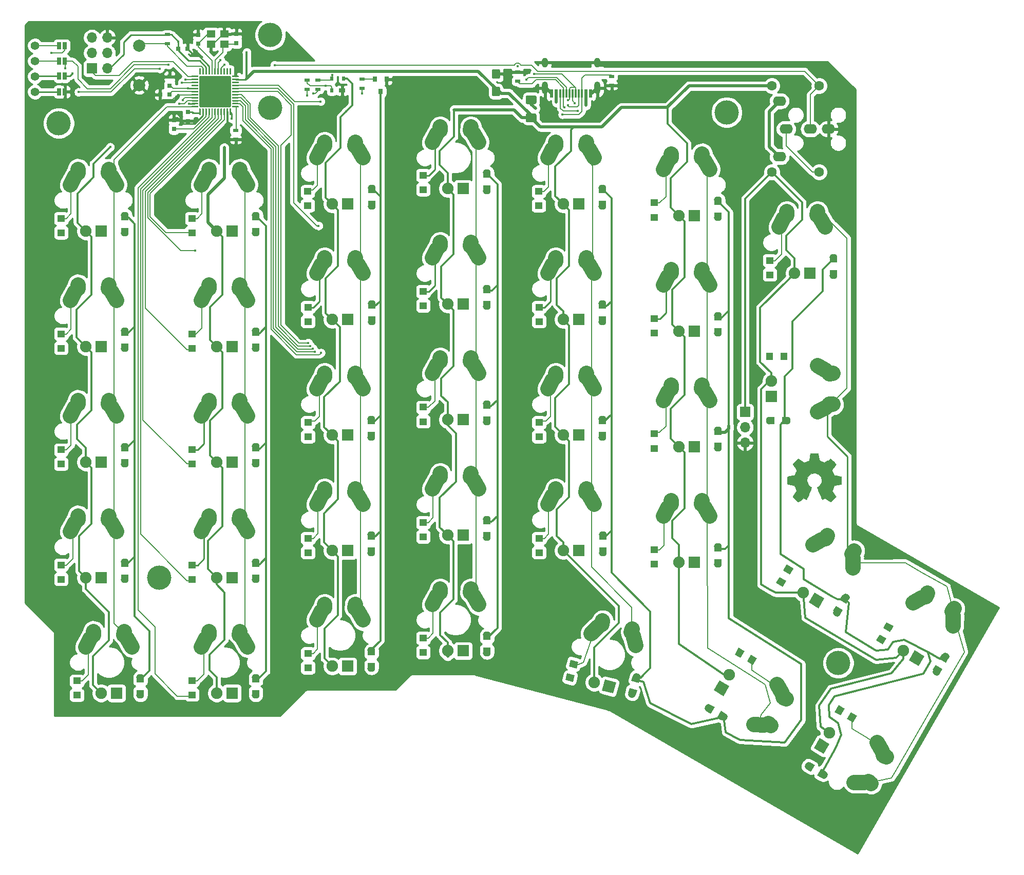
<source format=gbl>
G04 #@! TF.GenerationSoftware,KiCad,Pcbnew,(5.1.5)-3*
G04 #@! TF.CreationDate,2020-05-13T01:23:10+04:00*
G04 #@! TF.ProjectId,redox_rev2_ng,7265646f-785f-4726-9576-325f6e672e6b,2.0 NG*
G04 #@! TF.SameCoordinates,Original*
G04 #@! TF.FileFunction,Copper,L2,Bot*
G04 #@! TF.FilePolarity,Positive*
%FSLAX46Y46*%
G04 Gerber Fmt 4.6, Leading zero omitted, Abs format (unit mm)*
G04 Created by KiCad (PCBNEW (5.1.5)-3) date 2020-05-13 01:23:10*
%MOMM*%
%LPD*%
G04 APERTURE LIST*
%ADD10C,0.010000*%
%ADD11C,1.905000*%
%ADD12C,0.100000*%
%ADD13C,2.500000*%
%ADD14R,1.905000X1.905000*%
%ADD15C,1.397000*%
%ADD16R,0.600000X1.450000*%
%ADD17R,0.300000X1.450000*%
%ADD18O,1.000000X2.100000*%
%ADD19O,1.000000X1.600000*%
%ADD20R,0.900000X0.500000*%
%ADD21R,0.800000X0.900000*%
%ADD22R,1.300000X0.900000*%
%ADD23O,1.300000X1.100000*%
%ADD24C,1.100000*%
%ADD25R,0.900000X1.300000*%
%ADD26O,1.100000X1.300000*%
%ADD27R,0.750000X0.800000*%
%ADD28R,1.300000X1.100000*%
%ADD29R,1.300000X0.700000*%
%ADD30R,1.100000X1.300000*%
%ADD31R,0.700000X1.300000*%
%ADD32R,0.635000X1.143000*%
%ADD33C,1.600000*%
%ADD34O,2.200000X1.600000*%
%ADD35O,1.700000X1.700000*%
%ADD36R,1.700000X1.700000*%
%ADD37R,1.000000X0.700000*%
%ADD38R,0.600000X0.700000*%
%ADD39R,1.400000X1.200000*%
%ADD40R,0.800000X0.750000*%
%ADD41C,4.000000*%
%ADD42C,2.000000*%
%ADD43C,0.500000*%
%ADD44C,0.400000*%
%ADD45C,0.200000*%
%ADD46C,0.250000*%
%ADD47C,0.300000*%
%ADD48C,0.500000*%
%ADD49C,0.254000*%
G04 APERTURE END LIST*
D10*
G36*
X209553464Y-109050427D02*
G01*
X209440882Y-109647618D01*
X209025469Y-109818865D01*
X208610055Y-109990112D01*
X208111698Y-109651233D01*
X207972131Y-109556877D01*
X207845971Y-109472630D01*
X207739104Y-109402338D01*
X207657417Y-109349847D01*
X207606798Y-109319004D01*
X207593013Y-109312353D01*
X207568179Y-109329458D01*
X207515111Y-109376744D01*
X207439759Y-109448172D01*
X207348070Y-109537700D01*
X207245992Y-109639289D01*
X207139473Y-109746898D01*
X207034463Y-109854487D01*
X206936908Y-109956015D01*
X206852757Y-110045441D01*
X206787959Y-110116726D01*
X206748462Y-110163828D01*
X206739019Y-110179592D01*
X206752608Y-110208653D01*
X206790706Y-110272321D01*
X206849306Y-110364367D01*
X206924402Y-110478564D01*
X207011991Y-110608684D01*
X207062745Y-110682901D01*
X207155254Y-110818422D01*
X207237459Y-110940716D01*
X207305369Y-111043695D01*
X207354999Y-111121273D01*
X207382359Y-111167361D01*
X207386470Y-111177047D01*
X207377150Y-111204574D01*
X207351745Y-111268728D01*
X207314088Y-111360490D01*
X207268013Y-111470839D01*
X207217353Y-111590755D01*
X207165940Y-111711219D01*
X207117610Y-111823209D01*
X207076193Y-111917707D01*
X207045525Y-111985692D01*
X207029438Y-112018143D01*
X207028488Y-112019420D01*
X207003227Y-112025617D01*
X206935954Y-112039440D01*
X206833639Y-112059532D01*
X206703258Y-112084534D01*
X206551783Y-112113086D01*
X206463406Y-112129551D01*
X206301547Y-112160369D01*
X206155350Y-112189694D01*
X206032212Y-112215921D01*
X205939530Y-112237446D01*
X205884698Y-112252665D01*
X205873676Y-112257493D01*
X205862881Y-112290174D01*
X205854170Y-112363985D01*
X205847539Y-112470292D01*
X205842981Y-112600467D01*
X205840490Y-112745876D01*
X205840061Y-112897890D01*
X205841688Y-113047877D01*
X205845364Y-113187206D01*
X205851084Y-113307245D01*
X205858842Y-113399365D01*
X205868631Y-113454932D01*
X205874503Y-113466500D01*
X205909600Y-113480365D01*
X205983971Y-113500188D01*
X206087776Y-113523639D01*
X206211180Y-113548391D01*
X206254258Y-113556398D01*
X206461952Y-113594441D01*
X206626015Y-113625079D01*
X206751869Y-113649529D01*
X206844934Y-113669009D01*
X206910632Y-113684736D01*
X206954382Y-113697928D01*
X206981607Y-113709804D01*
X206997727Y-113721580D01*
X206999982Y-113723908D01*
X207022496Y-113761400D01*
X207056841Y-113834365D01*
X207099588Y-113933867D01*
X207147307Y-114050973D01*
X207196569Y-114176748D01*
X207243944Y-114302257D01*
X207286004Y-114418565D01*
X207319319Y-114516739D01*
X207340458Y-114587843D01*
X207345994Y-114622942D01*
X207345533Y-114624172D01*
X207326776Y-114652861D01*
X207284223Y-114715985D01*
X207222346Y-114806973D01*
X207145617Y-114919255D01*
X207058508Y-115046260D01*
X207033701Y-115082353D01*
X206945247Y-115213203D01*
X206867411Y-115332591D01*
X206804433Y-115433662D01*
X206760554Y-115509559D01*
X206740014Y-115553427D01*
X206739019Y-115558817D01*
X206756277Y-115587144D01*
X206803964Y-115643261D01*
X206875949Y-115721137D01*
X206966102Y-115814740D01*
X207068294Y-115918041D01*
X207176394Y-116025006D01*
X207284271Y-116129606D01*
X207385795Y-116225809D01*
X207474837Y-116307584D01*
X207545266Y-116368900D01*
X207590952Y-116403726D01*
X207603590Y-116409412D01*
X207633008Y-116396020D01*
X207693238Y-116359899D01*
X207774470Y-116307136D01*
X207836969Y-116264667D01*
X207950214Y-116186740D01*
X208084325Y-116094984D01*
X208218844Y-116003375D01*
X208291166Y-115954346D01*
X208535961Y-115788770D01*
X208741449Y-115899875D01*
X208835063Y-115948548D01*
X208914669Y-115986381D01*
X208968532Y-116007958D01*
X208982242Y-116010961D01*
X208998729Y-115988793D01*
X209031254Y-115926149D01*
X209077391Y-115828809D01*
X209134709Y-115702549D01*
X209200783Y-115553150D01*
X209273184Y-115386388D01*
X209349483Y-115208042D01*
X209427253Y-115023891D01*
X209504065Y-114839712D01*
X209577493Y-114661285D01*
X209645107Y-114494387D01*
X209704479Y-114344797D01*
X209753183Y-114218293D01*
X209788789Y-114120654D01*
X209808869Y-114057657D01*
X209812099Y-114036021D01*
X209786503Y-114008424D01*
X209730461Y-113963625D01*
X209655688Y-113910934D01*
X209649412Y-113906765D01*
X209456154Y-113752069D01*
X209300325Y-113571591D01*
X209183275Y-113371102D01*
X209106354Y-113156374D01*
X209070913Y-112933177D01*
X209078302Y-112707281D01*
X209129872Y-112484459D01*
X209226973Y-112270479D01*
X209255541Y-112223664D01*
X209404131Y-112034618D01*
X209579672Y-111882812D01*
X209776089Y-111769034D01*
X209987306Y-111694075D01*
X210207246Y-111658722D01*
X210429836Y-111663767D01*
X210648998Y-111709999D01*
X210858657Y-111798206D01*
X211052738Y-111929179D01*
X211112773Y-111982337D01*
X211265564Y-112148739D01*
X211376902Y-112323912D01*
X211453276Y-112520266D01*
X211495812Y-112714717D01*
X211506313Y-112933342D01*
X211471299Y-113153052D01*
X211394326Y-113366420D01*
X211278952Y-113566022D01*
X211128734Y-113744429D01*
X210947226Y-113894217D01*
X210923372Y-113910006D01*
X210847798Y-113961712D01*
X210790348Y-114006512D01*
X210762882Y-114035117D01*
X210762482Y-114036021D01*
X210768379Y-114066964D01*
X210791754Y-114137191D01*
X210830178Y-114240925D01*
X210881222Y-114372390D01*
X210942457Y-114525807D01*
X211011455Y-114695401D01*
X211085786Y-114875393D01*
X211163021Y-115060008D01*
X211240731Y-115243468D01*
X211316488Y-115419996D01*
X211387862Y-115583814D01*
X211452425Y-115729147D01*
X211507747Y-115850217D01*
X211551399Y-115941247D01*
X211580953Y-115996460D01*
X211592855Y-116010961D01*
X211629222Y-115999669D01*
X211697269Y-115969385D01*
X211785263Y-115925520D01*
X211833649Y-115899875D01*
X212039136Y-115788770D01*
X212283931Y-115954346D01*
X212408893Y-116039170D01*
X212545704Y-116132516D01*
X212673911Y-116220408D01*
X212738128Y-116264667D01*
X212828448Y-116325318D01*
X212904928Y-116373381D01*
X212957592Y-116402770D01*
X212974697Y-116408982D01*
X212999594Y-116392223D01*
X213054694Y-116345436D01*
X213134656Y-116273480D01*
X213234139Y-116181212D01*
X213347799Y-116073490D01*
X213419684Y-116004326D01*
X213545448Y-115880757D01*
X213654136Y-115770234D01*
X213741354Y-115677485D01*
X213802710Y-115607237D01*
X213833808Y-115564220D01*
X213836791Y-115555490D01*
X213822946Y-115522284D01*
X213784687Y-115455142D01*
X213726258Y-115360863D01*
X213651902Y-115246245D01*
X213565864Y-115118083D01*
X213541397Y-115082353D01*
X213452245Y-114952489D01*
X213372261Y-114835569D01*
X213305919Y-114738162D01*
X213257688Y-114666839D01*
X213232042Y-114628170D01*
X213229564Y-114624172D01*
X213233270Y-114593355D01*
X213252938Y-114525599D01*
X213285139Y-114429839D01*
X213326444Y-114315009D01*
X213373424Y-114190044D01*
X213422650Y-114063879D01*
X213470691Y-113945448D01*
X213514118Y-113843685D01*
X213549503Y-113767526D01*
X213573415Y-113725904D01*
X213575115Y-113723908D01*
X213589737Y-113712013D01*
X213614434Y-113700250D01*
X213654627Y-113687401D01*
X213715736Y-113672249D01*
X213803182Y-113653576D01*
X213922387Y-113630165D01*
X214078772Y-113600797D01*
X214277756Y-113564255D01*
X214320839Y-113556398D01*
X214448529Y-113531727D01*
X214559846Y-113507593D01*
X214644954Y-113486324D01*
X214694016Y-113470248D01*
X214700594Y-113466500D01*
X214711435Y-113433273D01*
X214720246Y-113359021D01*
X214727023Y-113252376D01*
X214731759Y-113121967D01*
X214734449Y-112976427D01*
X214735086Y-112824386D01*
X214733665Y-112674476D01*
X214730179Y-112535328D01*
X214724623Y-112415572D01*
X214716991Y-112323841D01*
X214707277Y-112268766D01*
X214701421Y-112257493D01*
X214668819Y-112246123D01*
X214594581Y-112227624D01*
X214486103Y-112203602D01*
X214350782Y-112175662D01*
X214196014Y-112145408D01*
X214111692Y-112129551D01*
X213951703Y-112099644D01*
X213809032Y-112072550D01*
X213690651Y-112049631D01*
X213603534Y-112032243D01*
X213554654Y-112021747D01*
X213546609Y-112019420D01*
X213533012Y-111993186D01*
X213504270Y-111929995D01*
X213464214Y-111838877D01*
X213416675Y-111728857D01*
X213365484Y-111608965D01*
X213314473Y-111488227D01*
X213267473Y-111375671D01*
X213228315Y-111280326D01*
X213200830Y-111211217D01*
X213188850Y-111177374D01*
X213188627Y-111175895D01*
X213202208Y-111149197D01*
X213240284Y-111087760D01*
X213298852Y-110997689D01*
X213373911Y-110885090D01*
X213461459Y-110756070D01*
X213512352Y-110681961D01*
X213605090Y-110546077D01*
X213687458Y-110422709D01*
X213755438Y-110318097D01*
X213805011Y-110238483D01*
X213832157Y-110190107D01*
X213836078Y-110179262D01*
X213819224Y-110154020D01*
X213772631Y-110100124D01*
X213702251Y-110023613D01*
X213614034Y-109930523D01*
X213513934Y-109826895D01*
X213407901Y-109718764D01*
X213301888Y-109612170D01*
X213201847Y-109513150D01*
X213113729Y-109427742D01*
X213043486Y-109361985D01*
X212997071Y-109321916D01*
X212981543Y-109312353D01*
X212956260Y-109325800D01*
X212895788Y-109363575D01*
X212806007Y-109421835D01*
X212692796Y-109496734D01*
X212562036Y-109584425D01*
X212463400Y-109651233D01*
X211965042Y-109990112D01*
X211549629Y-109818865D01*
X211134215Y-109647618D01*
X211021633Y-109050427D01*
X210909050Y-108453235D01*
X209666047Y-108453235D01*
X209553464Y-109050427D01*
G37*
X209553464Y-109050427D02*
X209440882Y-109647618D01*
X209025469Y-109818865D01*
X208610055Y-109990112D01*
X208111698Y-109651233D01*
X207972131Y-109556877D01*
X207845971Y-109472630D01*
X207739104Y-109402338D01*
X207657417Y-109349847D01*
X207606798Y-109319004D01*
X207593013Y-109312353D01*
X207568179Y-109329458D01*
X207515111Y-109376744D01*
X207439759Y-109448172D01*
X207348070Y-109537700D01*
X207245992Y-109639289D01*
X207139473Y-109746898D01*
X207034463Y-109854487D01*
X206936908Y-109956015D01*
X206852757Y-110045441D01*
X206787959Y-110116726D01*
X206748462Y-110163828D01*
X206739019Y-110179592D01*
X206752608Y-110208653D01*
X206790706Y-110272321D01*
X206849306Y-110364367D01*
X206924402Y-110478564D01*
X207011991Y-110608684D01*
X207062745Y-110682901D01*
X207155254Y-110818422D01*
X207237459Y-110940716D01*
X207305369Y-111043695D01*
X207354999Y-111121273D01*
X207382359Y-111167361D01*
X207386470Y-111177047D01*
X207377150Y-111204574D01*
X207351745Y-111268728D01*
X207314088Y-111360490D01*
X207268013Y-111470839D01*
X207217353Y-111590755D01*
X207165940Y-111711219D01*
X207117610Y-111823209D01*
X207076193Y-111917707D01*
X207045525Y-111985692D01*
X207029438Y-112018143D01*
X207028488Y-112019420D01*
X207003227Y-112025617D01*
X206935954Y-112039440D01*
X206833639Y-112059532D01*
X206703258Y-112084534D01*
X206551783Y-112113086D01*
X206463406Y-112129551D01*
X206301547Y-112160369D01*
X206155350Y-112189694D01*
X206032212Y-112215921D01*
X205939530Y-112237446D01*
X205884698Y-112252665D01*
X205873676Y-112257493D01*
X205862881Y-112290174D01*
X205854170Y-112363985D01*
X205847539Y-112470292D01*
X205842981Y-112600467D01*
X205840490Y-112745876D01*
X205840061Y-112897890D01*
X205841688Y-113047877D01*
X205845364Y-113187206D01*
X205851084Y-113307245D01*
X205858842Y-113399365D01*
X205868631Y-113454932D01*
X205874503Y-113466500D01*
X205909600Y-113480365D01*
X205983971Y-113500188D01*
X206087776Y-113523639D01*
X206211180Y-113548391D01*
X206254258Y-113556398D01*
X206461952Y-113594441D01*
X206626015Y-113625079D01*
X206751869Y-113649529D01*
X206844934Y-113669009D01*
X206910632Y-113684736D01*
X206954382Y-113697928D01*
X206981607Y-113709804D01*
X206997727Y-113721580D01*
X206999982Y-113723908D01*
X207022496Y-113761400D01*
X207056841Y-113834365D01*
X207099588Y-113933867D01*
X207147307Y-114050973D01*
X207196569Y-114176748D01*
X207243944Y-114302257D01*
X207286004Y-114418565D01*
X207319319Y-114516739D01*
X207340458Y-114587843D01*
X207345994Y-114622942D01*
X207345533Y-114624172D01*
X207326776Y-114652861D01*
X207284223Y-114715985D01*
X207222346Y-114806973D01*
X207145617Y-114919255D01*
X207058508Y-115046260D01*
X207033701Y-115082353D01*
X206945247Y-115213203D01*
X206867411Y-115332591D01*
X206804433Y-115433662D01*
X206760554Y-115509559D01*
X206740014Y-115553427D01*
X206739019Y-115558817D01*
X206756277Y-115587144D01*
X206803964Y-115643261D01*
X206875949Y-115721137D01*
X206966102Y-115814740D01*
X207068294Y-115918041D01*
X207176394Y-116025006D01*
X207284271Y-116129606D01*
X207385795Y-116225809D01*
X207474837Y-116307584D01*
X207545266Y-116368900D01*
X207590952Y-116403726D01*
X207603590Y-116409412D01*
X207633008Y-116396020D01*
X207693238Y-116359899D01*
X207774470Y-116307136D01*
X207836969Y-116264667D01*
X207950214Y-116186740D01*
X208084325Y-116094984D01*
X208218844Y-116003375D01*
X208291166Y-115954346D01*
X208535961Y-115788770D01*
X208741449Y-115899875D01*
X208835063Y-115948548D01*
X208914669Y-115986381D01*
X208968532Y-116007958D01*
X208982242Y-116010961D01*
X208998729Y-115988793D01*
X209031254Y-115926149D01*
X209077391Y-115828809D01*
X209134709Y-115702549D01*
X209200783Y-115553150D01*
X209273184Y-115386388D01*
X209349483Y-115208042D01*
X209427253Y-115023891D01*
X209504065Y-114839712D01*
X209577493Y-114661285D01*
X209645107Y-114494387D01*
X209704479Y-114344797D01*
X209753183Y-114218293D01*
X209788789Y-114120654D01*
X209808869Y-114057657D01*
X209812099Y-114036021D01*
X209786503Y-114008424D01*
X209730461Y-113963625D01*
X209655688Y-113910934D01*
X209649412Y-113906765D01*
X209456154Y-113752069D01*
X209300325Y-113571591D01*
X209183275Y-113371102D01*
X209106354Y-113156374D01*
X209070913Y-112933177D01*
X209078302Y-112707281D01*
X209129872Y-112484459D01*
X209226973Y-112270479D01*
X209255541Y-112223664D01*
X209404131Y-112034618D01*
X209579672Y-111882812D01*
X209776089Y-111769034D01*
X209987306Y-111694075D01*
X210207246Y-111658722D01*
X210429836Y-111663767D01*
X210648998Y-111709999D01*
X210858657Y-111798206D01*
X211052738Y-111929179D01*
X211112773Y-111982337D01*
X211265564Y-112148739D01*
X211376902Y-112323912D01*
X211453276Y-112520266D01*
X211495812Y-112714717D01*
X211506313Y-112933342D01*
X211471299Y-113153052D01*
X211394326Y-113366420D01*
X211278952Y-113566022D01*
X211128734Y-113744429D01*
X210947226Y-113894217D01*
X210923372Y-113910006D01*
X210847798Y-113961712D01*
X210790348Y-114006512D01*
X210762882Y-114035117D01*
X210762482Y-114036021D01*
X210768379Y-114066964D01*
X210791754Y-114137191D01*
X210830178Y-114240925D01*
X210881222Y-114372390D01*
X210942457Y-114525807D01*
X211011455Y-114695401D01*
X211085786Y-114875393D01*
X211163021Y-115060008D01*
X211240731Y-115243468D01*
X211316488Y-115419996D01*
X211387862Y-115583814D01*
X211452425Y-115729147D01*
X211507747Y-115850217D01*
X211551399Y-115941247D01*
X211580953Y-115996460D01*
X211592855Y-116010961D01*
X211629222Y-115999669D01*
X211697269Y-115969385D01*
X211785263Y-115925520D01*
X211833649Y-115899875D01*
X212039136Y-115788770D01*
X212283931Y-115954346D01*
X212408893Y-116039170D01*
X212545704Y-116132516D01*
X212673911Y-116220408D01*
X212738128Y-116264667D01*
X212828448Y-116325318D01*
X212904928Y-116373381D01*
X212957592Y-116402770D01*
X212974697Y-116408982D01*
X212999594Y-116392223D01*
X213054694Y-116345436D01*
X213134656Y-116273480D01*
X213234139Y-116181212D01*
X213347799Y-116073490D01*
X213419684Y-116004326D01*
X213545448Y-115880757D01*
X213654136Y-115770234D01*
X213741354Y-115677485D01*
X213802710Y-115607237D01*
X213833808Y-115564220D01*
X213836791Y-115555490D01*
X213822946Y-115522284D01*
X213784687Y-115455142D01*
X213726258Y-115360863D01*
X213651902Y-115246245D01*
X213565864Y-115118083D01*
X213541397Y-115082353D01*
X213452245Y-114952489D01*
X213372261Y-114835569D01*
X213305919Y-114738162D01*
X213257688Y-114666839D01*
X213232042Y-114628170D01*
X213229564Y-114624172D01*
X213233270Y-114593355D01*
X213252938Y-114525599D01*
X213285139Y-114429839D01*
X213326444Y-114315009D01*
X213373424Y-114190044D01*
X213422650Y-114063879D01*
X213470691Y-113945448D01*
X213514118Y-113843685D01*
X213549503Y-113767526D01*
X213573415Y-113725904D01*
X213575115Y-113723908D01*
X213589737Y-113712013D01*
X213614434Y-113700250D01*
X213654627Y-113687401D01*
X213715736Y-113672249D01*
X213803182Y-113653576D01*
X213922387Y-113630165D01*
X214078772Y-113600797D01*
X214277756Y-113564255D01*
X214320839Y-113556398D01*
X214448529Y-113531727D01*
X214559846Y-113507593D01*
X214644954Y-113486324D01*
X214694016Y-113470248D01*
X214700594Y-113466500D01*
X214711435Y-113433273D01*
X214720246Y-113359021D01*
X214727023Y-113252376D01*
X214731759Y-113121967D01*
X214734449Y-112976427D01*
X214735086Y-112824386D01*
X214733665Y-112674476D01*
X214730179Y-112535328D01*
X214724623Y-112415572D01*
X214716991Y-112323841D01*
X214707277Y-112268766D01*
X214701421Y-112257493D01*
X214668819Y-112246123D01*
X214594581Y-112227624D01*
X214486103Y-112203602D01*
X214350782Y-112175662D01*
X214196014Y-112145408D01*
X214111692Y-112129551D01*
X213951703Y-112099644D01*
X213809032Y-112072550D01*
X213690651Y-112049631D01*
X213603534Y-112032243D01*
X213554654Y-112021747D01*
X213546609Y-112019420D01*
X213533012Y-111993186D01*
X213504270Y-111929995D01*
X213464214Y-111838877D01*
X213416675Y-111728857D01*
X213365484Y-111608965D01*
X213314473Y-111488227D01*
X213267473Y-111375671D01*
X213228315Y-111280326D01*
X213200830Y-111211217D01*
X213188850Y-111177374D01*
X213188627Y-111175895D01*
X213202208Y-111149197D01*
X213240284Y-111087760D01*
X213298852Y-110997689D01*
X213373911Y-110885090D01*
X213461459Y-110756070D01*
X213512352Y-110681961D01*
X213605090Y-110546077D01*
X213687458Y-110422709D01*
X213755438Y-110318097D01*
X213805011Y-110238483D01*
X213832157Y-110190107D01*
X213836078Y-110179262D01*
X213819224Y-110154020D01*
X213772631Y-110100124D01*
X213702251Y-110023613D01*
X213614034Y-109930523D01*
X213513934Y-109826895D01*
X213407901Y-109718764D01*
X213301888Y-109612170D01*
X213201847Y-109513150D01*
X213113729Y-109427742D01*
X213043486Y-109361985D01*
X212997071Y-109321916D01*
X212981543Y-109312353D01*
X212956260Y-109325800D01*
X212895788Y-109363575D01*
X212806007Y-109421835D01*
X212692796Y-109496734D01*
X212562036Y-109584425D01*
X212463400Y-109651233D01*
X211965042Y-109990112D01*
X211549629Y-109818865D01*
X211134215Y-109647618D01*
X211021633Y-109050427D01*
X210909050Y-108453235D01*
X209666047Y-108453235D01*
X209553464Y-109050427D01*
D11*
X196260591Y-144950148D03*
G04 #@! TA.AperFunction,ComponentPad*
D12*
G36*
X194641952Y-145848713D02*
G01*
X196291730Y-146801213D01*
X195339230Y-148450991D01*
X193689452Y-147498491D01*
X194641952Y-145848713D01*
G37*
G04 #@! TD.AperFunction*
D13*
X205693690Y-148930198D02*
X205172834Y-148675034D01*
X201989288Y-153187660D02*
X200319518Y-153159972D01*
X204988835Y-147992294D02*
X204129971Y-146560074D01*
X203153966Y-153329130D02*
X202672558Y-153005638D01*
D11*
X203200000Y-96520000D03*
D14*
X203200000Y-99060000D03*
D13*
X213359328Y-95250276D02*
X212780672Y-95289724D01*
X212279954Y-100789547D02*
X210820046Y-101600453D01*
X212279954Y-94790453D02*
X210820046Y-93979547D01*
X213359328Y-100329724D02*
X212780672Y-100290276D01*
D11*
X212770591Y-154475148D03*
G04 #@! TA.AperFunction,ComponentPad*
D12*
G36*
X211151952Y-155373713D02*
G01*
X212801730Y-156326213D01*
X211849230Y-157975991D01*
X210199452Y-157023491D01*
X211151952Y-155373713D01*
G37*
G04 #@! TD.AperFunction*
D13*
X222203690Y-158455198D02*
X221682834Y-158200034D01*
X218499288Y-162712660D02*
X216829518Y-162684972D01*
X221498835Y-157517294D02*
X220639971Y-156085074D01*
X219663966Y-162854130D02*
X219182558Y-162530638D01*
D14*
X92710000Y-71755000D03*
D11*
X90170000Y-71755000D03*
D13*
X93979724Y-61595672D02*
X93940276Y-62174328D01*
X88440453Y-62675046D02*
X87629547Y-64134954D01*
X94439547Y-62675046D02*
X95250453Y-64134954D01*
X88900276Y-61595672D02*
X88939724Y-62174328D01*
D14*
X92710000Y-90805000D03*
D11*
X90170000Y-90805000D03*
D13*
X93979724Y-80645672D02*
X93940276Y-81224328D01*
X88440453Y-81725046D02*
X87629547Y-83184954D01*
X94439547Y-81725046D02*
X95250453Y-83184954D01*
X88900276Y-80645672D02*
X88939724Y-81224328D01*
D14*
X92710000Y-109855000D03*
D11*
X90170000Y-109855000D03*
D13*
X93979724Y-99695672D02*
X93940276Y-100274328D01*
X88440453Y-100775046D02*
X87629547Y-102234954D01*
X94439547Y-100775046D02*
X95250453Y-102234954D01*
X88900276Y-99695672D02*
X88939724Y-100274328D01*
D14*
X92710000Y-128905000D03*
D11*
X90170000Y-128905000D03*
D13*
X93979724Y-118745672D02*
X93940276Y-119324328D01*
X88440453Y-119825046D02*
X87629547Y-121284954D01*
X94439547Y-119825046D02*
X95250453Y-121284954D01*
X88900276Y-118745672D02*
X88939724Y-119324328D01*
G04 #@! TA.AperFunction,ComponentPad*
D12*
G36*
X175275356Y-147514122D02*
G01*
X175768406Y-145674034D01*
X177608494Y-146167084D01*
X177115444Y-148007172D01*
X175275356Y-147514122D01*
G37*
G04 #@! TD.AperFunction*
D11*
X173988473Y-146183203D03*
D13*
X180297812Y-137356074D02*
X180109940Y-137904804D01*
X174667925Y-136965002D02*
X173506797Y-138165286D01*
X180462604Y-138517681D02*
X180868028Y-140137721D01*
X175391441Y-136041416D02*
X175279779Y-136610566D01*
D15*
X81800000Y-41200000D03*
X81800000Y-43740000D03*
X81800000Y-46280000D03*
X81800000Y-48820000D03*
D16*
X173425000Y-49095000D03*
X166975000Y-49095000D03*
X172650000Y-49095000D03*
X167750000Y-49095000D03*
D17*
X168450000Y-49095000D03*
X171950000Y-49095000D03*
X168950000Y-49095000D03*
X171450000Y-49095000D03*
X169450000Y-49095000D03*
X170950000Y-49095000D03*
X170450000Y-49095000D03*
X169950000Y-49095000D03*
D18*
X165880000Y-48180000D03*
X174520000Y-48180000D03*
D19*
X165880000Y-44000000D03*
X174520000Y-44000000D03*
D14*
X133350000Y-67310000D03*
D11*
X130810000Y-67310000D03*
D13*
X134619724Y-57150672D02*
X134580276Y-57729328D01*
X129080453Y-58230046D02*
X128269547Y-59689954D01*
X135079547Y-58230046D02*
X135890453Y-59689954D01*
X129540276Y-57150672D02*
X129579724Y-57729328D01*
D14*
X190500000Y-69215000D03*
D11*
X187960000Y-69215000D03*
D13*
X191769724Y-59055672D02*
X191730276Y-59634328D01*
X186230453Y-60135046D02*
X185419547Y-61594954D01*
X192229547Y-60135046D02*
X193040453Y-61594954D01*
X186690276Y-59055672D02*
X186729724Y-59634328D01*
D14*
X114300000Y-71755000D03*
D11*
X111760000Y-71755000D03*
D13*
X115569724Y-61595672D02*
X115530276Y-62174328D01*
X110030453Y-62675046D02*
X109219547Y-64134954D01*
X116029547Y-62675046D02*
X116840453Y-64134954D01*
X110490276Y-61595672D02*
X110529724Y-62174328D01*
D14*
X95250000Y-147955000D03*
D11*
X92710000Y-147955000D03*
D13*
X96519724Y-137795672D02*
X96480276Y-138374328D01*
X90980453Y-138875046D02*
X90169547Y-140334954D01*
X96979547Y-138875046D02*
X97790453Y-140334954D01*
X91440276Y-137795672D02*
X91479724Y-138374328D01*
D14*
X114300000Y-90805000D03*
D11*
X111760000Y-90805000D03*
D13*
X115569724Y-80645672D02*
X115530276Y-81224328D01*
X110030453Y-81725046D02*
X109219547Y-83184954D01*
X116029547Y-81725046D02*
X116840453Y-83184954D01*
X110490276Y-80645672D02*
X110529724Y-81224328D01*
D14*
X114300000Y-109855000D03*
D11*
X111760000Y-109855000D03*
D13*
X115569724Y-99695672D02*
X115530276Y-100274328D01*
X110030453Y-100775046D02*
X109219547Y-102234954D01*
X116029547Y-100775046D02*
X116840453Y-102234954D01*
X110490276Y-99695672D02*
X110529724Y-100274328D01*
D14*
X114300000Y-128905000D03*
D11*
X111760000Y-128905000D03*
D13*
X115569724Y-118745672D02*
X115530276Y-119324328D01*
X110030453Y-119825046D02*
X109219547Y-121284954D01*
X116029547Y-119825046D02*
X116840453Y-121284954D01*
X110490276Y-118745672D02*
X110529724Y-119324328D01*
D14*
X114300000Y-147955000D03*
D11*
X111760000Y-147955000D03*
D13*
X115569724Y-137795672D02*
X115530276Y-138374328D01*
X110030453Y-138875046D02*
X109219547Y-140334954D01*
X116029547Y-138875046D02*
X116840453Y-140334954D01*
X110490276Y-137795672D02*
X110529724Y-138374328D01*
D14*
X133350000Y-86360000D03*
D11*
X130810000Y-86360000D03*
D13*
X134619724Y-76200672D02*
X134580276Y-76779328D01*
X129080453Y-77280046D02*
X128269547Y-78739954D01*
X135079547Y-77280046D02*
X135890453Y-78739954D01*
X129540276Y-76200672D02*
X129579724Y-76779328D01*
D14*
X133350000Y-105410000D03*
D11*
X130810000Y-105410000D03*
D13*
X134619724Y-95250672D02*
X134580276Y-95829328D01*
X129080453Y-96330046D02*
X128269547Y-97789954D01*
X135079547Y-96330046D02*
X135890453Y-97789954D01*
X129540276Y-95250672D02*
X129579724Y-95829328D01*
D14*
X133350000Y-124460000D03*
D11*
X130810000Y-124460000D03*
D13*
X134619724Y-114300672D02*
X134580276Y-114879328D01*
X129080453Y-115380046D02*
X128269547Y-116839954D01*
X135079547Y-115380046D02*
X135890453Y-116839954D01*
X129540276Y-114300672D02*
X129579724Y-114879328D01*
D14*
X133350000Y-143510000D03*
D11*
X130810000Y-143510000D03*
D13*
X134619724Y-133350672D02*
X134580276Y-133929328D01*
X129080453Y-134430046D02*
X128269547Y-135889954D01*
X135079547Y-134430046D02*
X135890453Y-135889954D01*
X129540276Y-133350672D02*
X129579724Y-133929328D01*
D14*
X152400000Y-64770000D03*
D11*
X149860000Y-64770000D03*
D13*
X153669724Y-54610672D02*
X153630276Y-55189328D01*
X148130453Y-55690046D02*
X147319547Y-57149954D01*
X154129547Y-55690046D02*
X154940453Y-57149954D01*
X148590276Y-54610672D02*
X148629724Y-55189328D01*
D14*
X152400000Y-83820000D03*
D11*
X149860000Y-83820000D03*
D13*
X153669724Y-73660672D02*
X153630276Y-74239328D01*
X148130453Y-74740046D02*
X147319547Y-76199954D01*
X154129547Y-74740046D02*
X154940453Y-76199954D01*
X148590276Y-73660672D02*
X148629724Y-74239328D01*
D14*
X152400000Y-102870000D03*
D11*
X149860000Y-102870000D03*
D13*
X153669724Y-92710672D02*
X153630276Y-93289328D01*
X148130453Y-93790046D02*
X147319547Y-95249954D01*
X154129547Y-93790046D02*
X154940453Y-95249954D01*
X148590276Y-92710672D02*
X148629724Y-93289328D01*
D14*
X152400000Y-121920000D03*
D11*
X149860000Y-121920000D03*
D13*
X153669724Y-111760672D02*
X153630276Y-112339328D01*
X148130453Y-112840046D02*
X147319547Y-114299954D01*
X154129547Y-112840046D02*
X154940453Y-114299954D01*
X148590276Y-111760672D02*
X148629724Y-112339328D01*
D14*
X152400000Y-140970000D03*
D11*
X149860000Y-140970000D03*
D13*
X153669724Y-130810672D02*
X153630276Y-131389328D01*
X148130453Y-131890046D02*
X147319547Y-133349954D01*
X154129547Y-131890046D02*
X154940453Y-133349954D01*
X148590276Y-130810672D02*
X148629724Y-131389328D01*
D14*
X171450000Y-67310000D03*
D11*
X168910000Y-67310000D03*
D13*
X172719724Y-57150672D02*
X172680276Y-57729328D01*
X167180453Y-58230046D02*
X166369547Y-59689954D01*
X173179547Y-58230046D02*
X173990453Y-59689954D01*
X167640276Y-57150672D02*
X167679724Y-57729328D01*
D14*
X171450000Y-86360000D03*
D11*
X168910000Y-86360000D03*
D13*
X172719724Y-76200672D02*
X172680276Y-76779328D01*
X167180453Y-77280046D02*
X166369547Y-78739954D01*
X173179547Y-77280046D02*
X173990453Y-78739954D01*
X167640276Y-76200672D02*
X167679724Y-76779328D01*
D14*
X171450000Y-105410000D03*
D11*
X168910000Y-105410000D03*
D13*
X172719724Y-95250672D02*
X172680276Y-95829328D01*
X167180453Y-96330046D02*
X166369547Y-97789954D01*
X173179547Y-96330046D02*
X173990453Y-97789954D01*
X167640276Y-95250672D02*
X167679724Y-95829328D01*
D14*
X171450000Y-124460000D03*
D11*
X168910000Y-124460000D03*
D13*
X172719724Y-114300672D02*
X172680276Y-114879328D01*
X167180453Y-115380046D02*
X166369547Y-116839954D01*
X173179547Y-115380046D02*
X173990453Y-116839954D01*
X167640276Y-114300672D02*
X167679724Y-114879328D01*
D14*
X190500000Y-88265000D03*
D11*
X187960000Y-88265000D03*
D13*
X191769724Y-78105672D02*
X191730276Y-78684328D01*
X186230453Y-79185046D02*
X185419547Y-80644954D01*
X192229547Y-79185046D02*
X193040453Y-80644954D01*
X186690276Y-78105672D02*
X186729724Y-78684328D01*
D14*
X190500000Y-107315000D03*
D11*
X187960000Y-107315000D03*
D13*
X191769724Y-97155672D02*
X191730276Y-97734328D01*
X186230453Y-98235046D02*
X185419547Y-99694954D01*
X192229547Y-98235046D02*
X193040453Y-99694954D01*
X186690276Y-97155672D02*
X186729724Y-97734328D01*
D14*
X190500000Y-126365000D03*
D11*
X187960000Y-126365000D03*
D13*
X191769724Y-116205672D02*
X191730276Y-116784328D01*
X186230453Y-117285046D02*
X185419547Y-118744954D01*
X192229547Y-117285046D02*
X193040453Y-118744954D01*
X186690276Y-116205672D02*
X186729724Y-116784328D01*
D14*
X209550000Y-78740000D03*
D11*
X207010000Y-78740000D03*
D13*
X210819724Y-68580672D02*
X210780276Y-69159328D01*
X205280453Y-69660046D02*
X204469547Y-71119954D01*
X211279547Y-69660046D02*
X212090453Y-71119954D01*
X205740276Y-68580672D02*
X205779724Y-69159328D01*
G04 #@! TA.AperFunction,ComponentPad*
D12*
G36*
X209348713Y-133018048D02*
G01*
X210301213Y-131368270D01*
X211950991Y-132320770D01*
X210998491Y-133970548D01*
X209348713Y-133018048D01*
G37*
G04 #@! TD.AperFunction*
D11*
X208450148Y-131399409D03*
D13*
X216829130Y-124506034D02*
X216505638Y-124987442D01*
X211492294Y-122671165D02*
X210060074Y-123530029D01*
X216687660Y-125670712D02*
X216659972Y-127340482D01*
X212430198Y-121966310D02*
X212175034Y-122487166D01*
G04 #@! TA.AperFunction,ComponentPad*
D12*
G36*
X225858713Y-142543048D02*
G01*
X226811213Y-140893270D01*
X228460991Y-141845770D01*
X227508491Y-143495548D01*
X225858713Y-142543048D01*
G37*
G04 #@! TD.AperFunction*
D11*
X224960148Y-140924409D03*
D13*
X233339130Y-134031034D02*
X233015638Y-134512442D01*
X228002294Y-132196165D02*
X226570074Y-133055029D01*
X233197660Y-135195712D02*
X233169972Y-136865482D01*
X228940198Y-131491310D02*
X228685034Y-132012166D01*
D20*
X135700000Y-48250000D03*
X135700000Y-46750000D03*
D21*
X138800000Y-48750000D03*
X139750000Y-46750000D03*
X137850000Y-46750000D03*
D22*
X96647000Y-71662000D03*
X96647000Y-69562000D03*
D23*
X96647000Y-72112000D03*
X96647000Y-69112000D03*
D22*
X96647000Y-90712000D03*
X96647000Y-88612000D03*
D23*
X96647000Y-91162000D03*
X96647000Y-88162000D03*
D22*
X96647000Y-109762000D03*
X96647000Y-107662000D03*
D23*
X96647000Y-110212000D03*
X96647000Y-107212000D03*
D22*
X96647000Y-128812000D03*
X96647000Y-126712000D03*
D23*
X96647000Y-129262000D03*
X96647000Y-126262000D03*
D22*
X99187000Y-147862000D03*
X99187000Y-145762000D03*
D23*
X99187000Y-148312000D03*
X99187000Y-145312000D03*
D22*
X118237000Y-71662000D03*
X118237000Y-69562000D03*
D23*
X118237000Y-72112000D03*
X118237000Y-69112000D03*
D22*
X118237000Y-90712000D03*
X118237000Y-88612000D03*
D23*
X118237000Y-91162000D03*
X118237000Y-88162000D03*
D22*
X118237000Y-109762000D03*
X118237000Y-107662000D03*
D23*
X118237000Y-110212000D03*
X118237000Y-107212000D03*
D22*
X118237000Y-128812000D03*
X118237000Y-126712000D03*
D23*
X118237000Y-129262000D03*
X118237000Y-126262000D03*
D22*
X118200000Y-147862000D03*
X118200000Y-145762000D03*
D23*
X118200000Y-148312000D03*
X118200000Y-145312000D03*
D22*
X137300000Y-67217000D03*
X137300000Y-65117000D03*
D23*
X137300000Y-67667000D03*
X137300000Y-64667000D03*
D22*
X137300000Y-86267000D03*
X137300000Y-84167000D03*
D23*
X137300000Y-86717000D03*
X137300000Y-83717000D03*
D22*
X137287000Y-105317000D03*
X137287000Y-103217000D03*
D23*
X137287000Y-105767000D03*
X137287000Y-102767000D03*
D22*
X137287000Y-124367000D03*
X137287000Y-122267000D03*
D23*
X137287000Y-124817000D03*
X137287000Y-121817000D03*
D22*
X137287000Y-143417000D03*
X137287000Y-141317000D03*
D23*
X137287000Y-143867000D03*
X137287000Y-140867000D03*
D22*
X156337000Y-64677000D03*
X156337000Y-62577000D03*
D23*
X156337000Y-65127000D03*
X156337000Y-62127000D03*
D22*
X156337000Y-83727000D03*
X156337000Y-81627000D03*
D23*
X156337000Y-84177000D03*
X156337000Y-81177000D03*
D22*
X156300000Y-102777000D03*
X156300000Y-100677000D03*
D23*
X156300000Y-103227000D03*
X156300000Y-100227000D03*
D22*
X156337000Y-121827000D03*
X156337000Y-119727000D03*
D23*
X156337000Y-122277000D03*
X156337000Y-119277000D03*
D22*
X156337000Y-140877000D03*
X156337000Y-138777000D03*
D23*
X156337000Y-141327000D03*
X156337000Y-138327000D03*
D22*
X175387000Y-67217000D03*
X175387000Y-65117000D03*
D23*
X175387000Y-67667000D03*
X175387000Y-64667000D03*
D22*
X175387000Y-86267000D03*
X175387000Y-84167000D03*
D23*
X175387000Y-86717000D03*
X175387000Y-83717000D03*
D22*
X175387000Y-105317000D03*
X175387000Y-103217000D03*
D23*
X175387000Y-105767000D03*
X175387000Y-102767000D03*
D22*
X175400000Y-124367000D03*
X175400000Y-122267000D03*
D23*
X175400000Y-124817000D03*
X175400000Y-121817000D03*
G04 #@! TA.AperFunction,SMDPad,CuDef*
D12*
G36*
X179810857Y-147096323D02*
G01*
X181066560Y-147432788D01*
X180833623Y-148302121D01*
X179577920Y-147965656D01*
X179810857Y-147096323D01*
G37*
G04 #@! TD.AperFunction*
G04 #@! TA.AperFunction,SMDPad,CuDef*
G36*
X180354377Y-145067879D02*
G01*
X181610080Y-145404344D01*
X181377143Y-146273677D01*
X180121440Y-145937212D01*
X180354377Y-145067879D01*
G37*
G04 #@! TD.AperFunction*
D24*
X180302364Y-148159771D02*
X180109178Y-148108007D01*
X181078822Y-145261993D02*
X180885636Y-145210229D01*
D22*
X194437000Y-69122000D03*
X194437000Y-67022000D03*
D23*
X194437000Y-69572000D03*
X194437000Y-66572000D03*
D22*
X194437000Y-88172000D03*
X194437000Y-86072000D03*
D23*
X194437000Y-88622000D03*
X194437000Y-85622000D03*
D22*
X194400000Y-107095000D03*
X194400000Y-104995000D03*
D23*
X194400000Y-107545000D03*
X194400000Y-104545000D03*
D22*
X194400000Y-126272000D03*
X194400000Y-124172000D03*
D23*
X194400000Y-126722000D03*
X194400000Y-123722000D03*
G04 #@! TA.AperFunction,SMDPad,CuDef*
D12*
G36*
X193861384Y-150267083D02*
G01*
X193211384Y-151392917D01*
X192431962Y-150942917D01*
X193081962Y-149817083D01*
X193861384Y-150267083D01*
G37*
G04 #@! TD.AperFunction*
G04 #@! TA.AperFunction,SMDPad,CuDef*
G36*
X195680038Y-151317083D02*
G01*
X195030038Y-152442917D01*
X194250616Y-151992917D01*
X194900616Y-150867083D01*
X195680038Y-151317083D01*
G37*
G04 #@! TD.AperFunction*
D24*
X192706962Y-150466603D02*
X192806962Y-150293397D01*
X195305038Y-151966603D02*
X195405038Y-151793397D01*
D22*
X213487000Y-78647000D03*
X213487000Y-76547000D03*
D23*
X213487000Y-79097000D03*
X213487000Y-76097000D03*
D25*
X203293000Y-102997000D03*
X205393000Y-102997000D03*
D26*
X202843000Y-102997000D03*
X205843000Y-102997000D03*
G04 #@! TA.AperFunction,SMDPad,CuDef*
D12*
G36*
X213837083Y-133594616D02*
G01*
X214962917Y-134244616D01*
X214512917Y-135024038D01*
X213387083Y-134374038D01*
X213837083Y-133594616D01*
G37*
G04 #@! TD.AperFunction*
G04 #@! TA.AperFunction,SMDPad,CuDef*
G36*
X214887083Y-131775962D02*
G01*
X216012917Y-132425962D01*
X215562917Y-133205384D01*
X214437083Y-132555384D01*
X214887083Y-131775962D01*
G37*
G04 #@! TD.AperFunction*
D24*
X214036603Y-134749038D02*
X213863397Y-134649038D01*
X215536603Y-132150962D02*
X215363397Y-132050962D01*
G04 #@! TA.AperFunction,SMDPad,CuDef*
D12*
G36*
X230277083Y-143323616D02*
G01*
X231402917Y-143973616D01*
X230952917Y-144753038D01*
X229827083Y-144103038D01*
X230277083Y-143323616D01*
G37*
G04 #@! TD.AperFunction*
G04 #@! TA.AperFunction,SMDPad,CuDef*
G36*
X231327083Y-141504962D02*
G01*
X232452917Y-142154962D01*
X232002917Y-142934384D01*
X230877083Y-142284384D01*
X231327083Y-141504962D01*
G37*
G04 #@! TD.AperFunction*
D24*
X230476603Y-144478038D02*
X230303397Y-144378038D01*
X231976603Y-141879962D02*
X231803397Y-141779962D01*
G04 #@! TA.AperFunction,SMDPad,CuDef*
D12*
G36*
X210371384Y-159792083D02*
G01*
X209721384Y-160917917D01*
X208941962Y-160467917D01*
X209591962Y-159342083D01*
X210371384Y-159792083D01*
G37*
G04 #@! TD.AperFunction*
G04 #@! TA.AperFunction,SMDPad,CuDef*
G36*
X212190038Y-160842083D02*
G01*
X211540038Y-161967917D01*
X210760616Y-161517917D01*
X211410616Y-160392083D01*
X212190038Y-160842083D01*
G37*
G04 #@! TD.AperFunction*
D24*
X209216962Y-159991603D02*
X209316962Y-159818397D01*
X211815038Y-161491603D02*
X211915038Y-161318397D01*
D27*
X104700000Y-53450000D03*
X104700000Y-54950000D03*
D28*
X86106000Y-69716000D03*
X86106000Y-72016000D03*
D29*
X86106000Y-69466000D03*
X86106000Y-72266000D03*
D28*
X86100000Y-88750000D03*
X86100000Y-91050000D03*
D29*
X86100000Y-88500000D03*
X86100000Y-91300000D03*
D28*
X86100000Y-107850000D03*
X86100000Y-110150000D03*
D29*
X86100000Y-107600000D03*
X86100000Y-110400000D03*
D28*
X86100000Y-126850000D03*
X86100000Y-129150000D03*
D29*
X86100000Y-126600000D03*
X86100000Y-129400000D03*
D28*
X88700000Y-145950000D03*
X88700000Y-148250000D03*
D29*
X88700000Y-145700000D03*
X88700000Y-148500000D03*
D28*
X107696000Y-69716000D03*
X107696000Y-72016000D03*
D29*
X107696000Y-69466000D03*
X107696000Y-72266000D03*
D28*
X107700000Y-88800000D03*
X107700000Y-91100000D03*
D29*
X107700000Y-88550000D03*
X107700000Y-91350000D03*
D28*
X107700000Y-107850000D03*
X107700000Y-110150000D03*
D29*
X107700000Y-107600000D03*
X107700000Y-110400000D03*
D28*
X107700000Y-126850000D03*
X107700000Y-129150000D03*
D29*
X107700000Y-126600000D03*
X107700000Y-129400000D03*
D28*
X107700000Y-145900000D03*
X107700000Y-148200000D03*
D29*
X107700000Y-145650000D03*
X107700000Y-148450000D03*
D28*
X126746000Y-65250000D03*
X126746000Y-67550000D03*
D29*
X126746000Y-65000000D03*
X126746000Y-67800000D03*
D28*
X126800000Y-84350000D03*
X126800000Y-86650000D03*
D29*
X126800000Y-84100000D03*
X126800000Y-86900000D03*
D28*
X126800000Y-103350000D03*
X126800000Y-105650000D03*
D29*
X126800000Y-103100000D03*
X126800000Y-105900000D03*
D28*
X126800000Y-122450000D03*
X126800000Y-124750000D03*
D29*
X126800000Y-122200000D03*
X126800000Y-125000000D03*
D28*
X126800000Y-141450000D03*
X126800000Y-143750000D03*
D29*
X126800000Y-141200000D03*
X126800000Y-144000000D03*
D28*
X145796000Y-62604000D03*
X145796000Y-64904000D03*
D29*
X145796000Y-62354000D03*
X145796000Y-65154000D03*
D28*
X145800000Y-81750000D03*
X145800000Y-84050000D03*
D29*
X145800000Y-81500000D03*
X145800000Y-84300000D03*
D28*
X145800000Y-100850000D03*
X145800000Y-103150000D03*
D29*
X145800000Y-100600000D03*
X145800000Y-103400000D03*
D28*
X145800000Y-119850000D03*
X145800000Y-122150000D03*
D29*
X145800000Y-119600000D03*
X145800000Y-122400000D03*
D28*
X145800000Y-138900000D03*
X145800000Y-141200000D03*
D29*
X145800000Y-138650000D03*
X145800000Y-141450000D03*
D28*
X164846000Y-65250000D03*
X164846000Y-67550000D03*
D29*
X164846000Y-65000000D03*
X164846000Y-67800000D03*
D28*
X164900000Y-84350000D03*
X164900000Y-86650000D03*
D29*
X164900000Y-84100000D03*
X164900000Y-86900000D03*
D28*
X164900000Y-103350000D03*
X164900000Y-105650000D03*
D29*
X164900000Y-103100000D03*
X164900000Y-105900000D03*
D28*
X164900000Y-122450000D03*
X164900000Y-124750000D03*
D29*
X164900000Y-122200000D03*
X164900000Y-125000000D03*
G04 #@! TA.AperFunction,SMDPad,CuDef*
D12*
G36*
X171080785Y-143877862D02*
G01*
X169825082Y-143541397D01*
X170109783Y-142478878D01*
X171365486Y-142815343D01*
X171080785Y-143877862D01*
G37*
G04 #@! TD.AperFunction*
G04 #@! TA.AperFunction,SMDPad,CuDef*
G36*
X170485501Y-146099492D02*
G01*
X169229798Y-145763027D01*
X169514499Y-144700508D01*
X170770202Y-145036973D01*
X170485501Y-146099492D01*
G37*
G04 #@! TD.AperFunction*
G04 #@! TA.AperFunction,ComponentPad*
G36*
X171197254Y-143443195D02*
G01*
X169941551Y-143106731D01*
X170122724Y-142430583D01*
X171378427Y-142767047D01*
X171197254Y-143443195D01*
G37*
G04 #@! TD.AperFunction*
G04 #@! TA.AperFunction,ComponentPad*
G36*
X170472560Y-146147787D02*
G01*
X169216857Y-145811323D01*
X169398030Y-145135175D01*
X170653733Y-145471639D01*
X170472560Y-146147787D01*
G37*
G04 #@! TD.AperFunction*
D28*
X183900000Y-67150000D03*
X183900000Y-69450000D03*
D29*
X183900000Y-66900000D03*
X183900000Y-69700000D03*
D28*
X183900000Y-86250000D03*
X183900000Y-88550000D03*
D29*
X183900000Y-86000000D03*
X183900000Y-88800000D03*
D28*
X183900000Y-105250000D03*
X183900000Y-107550000D03*
D29*
X183900000Y-105000000D03*
X183900000Y-107800000D03*
D28*
X183900000Y-124350000D03*
X183900000Y-126650000D03*
D29*
X183900000Y-124100000D03*
X183900000Y-126900000D03*
G04 #@! TA.AperFunction,SMDPad,CuDef*
D12*
G36*
X199194615Y-142762917D02*
G01*
X199844615Y-141637083D01*
X200797243Y-142187083D01*
X200147243Y-143312917D01*
X199194615Y-142762917D01*
G37*
G04 #@! TD.AperFunction*
G04 #@! TA.AperFunction,SMDPad,CuDef*
G36*
X197202757Y-141612917D02*
G01*
X197852757Y-140487083D01*
X198805385Y-141037083D01*
X198155385Y-142162917D01*
X197202757Y-141612917D01*
G37*
G04 #@! TD.AperFunction*
G04 #@! TA.AperFunction,ComponentPad*
G36*
X199584327Y-142987917D02*
G01*
X200234327Y-141862083D01*
X200840545Y-142212083D01*
X200190545Y-143337917D01*
X199584327Y-142987917D01*
G37*
G04 #@! TD.AperFunction*
G04 #@! TA.AperFunction,ComponentPad*
G36*
X197159455Y-141587917D02*
G01*
X197809455Y-140462083D01*
X198415673Y-140812083D01*
X197765673Y-141937917D01*
X197159455Y-141587917D01*
G37*
G04 #@! TD.AperFunction*
D28*
X202946000Y-76650000D03*
X202946000Y-78950000D03*
D29*
X202946000Y-76400000D03*
X202946000Y-79200000D03*
D30*
X205250000Y-92456000D03*
X202950000Y-92456000D03*
D31*
X205500000Y-92456000D03*
X202700000Y-92456000D03*
G04 #@! TA.AperFunction,SMDPad,CuDef*
D12*
G36*
X206262917Y-128405385D02*
G01*
X205137083Y-127755385D01*
X205687083Y-126802757D01*
X206812917Y-127452757D01*
X206262917Y-128405385D01*
G37*
G04 #@! TD.AperFunction*
G04 #@! TA.AperFunction,SMDPad,CuDef*
G36*
X205112917Y-130397243D02*
G01*
X203987083Y-129747243D01*
X204537083Y-128794615D01*
X205662917Y-129444615D01*
X205112917Y-130397243D01*
G37*
G04 #@! TD.AperFunction*
G04 #@! TA.AperFunction,ComponentPad*
G36*
X206487917Y-128015673D02*
G01*
X205362083Y-127365673D01*
X205712083Y-126759455D01*
X206837917Y-127409455D01*
X206487917Y-128015673D01*
G37*
G04 #@! TD.AperFunction*
G04 #@! TA.AperFunction,ComponentPad*
G36*
X205087917Y-130440545D02*
G01*
X203962083Y-129790545D01*
X204312083Y-129184327D01*
X205437917Y-129834327D01*
X205087917Y-130440545D01*
G37*
G04 #@! TD.AperFunction*
G04 #@! TA.AperFunction,SMDPad,CuDef*
G36*
X222762917Y-137905385D02*
G01*
X221637083Y-137255385D01*
X222187083Y-136302757D01*
X223312917Y-136952757D01*
X222762917Y-137905385D01*
G37*
G04 #@! TD.AperFunction*
G04 #@! TA.AperFunction,SMDPad,CuDef*
G36*
X221612917Y-139897243D02*
G01*
X220487083Y-139247243D01*
X221037083Y-138294615D01*
X222162917Y-138944615D01*
X221612917Y-139897243D01*
G37*
G04 #@! TD.AperFunction*
G04 #@! TA.AperFunction,ComponentPad*
G36*
X222987917Y-137515673D02*
G01*
X221862083Y-136865673D01*
X222212083Y-136259455D01*
X223337917Y-136909455D01*
X222987917Y-137515673D01*
G37*
G04 #@! TD.AperFunction*
G04 #@! TA.AperFunction,ComponentPad*
G36*
X221587917Y-139940545D02*
G01*
X220462083Y-139290545D01*
X220812083Y-138684327D01*
X221937917Y-139334327D01*
X221587917Y-139940545D01*
G37*
G04 #@! TD.AperFunction*
G04 #@! TA.AperFunction,SMDPad,CuDef*
G36*
X215690544Y-152237917D02*
G01*
X216340544Y-151112083D01*
X217293172Y-151662083D01*
X216643172Y-152787917D01*
X215690544Y-152237917D01*
G37*
G04 #@! TD.AperFunction*
G04 #@! TA.AperFunction,SMDPad,CuDef*
G36*
X213698686Y-151087917D02*
G01*
X214348686Y-149962083D01*
X215301314Y-150512083D01*
X214651314Y-151637917D01*
X213698686Y-151087917D01*
G37*
G04 #@! TD.AperFunction*
G04 #@! TA.AperFunction,ComponentPad*
G36*
X216080256Y-152462917D02*
G01*
X216730256Y-151337083D01*
X217336474Y-151687083D01*
X216686474Y-152812917D01*
X216080256Y-152462917D01*
G37*
G04 #@! TD.AperFunction*
G04 #@! TA.AperFunction,ComponentPad*
G36*
X213655384Y-151062917D02*
G01*
X214305384Y-149937083D01*
X214911602Y-150287083D01*
X214261602Y-151412917D01*
X213655384Y-151062917D01*
G37*
G04 #@! TD.AperFunction*
D32*
X85734620Y-46242000D03*
X86735380Y-46242000D03*
X85734620Y-48802000D03*
X86735380Y-48802000D03*
X85734620Y-43759000D03*
X86735380Y-43759000D03*
X85734620Y-41199000D03*
X86735380Y-41199000D03*
D33*
X203287800Y-47816000D03*
X211087800Y-47816000D03*
X203287800Y-62040000D03*
X211087800Y-62040000D03*
D34*
X204523800Y-59528000D03*
X204523800Y-50328000D03*
X205623800Y-54928000D03*
X212623800Y-54928000D03*
X209623800Y-54928000D03*
D35*
X198882000Y-106680000D03*
X198882000Y-104140000D03*
D36*
X198882000Y-101600000D03*
D37*
X132450000Y-48600000D03*
D38*
X132650000Y-46600000D03*
X130750000Y-48600000D03*
X130750000Y-46600000D03*
D39*
X113000000Y-39280000D03*
X110800000Y-39280000D03*
X110800000Y-40980000D03*
X113000000Y-40980000D03*
D27*
X115000000Y-39250000D03*
X115000000Y-40750000D03*
X108700000Y-39400000D03*
X108700000Y-40900000D03*
D40*
X105450000Y-41700000D03*
X106950000Y-41700000D03*
X103950000Y-49250000D03*
X102450000Y-49250000D03*
D27*
X107000000Y-52150000D03*
X107000000Y-53650000D03*
D41*
X195839000Y-52200000D03*
X85725000Y-53975000D03*
X102287000Y-128905000D03*
X214249000Y-143002000D03*
D20*
X161350000Y-47050000D03*
X161350000Y-45550000D03*
X176900000Y-46250000D03*
X176900000Y-47750000D03*
X126650000Y-46900000D03*
X126650000Y-48400000D03*
X128450000Y-46900000D03*
X128450000Y-48400000D03*
X103632000Y-40882000D03*
X103632000Y-39382000D03*
X114900000Y-55150000D03*
X114900000Y-56650000D03*
D42*
X99000000Y-47700000D03*
X99000000Y-41200000D03*
G04 #@! TA.AperFunction,SMDPad,CuDef*
D12*
G36*
X158249505Y-45076204D02*
G01*
X158273773Y-45079804D01*
X158297572Y-45085765D01*
X158320671Y-45094030D01*
X158342850Y-45104520D01*
X158363893Y-45117132D01*
X158383599Y-45131747D01*
X158401777Y-45148223D01*
X158418253Y-45166401D01*
X158432868Y-45186107D01*
X158445480Y-45207150D01*
X158455970Y-45229329D01*
X158464235Y-45252428D01*
X158470196Y-45276227D01*
X158473796Y-45300495D01*
X158475000Y-45324999D01*
X158475000Y-46400001D01*
X158473796Y-46424505D01*
X158470196Y-46448773D01*
X158464235Y-46472572D01*
X158455970Y-46495671D01*
X158445480Y-46517850D01*
X158432868Y-46538893D01*
X158418253Y-46558599D01*
X158401777Y-46576777D01*
X158383599Y-46593253D01*
X158363893Y-46607868D01*
X158342850Y-46620480D01*
X158320671Y-46630970D01*
X158297572Y-46639235D01*
X158273773Y-46645196D01*
X158249505Y-46648796D01*
X158225001Y-46650000D01*
X157374999Y-46650000D01*
X157350495Y-46648796D01*
X157326227Y-46645196D01*
X157302428Y-46639235D01*
X157279329Y-46630970D01*
X157257150Y-46620480D01*
X157236107Y-46607868D01*
X157216401Y-46593253D01*
X157198223Y-46576777D01*
X157181747Y-46558599D01*
X157167132Y-46538893D01*
X157154520Y-46517850D01*
X157144030Y-46495671D01*
X157135765Y-46472572D01*
X157129804Y-46448773D01*
X157126204Y-46424505D01*
X157125000Y-46400001D01*
X157125000Y-45324999D01*
X157126204Y-45300495D01*
X157129804Y-45276227D01*
X157135765Y-45252428D01*
X157144030Y-45229329D01*
X157154520Y-45207150D01*
X157167132Y-45186107D01*
X157181747Y-45166401D01*
X157198223Y-45148223D01*
X157216401Y-45131747D01*
X157236107Y-45117132D01*
X157257150Y-45104520D01*
X157279329Y-45094030D01*
X157302428Y-45085765D01*
X157326227Y-45079804D01*
X157350495Y-45076204D01*
X157374999Y-45075000D01*
X158225001Y-45075000D01*
X158249505Y-45076204D01*
G37*
G04 #@! TD.AperFunction*
G04 #@! TA.AperFunction,SMDPad,CuDef*
G36*
X158249505Y-47951204D02*
G01*
X158273773Y-47954804D01*
X158297572Y-47960765D01*
X158320671Y-47969030D01*
X158342850Y-47979520D01*
X158363893Y-47992132D01*
X158383599Y-48006747D01*
X158401777Y-48023223D01*
X158418253Y-48041401D01*
X158432868Y-48061107D01*
X158445480Y-48082150D01*
X158455970Y-48104329D01*
X158464235Y-48127428D01*
X158470196Y-48151227D01*
X158473796Y-48175495D01*
X158475000Y-48199999D01*
X158475000Y-49275001D01*
X158473796Y-49299505D01*
X158470196Y-49323773D01*
X158464235Y-49347572D01*
X158455970Y-49370671D01*
X158445480Y-49392850D01*
X158432868Y-49413893D01*
X158418253Y-49433599D01*
X158401777Y-49451777D01*
X158383599Y-49468253D01*
X158363893Y-49482868D01*
X158342850Y-49495480D01*
X158320671Y-49505970D01*
X158297572Y-49514235D01*
X158273773Y-49520196D01*
X158249505Y-49523796D01*
X158225001Y-49525000D01*
X157374999Y-49525000D01*
X157350495Y-49523796D01*
X157326227Y-49520196D01*
X157302428Y-49514235D01*
X157279329Y-49505970D01*
X157257150Y-49495480D01*
X157236107Y-49482868D01*
X157216401Y-49468253D01*
X157198223Y-49451777D01*
X157181747Y-49433599D01*
X157167132Y-49413893D01*
X157154520Y-49392850D01*
X157144030Y-49370671D01*
X157135765Y-49347572D01*
X157129804Y-49323773D01*
X157126204Y-49299505D01*
X157125000Y-49275001D01*
X157125000Y-48199999D01*
X157126204Y-48175495D01*
X157129804Y-48151227D01*
X157135765Y-48127428D01*
X157144030Y-48104329D01*
X157154520Y-48082150D01*
X157167132Y-48061107D01*
X157181747Y-48041401D01*
X157198223Y-48023223D01*
X157216401Y-48006747D01*
X157236107Y-47992132D01*
X157257150Y-47979520D01*
X157279329Y-47969030D01*
X157302428Y-47960765D01*
X157326227Y-47954804D01*
X157350495Y-47951204D01*
X157374999Y-47950000D01*
X158225001Y-47950000D01*
X158249505Y-47951204D01*
G37*
G04 #@! TD.AperFunction*
G04 #@! TA.AperFunction,SMDPad,CuDef*
G36*
X164249504Y-49401204D02*
G01*
X164273773Y-49404804D01*
X164297571Y-49410765D01*
X164320671Y-49419030D01*
X164342849Y-49429520D01*
X164363893Y-49442133D01*
X164383598Y-49456747D01*
X164401777Y-49473223D01*
X164418253Y-49491402D01*
X164432867Y-49511107D01*
X164445480Y-49532151D01*
X164455970Y-49554329D01*
X164464235Y-49577429D01*
X164470196Y-49601227D01*
X164473796Y-49625496D01*
X164475000Y-49650000D01*
X164475000Y-50575000D01*
X164473796Y-50599504D01*
X164470196Y-50623773D01*
X164464235Y-50647571D01*
X164455970Y-50670671D01*
X164445480Y-50692849D01*
X164432867Y-50713893D01*
X164418253Y-50733598D01*
X164401777Y-50751777D01*
X164383598Y-50768253D01*
X164363893Y-50782867D01*
X164342849Y-50795480D01*
X164320671Y-50805970D01*
X164297571Y-50814235D01*
X164273773Y-50820196D01*
X164249504Y-50823796D01*
X164225000Y-50825000D01*
X162975000Y-50825000D01*
X162950496Y-50823796D01*
X162926227Y-50820196D01*
X162902429Y-50814235D01*
X162879329Y-50805970D01*
X162857151Y-50795480D01*
X162836107Y-50782867D01*
X162816402Y-50768253D01*
X162798223Y-50751777D01*
X162781747Y-50733598D01*
X162767133Y-50713893D01*
X162754520Y-50692849D01*
X162744030Y-50670671D01*
X162735765Y-50647571D01*
X162729804Y-50623773D01*
X162726204Y-50599504D01*
X162725000Y-50575000D01*
X162725000Y-49650000D01*
X162726204Y-49625496D01*
X162729804Y-49601227D01*
X162735765Y-49577429D01*
X162744030Y-49554329D01*
X162754520Y-49532151D01*
X162767133Y-49511107D01*
X162781747Y-49491402D01*
X162798223Y-49473223D01*
X162816402Y-49456747D01*
X162836107Y-49442133D01*
X162857151Y-49429520D01*
X162879329Y-49419030D01*
X162902429Y-49410765D01*
X162926227Y-49404804D01*
X162950496Y-49401204D01*
X162975000Y-49400000D01*
X164225000Y-49400000D01*
X164249504Y-49401204D01*
G37*
G04 #@! TD.AperFunction*
G04 #@! TA.AperFunction,SMDPad,CuDef*
G36*
X164249504Y-52376204D02*
G01*
X164273773Y-52379804D01*
X164297571Y-52385765D01*
X164320671Y-52394030D01*
X164342849Y-52404520D01*
X164363893Y-52417133D01*
X164383598Y-52431747D01*
X164401777Y-52448223D01*
X164418253Y-52466402D01*
X164432867Y-52486107D01*
X164445480Y-52507151D01*
X164455970Y-52529329D01*
X164464235Y-52552429D01*
X164470196Y-52576227D01*
X164473796Y-52600496D01*
X164475000Y-52625000D01*
X164475000Y-53550000D01*
X164473796Y-53574504D01*
X164470196Y-53598773D01*
X164464235Y-53622571D01*
X164455970Y-53645671D01*
X164445480Y-53667849D01*
X164432867Y-53688893D01*
X164418253Y-53708598D01*
X164401777Y-53726777D01*
X164383598Y-53743253D01*
X164363893Y-53757867D01*
X164342849Y-53770480D01*
X164320671Y-53780970D01*
X164297571Y-53789235D01*
X164273773Y-53795196D01*
X164249504Y-53798796D01*
X164225000Y-53800000D01*
X162975000Y-53800000D01*
X162950496Y-53798796D01*
X162926227Y-53795196D01*
X162902429Y-53789235D01*
X162879329Y-53780970D01*
X162857151Y-53770480D01*
X162836107Y-53757867D01*
X162816402Y-53743253D01*
X162798223Y-53726777D01*
X162781747Y-53708598D01*
X162767133Y-53688893D01*
X162754520Y-53667849D01*
X162744030Y-53645671D01*
X162735765Y-53622571D01*
X162729804Y-53598773D01*
X162726204Y-53574504D01*
X162725000Y-53550000D01*
X162725000Y-52625000D01*
X162726204Y-52600496D01*
X162729804Y-52576227D01*
X162735765Y-52552429D01*
X162744030Y-52529329D01*
X162754520Y-52507151D01*
X162767133Y-52486107D01*
X162781747Y-52466402D01*
X162798223Y-52448223D01*
X162816402Y-52431747D01*
X162836107Y-52417133D01*
X162857151Y-52404520D01*
X162879329Y-52394030D01*
X162902429Y-52385765D01*
X162926227Y-52379804D01*
X162950496Y-52376204D01*
X162975000Y-52375000D01*
X164225000Y-52375000D01*
X164249504Y-52376204D01*
G37*
G04 #@! TD.AperFunction*
G04 #@! TA.AperFunction,SMDPad,CuDef*
G36*
X113880504Y-46169204D02*
G01*
X113904773Y-46172804D01*
X113928571Y-46178765D01*
X113951671Y-46187030D01*
X113973849Y-46197520D01*
X113994893Y-46210133D01*
X114014598Y-46224747D01*
X114032777Y-46241223D01*
X114049253Y-46259402D01*
X114063867Y-46279107D01*
X114076480Y-46300151D01*
X114086970Y-46322329D01*
X114095235Y-46345429D01*
X114101196Y-46369227D01*
X114104796Y-46393496D01*
X114106000Y-46418000D01*
X114106000Y-51118000D01*
X114104796Y-51142504D01*
X114101196Y-51166773D01*
X114095235Y-51190571D01*
X114086970Y-51213671D01*
X114076480Y-51235849D01*
X114063867Y-51256893D01*
X114049253Y-51276598D01*
X114032777Y-51294777D01*
X114014598Y-51311253D01*
X113994893Y-51325867D01*
X113973849Y-51338480D01*
X113951671Y-51348970D01*
X113928571Y-51357235D01*
X113904773Y-51363196D01*
X113880504Y-51366796D01*
X113856000Y-51368000D01*
X109156000Y-51368000D01*
X109131496Y-51366796D01*
X109107227Y-51363196D01*
X109083429Y-51357235D01*
X109060329Y-51348970D01*
X109038151Y-51338480D01*
X109017107Y-51325867D01*
X108997402Y-51311253D01*
X108979223Y-51294777D01*
X108962747Y-51276598D01*
X108948133Y-51256893D01*
X108935520Y-51235849D01*
X108925030Y-51213671D01*
X108916765Y-51190571D01*
X108910804Y-51166773D01*
X108907204Y-51142504D01*
X108906000Y-51118000D01*
X108906000Y-46418000D01*
X108907204Y-46393496D01*
X108910804Y-46369227D01*
X108916765Y-46345429D01*
X108925030Y-46322329D01*
X108935520Y-46300151D01*
X108948133Y-46279107D01*
X108962747Y-46259402D01*
X108979223Y-46241223D01*
X108997402Y-46224747D01*
X109017107Y-46210133D01*
X109038151Y-46197520D01*
X109060329Y-46187030D01*
X109083429Y-46178765D01*
X109107227Y-46172804D01*
X109131496Y-46169204D01*
X109156000Y-46168000D01*
X113856000Y-46168000D01*
X113880504Y-46169204D01*
G37*
G04 #@! TD.AperFunction*
D43*
X109156000Y-51118000D03*
X110331000Y-51118000D03*
X111506000Y-51118000D03*
X112681000Y-51118000D03*
X113856000Y-51118000D03*
X109156000Y-49943000D03*
X110331000Y-49943000D03*
X111506000Y-49943000D03*
X112681000Y-49943000D03*
X113856000Y-49943000D03*
X109156000Y-48768000D03*
X110331000Y-48768000D03*
X111506000Y-48768000D03*
X112681000Y-48768000D03*
X113856000Y-48768000D03*
X109156000Y-47593000D03*
X110331000Y-47593000D03*
X111506000Y-47593000D03*
X112681000Y-47593000D03*
X113856000Y-47593000D03*
X109156000Y-46418000D03*
X110331000Y-46418000D03*
X111506000Y-46418000D03*
X112681000Y-46418000D03*
X113856000Y-46418000D03*
G04 #@! TA.AperFunction,SMDPad,CuDef*
D12*
G36*
X108649626Y-51143301D02*
G01*
X108655693Y-51144201D01*
X108661643Y-51145691D01*
X108667418Y-51147758D01*
X108672962Y-51150380D01*
X108678223Y-51153533D01*
X108683150Y-51157187D01*
X108687694Y-51161306D01*
X108691813Y-51165850D01*
X108695467Y-51170777D01*
X108698620Y-51176038D01*
X108701242Y-51181582D01*
X108703309Y-51187357D01*
X108704799Y-51193307D01*
X108705699Y-51199374D01*
X108706000Y-51205500D01*
X108706000Y-51330500D01*
X108705699Y-51336626D01*
X108704799Y-51342693D01*
X108703309Y-51348643D01*
X108701242Y-51354418D01*
X108698620Y-51359962D01*
X108695467Y-51365223D01*
X108691813Y-51370150D01*
X108687694Y-51374694D01*
X108683150Y-51378813D01*
X108678223Y-51382467D01*
X108672962Y-51385620D01*
X108667418Y-51388242D01*
X108661643Y-51390309D01*
X108655693Y-51391799D01*
X108649626Y-51392699D01*
X108643500Y-51393000D01*
X107693500Y-51393000D01*
X107687374Y-51392699D01*
X107681307Y-51391799D01*
X107675357Y-51390309D01*
X107669582Y-51388242D01*
X107664038Y-51385620D01*
X107658777Y-51382467D01*
X107653850Y-51378813D01*
X107649306Y-51374694D01*
X107645187Y-51370150D01*
X107641533Y-51365223D01*
X107638380Y-51359962D01*
X107635758Y-51354418D01*
X107633691Y-51348643D01*
X107632201Y-51342693D01*
X107631301Y-51336626D01*
X107631000Y-51330500D01*
X107631000Y-51205500D01*
X107631301Y-51199374D01*
X107632201Y-51193307D01*
X107633691Y-51187357D01*
X107635758Y-51181582D01*
X107638380Y-51176038D01*
X107641533Y-51170777D01*
X107645187Y-51165850D01*
X107649306Y-51161306D01*
X107653850Y-51157187D01*
X107658777Y-51153533D01*
X107664038Y-51150380D01*
X107669582Y-51147758D01*
X107675357Y-51145691D01*
X107681307Y-51144201D01*
X107687374Y-51143301D01*
X107693500Y-51143000D01*
X108643500Y-51143000D01*
X108649626Y-51143301D01*
G37*
G04 #@! TD.AperFunction*
G04 #@! TA.AperFunction,SMDPad,CuDef*
G36*
X108649626Y-50643301D02*
G01*
X108655693Y-50644201D01*
X108661643Y-50645691D01*
X108667418Y-50647758D01*
X108672962Y-50650380D01*
X108678223Y-50653533D01*
X108683150Y-50657187D01*
X108687694Y-50661306D01*
X108691813Y-50665850D01*
X108695467Y-50670777D01*
X108698620Y-50676038D01*
X108701242Y-50681582D01*
X108703309Y-50687357D01*
X108704799Y-50693307D01*
X108705699Y-50699374D01*
X108706000Y-50705500D01*
X108706000Y-50830500D01*
X108705699Y-50836626D01*
X108704799Y-50842693D01*
X108703309Y-50848643D01*
X108701242Y-50854418D01*
X108698620Y-50859962D01*
X108695467Y-50865223D01*
X108691813Y-50870150D01*
X108687694Y-50874694D01*
X108683150Y-50878813D01*
X108678223Y-50882467D01*
X108672962Y-50885620D01*
X108667418Y-50888242D01*
X108661643Y-50890309D01*
X108655693Y-50891799D01*
X108649626Y-50892699D01*
X108643500Y-50893000D01*
X107693500Y-50893000D01*
X107687374Y-50892699D01*
X107681307Y-50891799D01*
X107675357Y-50890309D01*
X107669582Y-50888242D01*
X107664038Y-50885620D01*
X107658777Y-50882467D01*
X107653850Y-50878813D01*
X107649306Y-50874694D01*
X107645187Y-50870150D01*
X107641533Y-50865223D01*
X107638380Y-50859962D01*
X107635758Y-50854418D01*
X107633691Y-50848643D01*
X107632201Y-50842693D01*
X107631301Y-50836626D01*
X107631000Y-50830500D01*
X107631000Y-50705500D01*
X107631301Y-50699374D01*
X107632201Y-50693307D01*
X107633691Y-50687357D01*
X107635758Y-50681582D01*
X107638380Y-50676038D01*
X107641533Y-50670777D01*
X107645187Y-50665850D01*
X107649306Y-50661306D01*
X107653850Y-50657187D01*
X107658777Y-50653533D01*
X107664038Y-50650380D01*
X107669582Y-50647758D01*
X107675357Y-50645691D01*
X107681307Y-50644201D01*
X107687374Y-50643301D01*
X107693500Y-50643000D01*
X108643500Y-50643000D01*
X108649626Y-50643301D01*
G37*
G04 #@! TD.AperFunction*
G04 #@! TA.AperFunction,SMDPad,CuDef*
G36*
X108649626Y-50143301D02*
G01*
X108655693Y-50144201D01*
X108661643Y-50145691D01*
X108667418Y-50147758D01*
X108672962Y-50150380D01*
X108678223Y-50153533D01*
X108683150Y-50157187D01*
X108687694Y-50161306D01*
X108691813Y-50165850D01*
X108695467Y-50170777D01*
X108698620Y-50176038D01*
X108701242Y-50181582D01*
X108703309Y-50187357D01*
X108704799Y-50193307D01*
X108705699Y-50199374D01*
X108706000Y-50205500D01*
X108706000Y-50330500D01*
X108705699Y-50336626D01*
X108704799Y-50342693D01*
X108703309Y-50348643D01*
X108701242Y-50354418D01*
X108698620Y-50359962D01*
X108695467Y-50365223D01*
X108691813Y-50370150D01*
X108687694Y-50374694D01*
X108683150Y-50378813D01*
X108678223Y-50382467D01*
X108672962Y-50385620D01*
X108667418Y-50388242D01*
X108661643Y-50390309D01*
X108655693Y-50391799D01*
X108649626Y-50392699D01*
X108643500Y-50393000D01*
X107693500Y-50393000D01*
X107687374Y-50392699D01*
X107681307Y-50391799D01*
X107675357Y-50390309D01*
X107669582Y-50388242D01*
X107664038Y-50385620D01*
X107658777Y-50382467D01*
X107653850Y-50378813D01*
X107649306Y-50374694D01*
X107645187Y-50370150D01*
X107641533Y-50365223D01*
X107638380Y-50359962D01*
X107635758Y-50354418D01*
X107633691Y-50348643D01*
X107632201Y-50342693D01*
X107631301Y-50336626D01*
X107631000Y-50330500D01*
X107631000Y-50205500D01*
X107631301Y-50199374D01*
X107632201Y-50193307D01*
X107633691Y-50187357D01*
X107635758Y-50181582D01*
X107638380Y-50176038D01*
X107641533Y-50170777D01*
X107645187Y-50165850D01*
X107649306Y-50161306D01*
X107653850Y-50157187D01*
X107658777Y-50153533D01*
X107664038Y-50150380D01*
X107669582Y-50147758D01*
X107675357Y-50145691D01*
X107681307Y-50144201D01*
X107687374Y-50143301D01*
X107693500Y-50143000D01*
X108643500Y-50143000D01*
X108649626Y-50143301D01*
G37*
G04 #@! TD.AperFunction*
G04 #@! TA.AperFunction,SMDPad,CuDef*
G36*
X108649626Y-49643301D02*
G01*
X108655693Y-49644201D01*
X108661643Y-49645691D01*
X108667418Y-49647758D01*
X108672962Y-49650380D01*
X108678223Y-49653533D01*
X108683150Y-49657187D01*
X108687694Y-49661306D01*
X108691813Y-49665850D01*
X108695467Y-49670777D01*
X108698620Y-49676038D01*
X108701242Y-49681582D01*
X108703309Y-49687357D01*
X108704799Y-49693307D01*
X108705699Y-49699374D01*
X108706000Y-49705500D01*
X108706000Y-49830500D01*
X108705699Y-49836626D01*
X108704799Y-49842693D01*
X108703309Y-49848643D01*
X108701242Y-49854418D01*
X108698620Y-49859962D01*
X108695467Y-49865223D01*
X108691813Y-49870150D01*
X108687694Y-49874694D01*
X108683150Y-49878813D01*
X108678223Y-49882467D01*
X108672962Y-49885620D01*
X108667418Y-49888242D01*
X108661643Y-49890309D01*
X108655693Y-49891799D01*
X108649626Y-49892699D01*
X108643500Y-49893000D01*
X107693500Y-49893000D01*
X107687374Y-49892699D01*
X107681307Y-49891799D01*
X107675357Y-49890309D01*
X107669582Y-49888242D01*
X107664038Y-49885620D01*
X107658777Y-49882467D01*
X107653850Y-49878813D01*
X107649306Y-49874694D01*
X107645187Y-49870150D01*
X107641533Y-49865223D01*
X107638380Y-49859962D01*
X107635758Y-49854418D01*
X107633691Y-49848643D01*
X107632201Y-49842693D01*
X107631301Y-49836626D01*
X107631000Y-49830500D01*
X107631000Y-49705500D01*
X107631301Y-49699374D01*
X107632201Y-49693307D01*
X107633691Y-49687357D01*
X107635758Y-49681582D01*
X107638380Y-49676038D01*
X107641533Y-49670777D01*
X107645187Y-49665850D01*
X107649306Y-49661306D01*
X107653850Y-49657187D01*
X107658777Y-49653533D01*
X107664038Y-49650380D01*
X107669582Y-49647758D01*
X107675357Y-49645691D01*
X107681307Y-49644201D01*
X107687374Y-49643301D01*
X107693500Y-49643000D01*
X108643500Y-49643000D01*
X108649626Y-49643301D01*
G37*
G04 #@! TD.AperFunction*
G04 #@! TA.AperFunction,SMDPad,CuDef*
G36*
X108649626Y-49143301D02*
G01*
X108655693Y-49144201D01*
X108661643Y-49145691D01*
X108667418Y-49147758D01*
X108672962Y-49150380D01*
X108678223Y-49153533D01*
X108683150Y-49157187D01*
X108687694Y-49161306D01*
X108691813Y-49165850D01*
X108695467Y-49170777D01*
X108698620Y-49176038D01*
X108701242Y-49181582D01*
X108703309Y-49187357D01*
X108704799Y-49193307D01*
X108705699Y-49199374D01*
X108706000Y-49205500D01*
X108706000Y-49330500D01*
X108705699Y-49336626D01*
X108704799Y-49342693D01*
X108703309Y-49348643D01*
X108701242Y-49354418D01*
X108698620Y-49359962D01*
X108695467Y-49365223D01*
X108691813Y-49370150D01*
X108687694Y-49374694D01*
X108683150Y-49378813D01*
X108678223Y-49382467D01*
X108672962Y-49385620D01*
X108667418Y-49388242D01*
X108661643Y-49390309D01*
X108655693Y-49391799D01*
X108649626Y-49392699D01*
X108643500Y-49393000D01*
X107693500Y-49393000D01*
X107687374Y-49392699D01*
X107681307Y-49391799D01*
X107675357Y-49390309D01*
X107669582Y-49388242D01*
X107664038Y-49385620D01*
X107658777Y-49382467D01*
X107653850Y-49378813D01*
X107649306Y-49374694D01*
X107645187Y-49370150D01*
X107641533Y-49365223D01*
X107638380Y-49359962D01*
X107635758Y-49354418D01*
X107633691Y-49348643D01*
X107632201Y-49342693D01*
X107631301Y-49336626D01*
X107631000Y-49330500D01*
X107631000Y-49205500D01*
X107631301Y-49199374D01*
X107632201Y-49193307D01*
X107633691Y-49187357D01*
X107635758Y-49181582D01*
X107638380Y-49176038D01*
X107641533Y-49170777D01*
X107645187Y-49165850D01*
X107649306Y-49161306D01*
X107653850Y-49157187D01*
X107658777Y-49153533D01*
X107664038Y-49150380D01*
X107669582Y-49147758D01*
X107675357Y-49145691D01*
X107681307Y-49144201D01*
X107687374Y-49143301D01*
X107693500Y-49143000D01*
X108643500Y-49143000D01*
X108649626Y-49143301D01*
G37*
G04 #@! TD.AperFunction*
G04 #@! TA.AperFunction,SMDPad,CuDef*
G36*
X108649626Y-48643301D02*
G01*
X108655693Y-48644201D01*
X108661643Y-48645691D01*
X108667418Y-48647758D01*
X108672962Y-48650380D01*
X108678223Y-48653533D01*
X108683150Y-48657187D01*
X108687694Y-48661306D01*
X108691813Y-48665850D01*
X108695467Y-48670777D01*
X108698620Y-48676038D01*
X108701242Y-48681582D01*
X108703309Y-48687357D01*
X108704799Y-48693307D01*
X108705699Y-48699374D01*
X108706000Y-48705500D01*
X108706000Y-48830500D01*
X108705699Y-48836626D01*
X108704799Y-48842693D01*
X108703309Y-48848643D01*
X108701242Y-48854418D01*
X108698620Y-48859962D01*
X108695467Y-48865223D01*
X108691813Y-48870150D01*
X108687694Y-48874694D01*
X108683150Y-48878813D01*
X108678223Y-48882467D01*
X108672962Y-48885620D01*
X108667418Y-48888242D01*
X108661643Y-48890309D01*
X108655693Y-48891799D01*
X108649626Y-48892699D01*
X108643500Y-48893000D01*
X107693500Y-48893000D01*
X107687374Y-48892699D01*
X107681307Y-48891799D01*
X107675357Y-48890309D01*
X107669582Y-48888242D01*
X107664038Y-48885620D01*
X107658777Y-48882467D01*
X107653850Y-48878813D01*
X107649306Y-48874694D01*
X107645187Y-48870150D01*
X107641533Y-48865223D01*
X107638380Y-48859962D01*
X107635758Y-48854418D01*
X107633691Y-48848643D01*
X107632201Y-48842693D01*
X107631301Y-48836626D01*
X107631000Y-48830500D01*
X107631000Y-48705500D01*
X107631301Y-48699374D01*
X107632201Y-48693307D01*
X107633691Y-48687357D01*
X107635758Y-48681582D01*
X107638380Y-48676038D01*
X107641533Y-48670777D01*
X107645187Y-48665850D01*
X107649306Y-48661306D01*
X107653850Y-48657187D01*
X107658777Y-48653533D01*
X107664038Y-48650380D01*
X107669582Y-48647758D01*
X107675357Y-48645691D01*
X107681307Y-48644201D01*
X107687374Y-48643301D01*
X107693500Y-48643000D01*
X108643500Y-48643000D01*
X108649626Y-48643301D01*
G37*
G04 #@! TD.AperFunction*
G04 #@! TA.AperFunction,SMDPad,CuDef*
G36*
X108649626Y-48143301D02*
G01*
X108655693Y-48144201D01*
X108661643Y-48145691D01*
X108667418Y-48147758D01*
X108672962Y-48150380D01*
X108678223Y-48153533D01*
X108683150Y-48157187D01*
X108687694Y-48161306D01*
X108691813Y-48165850D01*
X108695467Y-48170777D01*
X108698620Y-48176038D01*
X108701242Y-48181582D01*
X108703309Y-48187357D01*
X108704799Y-48193307D01*
X108705699Y-48199374D01*
X108706000Y-48205500D01*
X108706000Y-48330500D01*
X108705699Y-48336626D01*
X108704799Y-48342693D01*
X108703309Y-48348643D01*
X108701242Y-48354418D01*
X108698620Y-48359962D01*
X108695467Y-48365223D01*
X108691813Y-48370150D01*
X108687694Y-48374694D01*
X108683150Y-48378813D01*
X108678223Y-48382467D01*
X108672962Y-48385620D01*
X108667418Y-48388242D01*
X108661643Y-48390309D01*
X108655693Y-48391799D01*
X108649626Y-48392699D01*
X108643500Y-48393000D01*
X107693500Y-48393000D01*
X107687374Y-48392699D01*
X107681307Y-48391799D01*
X107675357Y-48390309D01*
X107669582Y-48388242D01*
X107664038Y-48385620D01*
X107658777Y-48382467D01*
X107653850Y-48378813D01*
X107649306Y-48374694D01*
X107645187Y-48370150D01*
X107641533Y-48365223D01*
X107638380Y-48359962D01*
X107635758Y-48354418D01*
X107633691Y-48348643D01*
X107632201Y-48342693D01*
X107631301Y-48336626D01*
X107631000Y-48330500D01*
X107631000Y-48205500D01*
X107631301Y-48199374D01*
X107632201Y-48193307D01*
X107633691Y-48187357D01*
X107635758Y-48181582D01*
X107638380Y-48176038D01*
X107641533Y-48170777D01*
X107645187Y-48165850D01*
X107649306Y-48161306D01*
X107653850Y-48157187D01*
X107658777Y-48153533D01*
X107664038Y-48150380D01*
X107669582Y-48147758D01*
X107675357Y-48145691D01*
X107681307Y-48144201D01*
X107687374Y-48143301D01*
X107693500Y-48143000D01*
X108643500Y-48143000D01*
X108649626Y-48143301D01*
G37*
G04 #@! TD.AperFunction*
G04 #@! TA.AperFunction,SMDPad,CuDef*
G36*
X108649626Y-47643301D02*
G01*
X108655693Y-47644201D01*
X108661643Y-47645691D01*
X108667418Y-47647758D01*
X108672962Y-47650380D01*
X108678223Y-47653533D01*
X108683150Y-47657187D01*
X108687694Y-47661306D01*
X108691813Y-47665850D01*
X108695467Y-47670777D01*
X108698620Y-47676038D01*
X108701242Y-47681582D01*
X108703309Y-47687357D01*
X108704799Y-47693307D01*
X108705699Y-47699374D01*
X108706000Y-47705500D01*
X108706000Y-47830500D01*
X108705699Y-47836626D01*
X108704799Y-47842693D01*
X108703309Y-47848643D01*
X108701242Y-47854418D01*
X108698620Y-47859962D01*
X108695467Y-47865223D01*
X108691813Y-47870150D01*
X108687694Y-47874694D01*
X108683150Y-47878813D01*
X108678223Y-47882467D01*
X108672962Y-47885620D01*
X108667418Y-47888242D01*
X108661643Y-47890309D01*
X108655693Y-47891799D01*
X108649626Y-47892699D01*
X108643500Y-47893000D01*
X107693500Y-47893000D01*
X107687374Y-47892699D01*
X107681307Y-47891799D01*
X107675357Y-47890309D01*
X107669582Y-47888242D01*
X107664038Y-47885620D01*
X107658777Y-47882467D01*
X107653850Y-47878813D01*
X107649306Y-47874694D01*
X107645187Y-47870150D01*
X107641533Y-47865223D01*
X107638380Y-47859962D01*
X107635758Y-47854418D01*
X107633691Y-47848643D01*
X107632201Y-47842693D01*
X107631301Y-47836626D01*
X107631000Y-47830500D01*
X107631000Y-47705500D01*
X107631301Y-47699374D01*
X107632201Y-47693307D01*
X107633691Y-47687357D01*
X107635758Y-47681582D01*
X107638380Y-47676038D01*
X107641533Y-47670777D01*
X107645187Y-47665850D01*
X107649306Y-47661306D01*
X107653850Y-47657187D01*
X107658777Y-47653533D01*
X107664038Y-47650380D01*
X107669582Y-47647758D01*
X107675357Y-47645691D01*
X107681307Y-47644201D01*
X107687374Y-47643301D01*
X107693500Y-47643000D01*
X108643500Y-47643000D01*
X108649626Y-47643301D01*
G37*
G04 #@! TD.AperFunction*
G04 #@! TA.AperFunction,SMDPad,CuDef*
G36*
X108649626Y-47143301D02*
G01*
X108655693Y-47144201D01*
X108661643Y-47145691D01*
X108667418Y-47147758D01*
X108672962Y-47150380D01*
X108678223Y-47153533D01*
X108683150Y-47157187D01*
X108687694Y-47161306D01*
X108691813Y-47165850D01*
X108695467Y-47170777D01*
X108698620Y-47176038D01*
X108701242Y-47181582D01*
X108703309Y-47187357D01*
X108704799Y-47193307D01*
X108705699Y-47199374D01*
X108706000Y-47205500D01*
X108706000Y-47330500D01*
X108705699Y-47336626D01*
X108704799Y-47342693D01*
X108703309Y-47348643D01*
X108701242Y-47354418D01*
X108698620Y-47359962D01*
X108695467Y-47365223D01*
X108691813Y-47370150D01*
X108687694Y-47374694D01*
X108683150Y-47378813D01*
X108678223Y-47382467D01*
X108672962Y-47385620D01*
X108667418Y-47388242D01*
X108661643Y-47390309D01*
X108655693Y-47391799D01*
X108649626Y-47392699D01*
X108643500Y-47393000D01*
X107693500Y-47393000D01*
X107687374Y-47392699D01*
X107681307Y-47391799D01*
X107675357Y-47390309D01*
X107669582Y-47388242D01*
X107664038Y-47385620D01*
X107658777Y-47382467D01*
X107653850Y-47378813D01*
X107649306Y-47374694D01*
X107645187Y-47370150D01*
X107641533Y-47365223D01*
X107638380Y-47359962D01*
X107635758Y-47354418D01*
X107633691Y-47348643D01*
X107632201Y-47342693D01*
X107631301Y-47336626D01*
X107631000Y-47330500D01*
X107631000Y-47205500D01*
X107631301Y-47199374D01*
X107632201Y-47193307D01*
X107633691Y-47187357D01*
X107635758Y-47181582D01*
X107638380Y-47176038D01*
X107641533Y-47170777D01*
X107645187Y-47165850D01*
X107649306Y-47161306D01*
X107653850Y-47157187D01*
X107658777Y-47153533D01*
X107664038Y-47150380D01*
X107669582Y-47147758D01*
X107675357Y-47145691D01*
X107681307Y-47144201D01*
X107687374Y-47143301D01*
X107693500Y-47143000D01*
X108643500Y-47143000D01*
X108649626Y-47143301D01*
G37*
G04 #@! TD.AperFunction*
G04 #@! TA.AperFunction,SMDPad,CuDef*
G36*
X108649626Y-46643301D02*
G01*
X108655693Y-46644201D01*
X108661643Y-46645691D01*
X108667418Y-46647758D01*
X108672962Y-46650380D01*
X108678223Y-46653533D01*
X108683150Y-46657187D01*
X108687694Y-46661306D01*
X108691813Y-46665850D01*
X108695467Y-46670777D01*
X108698620Y-46676038D01*
X108701242Y-46681582D01*
X108703309Y-46687357D01*
X108704799Y-46693307D01*
X108705699Y-46699374D01*
X108706000Y-46705500D01*
X108706000Y-46830500D01*
X108705699Y-46836626D01*
X108704799Y-46842693D01*
X108703309Y-46848643D01*
X108701242Y-46854418D01*
X108698620Y-46859962D01*
X108695467Y-46865223D01*
X108691813Y-46870150D01*
X108687694Y-46874694D01*
X108683150Y-46878813D01*
X108678223Y-46882467D01*
X108672962Y-46885620D01*
X108667418Y-46888242D01*
X108661643Y-46890309D01*
X108655693Y-46891799D01*
X108649626Y-46892699D01*
X108643500Y-46893000D01*
X107693500Y-46893000D01*
X107687374Y-46892699D01*
X107681307Y-46891799D01*
X107675357Y-46890309D01*
X107669582Y-46888242D01*
X107664038Y-46885620D01*
X107658777Y-46882467D01*
X107653850Y-46878813D01*
X107649306Y-46874694D01*
X107645187Y-46870150D01*
X107641533Y-46865223D01*
X107638380Y-46859962D01*
X107635758Y-46854418D01*
X107633691Y-46848643D01*
X107632201Y-46842693D01*
X107631301Y-46836626D01*
X107631000Y-46830500D01*
X107631000Y-46705500D01*
X107631301Y-46699374D01*
X107632201Y-46693307D01*
X107633691Y-46687357D01*
X107635758Y-46681582D01*
X107638380Y-46676038D01*
X107641533Y-46670777D01*
X107645187Y-46665850D01*
X107649306Y-46661306D01*
X107653850Y-46657187D01*
X107658777Y-46653533D01*
X107664038Y-46650380D01*
X107669582Y-46647758D01*
X107675357Y-46645691D01*
X107681307Y-46644201D01*
X107687374Y-46643301D01*
X107693500Y-46643000D01*
X108643500Y-46643000D01*
X108649626Y-46643301D01*
G37*
G04 #@! TD.AperFunction*
G04 #@! TA.AperFunction,SMDPad,CuDef*
G36*
X108649626Y-46143301D02*
G01*
X108655693Y-46144201D01*
X108661643Y-46145691D01*
X108667418Y-46147758D01*
X108672962Y-46150380D01*
X108678223Y-46153533D01*
X108683150Y-46157187D01*
X108687694Y-46161306D01*
X108691813Y-46165850D01*
X108695467Y-46170777D01*
X108698620Y-46176038D01*
X108701242Y-46181582D01*
X108703309Y-46187357D01*
X108704799Y-46193307D01*
X108705699Y-46199374D01*
X108706000Y-46205500D01*
X108706000Y-46330500D01*
X108705699Y-46336626D01*
X108704799Y-46342693D01*
X108703309Y-46348643D01*
X108701242Y-46354418D01*
X108698620Y-46359962D01*
X108695467Y-46365223D01*
X108691813Y-46370150D01*
X108687694Y-46374694D01*
X108683150Y-46378813D01*
X108678223Y-46382467D01*
X108672962Y-46385620D01*
X108667418Y-46388242D01*
X108661643Y-46390309D01*
X108655693Y-46391799D01*
X108649626Y-46392699D01*
X108643500Y-46393000D01*
X107693500Y-46393000D01*
X107687374Y-46392699D01*
X107681307Y-46391799D01*
X107675357Y-46390309D01*
X107669582Y-46388242D01*
X107664038Y-46385620D01*
X107658777Y-46382467D01*
X107653850Y-46378813D01*
X107649306Y-46374694D01*
X107645187Y-46370150D01*
X107641533Y-46365223D01*
X107638380Y-46359962D01*
X107635758Y-46354418D01*
X107633691Y-46348643D01*
X107632201Y-46342693D01*
X107631301Y-46336626D01*
X107631000Y-46330500D01*
X107631000Y-46205500D01*
X107631301Y-46199374D01*
X107632201Y-46193307D01*
X107633691Y-46187357D01*
X107635758Y-46181582D01*
X107638380Y-46176038D01*
X107641533Y-46170777D01*
X107645187Y-46165850D01*
X107649306Y-46161306D01*
X107653850Y-46157187D01*
X107658777Y-46153533D01*
X107664038Y-46150380D01*
X107669582Y-46147758D01*
X107675357Y-46145691D01*
X107681307Y-46144201D01*
X107687374Y-46143301D01*
X107693500Y-46143000D01*
X108643500Y-46143000D01*
X108649626Y-46143301D01*
G37*
G04 #@! TD.AperFunction*
G04 #@! TA.AperFunction,SMDPad,CuDef*
G36*
X109074626Y-44893301D02*
G01*
X109080693Y-44894201D01*
X109086643Y-44895691D01*
X109092418Y-44897758D01*
X109097962Y-44900380D01*
X109103223Y-44903533D01*
X109108150Y-44907187D01*
X109112694Y-44911306D01*
X109116813Y-44915850D01*
X109120467Y-44920777D01*
X109123620Y-44926038D01*
X109126242Y-44931582D01*
X109128309Y-44937357D01*
X109129799Y-44943307D01*
X109130699Y-44949374D01*
X109131000Y-44955500D01*
X109131000Y-45905500D01*
X109130699Y-45911626D01*
X109129799Y-45917693D01*
X109128309Y-45923643D01*
X109126242Y-45929418D01*
X109123620Y-45934962D01*
X109120467Y-45940223D01*
X109116813Y-45945150D01*
X109112694Y-45949694D01*
X109108150Y-45953813D01*
X109103223Y-45957467D01*
X109097962Y-45960620D01*
X109092418Y-45963242D01*
X109086643Y-45965309D01*
X109080693Y-45966799D01*
X109074626Y-45967699D01*
X109068500Y-45968000D01*
X108943500Y-45968000D01*
X108937374Y-45967699D01*
X108931307Y-45966799D01*
X108925357Y-45965309D01*
X108919582Y-45963242D01*
X108914038Y-45960620D01*
X108908777Y-45957467D01*
X108903850Y-45953813D01*
X108899306Y-45949694D01*
X108895187Y-45945150D01*
X108891533Y-45940223D01*
X108888380Y-45934962D01*
X108885758Y-45929418D01*
X108883691Y-45923643D01*
X108882201Y-45917693D01*
X108881301Y-45911626D01*
X108881000Y-45905500D01*
X108881000Y-44955500D01*
X108881301Y-44949374D01*
X108882201Y-44943307D01*
X108883691Y-44937357D01*
X108885758Y-44931582D01*
X108888380Y-44926038D01*
X108891533Y-44920777D01*
X108895187Y-44915850D01*
X108899306Y-44911306D01*
X108903850Y-44907187D01*
X108908777Y-44903533D01*
X108914038Y-44900380D01*
X108919582Y-44897758D01*
X108925357Y-44895691D01*
X108931307Y-44894201D01*
X108937374Y-44893301D01*
X108943500Y-44893000D01*
X109068500Y-44893000D01*
X109074626Y-44893301D01*
G37*
G04 #@! TD.AperFunction*
G04 #@! TA.AperFunction,SMDPad,CuDef*
G36*
X109574626Y-44893301D02*
G01*
X109580693Y-44894201D01*
X109586643Y-44895691D01*
X109592418Y-44897758D01*
X109597962Y-44900380D01*
X109603223Y-44903533D01*
X109608150Y-44907187D01*
X109612694Y-44911306D01*
X109616813Y-44915850D01*
X109620467Y-44920777D01*
X109623620Y-44926038D01*
X109626242Y-44931582D01*
X109628309Y-44937357D01*
X109629799Y-44943307D01*
X109630699Y-44949374D01*
X109631000Y-44955500D01*
X109631000Y-45905500D01*
X109630699Y-45911626D01*
X109629799Y-45917693D01*
X109628309Y-45923643D01*
X109626242Y-45929418D01*
X109623620Y-45934962D01*
X109620467Y-45940223D01*
X109616813Y-45945150D01*
X109612694Y-45949694D01*
X109608150Y-45953813D01*
X109603223Y-45957467D01*
X109597962Y-45960620D01*
X109592418Y-45963242D01*
X109586643Y-45965309D01*
X109580693Y-45966799D01*
X109574626Y-45967699D01*
X109568500Y-45968000D01*
X109443500Y-45968000D01*
X109437374Y-45967699D01*
X109431307Y-45966799D01*
X109425357Y-45965309D01*
X109419582Y-45963242D01*
X109414038Y-45960620D01*
X109408777Y-45957467D01*
X109403850Y-45953813D01*
X109399306Y-45949694D01*
X109395187Y-45945150D01*
X109391533Y-45940223D01*
X109388380Y-45934962D01*
X109385758Y-45929418D01*
X109383691Y-45923643D01*
X109382201Y-45917693D01*
X109381301Y-45911626D01*
X109381000Y-45905500D01*
X109381000Y-44955500D01*
X109381301Y-44949374D01*
X109382201Y-44943307D01*
X109383691Y-44937357D01*
X109385758Y-44931582D01*
X109388380Y-44926038D01*
X109391533Y-44920777D01*
X109395187Y-44915850D01*
X109399306Y-44911306D01*
X109403850Y-44907187D01*
X109408777Y-44903533D01*
X109414038Y-44900380D01*
X109419582Y-44897758D01*
X109425357Y-44895691D01*
X109431307Y-44894201D01*
X109437374Y-44893301D01*
X109443500Y-44893000D01*
X109568500Y-44893000D01*
X109574626Y-44893301D01*
G37*
G04 #@! TD.AperFunction*
G04 #@! TA.AperFunction,SMDPad,CuDef*
G36*
X110074626Y-44893301D02*
G01*
X110080693Y-44894201D01*
X110086643Y-44895691D01*
X110092418Y-44897758D01*
X110097962Y-44900380D01*
X110103223Y-44903533D01*
X110108150Y-44907187D01*
X110112694Y-44911306D01*
X110116813Y-44915850D01*
X110120467Y-44920777D01*
X110123620Y-44926038D01*
X110126242Y-44931582D01*
X110128309Y-44937357D01*
X110129799Y-44943307D01*
X110130699Y-44949374D01*
X110131000Y-44955500D01*
X110131000Y-45905500D01*
X110130699Y-45911626D01*
X110129799Y-45917693D01*
X110128309Y-45923643D01*
X110126242Y-45929418D01*
X110123620Y-45934962D01*
X110120467Y-45940223D01*
X110116813Y-45945150D01*
X110112694Y-45949694D01*
X110108150Y-45953813D01*
X110103223Y-45957467D01*
X110097962Y-45960620D01*
X110092418Y-45963242D01*
X110086643Y-45965309D01*
X110080693Y-45966799D01*
X110074626Y-45967699D01*
X110068500Y-45968000D01*
X109943500Y-45968000D01*
X109937374Y-45967699D01*
X109931307Y-45966799D01*
X109925357Y-45965309D01*
X109919582Y-45963242D01*
X109914038Y-45960620D01*
X109908777Y-45957467D01*
X109903850Y-45953813D01*
X109899306Y-45949694D01*
X109895187Y-45945150D01*
X109891533Y-45940223D01*
X109888380Y-45934962D01*
X109885758Y-45929418D01*
X109883691Y-45923643D01*
X109882201Y-45917693D01*
X109881301Y-45911626D01*
X109881000Y-45905500D01*
X109881000Y-44955500D01*
X109881301Y-44949374D01*
X109882201Y-44943307D01*
X109883691Y-44937357D01*
X109885758Y-44931582D01*
X109888380Y-44926038D01*
X109891533Y-44920777D01*
X109895187Y-44915850D01*
X109899306Y-44911306D01*
X109903850Y-44907187D01*
X109908777Y-44903533D01*
X109914038Y-44900380D01*
X109919582Y-44897758D01*
X109925357Y-44895691D01*
X109931307Y-44894201D01*
X109937374Y-44893301D01*
X109943500Y-44893000D01*
X110068500Y-44893000D01*
X110074626Y-44893301D01*
G37*
G04 #@! TD.AperFunction*
G04 #@! TA.AperFunction,SMDPad,CuDef*
G36*
X110574626Y-44893301D02*
G01*
X110580693Y-44894201D01*
X110586643Y-44895691D01*
X110592418Y-44897758D01*
X110597962Y-44900380D01*
X110603223Y-44903533D01*
X110608150Y-44907187D01*
X110612694Y-44911306D01*
X110616813Y-44915850D01*
X110620467Y-44920777D01*
X110623620Y-44926038D01*
X110626242Y-44931582D01*
X110628309Y-44937357D01*
X110629799Y-44943307D01*
X110630699Y-44949374D01*
X110631000Y-44955500D01*
X110631000Y-45905500D01*
X110630699Y-45911626D01*
X110629799Y-45917693D01*
X110628309Y-45923643D01*
X110626242Y-45929418D01*
X110623620Y-45934962D01*
X110620467Y-45940223D01*
X110616813Y-45945150D01*
X110612694Y-45949694D01*
X110608150Y-45953813D01*
X110603223Y-45957467D01*
X110597962Y-45960620D01*
X110592418Y-45963242D01*
X110586643Y-45965309D01*
X110580693Y-45966799D01*
X110574626Y-45967699D01*
X110568500Y-45968000D01*
X110443500Y-45968000D01*
X110437374Y-45967699D01*
X110431307Y-45966799D01*
X110425357Y-45965309D01*
X110419582Y-45963242D01*
X110414038Y-45960620D01*
X110408777Y-45957467D01*
X110403850Y-45953813D01*
X110399306Y-45949694D01*
X110395187Y-45945150D01*
X110391533Y-45940223D01*
X110388380Y-45934962D01*
X110385758Y-45929418D01*
X110383691Y-45923643D01*
X110382201Y-45917693D01*
X110381301Y-45911626D01*
X110381000Y-45905500D01*
X110381000Y-44955500D01*
X110381301Y-44949374D01*
X110382201Y-44943307D01*
X110383691Y-44937357D01*
X110385758Y-44931582D01*
X110388380Y-44926038D01*
X110391533Y-44920777D01*
X110395187Y-44915850D01*
X110399306Y-44911306D01*
X110403850Y-44907187D01*
X110408777Y-44903533D01*
X110414038Y-44900380D01*
X110419582Y-44897758D01*
X110425357Y-44895691D01*
X110431307Y-44894201D01*
X110437374Y-44893301D01*
X110443500Y-44893000D01*
X110568500Y-44893000D01*
X110574626Y-44893301D01*
G37*
G04 #@! TD.AperFunction*
G04 #@! TA.AperFunction,SMDPad,CuDef*
G36*
X111074626Y-44893301D02*
G01*
X111080693Y-44894201D01*
X111086643Y-44895691D01*
X111092418Y-44897758D01*
X111097962Y-44900380D01*
X111103223Y-44903533D01*
X111108150Y-44907187D01*
X111112694Y-44911306D01*
X111116813Y-44915850D01*
X111120467Y-44920777D01*
X111123620Y-44926038D01*
X111126242Y-44931582D01*
X111128309Y-44937357D01*
X111129799Y-44943307D01*
X111130699Y-44949374D01*
X111131000Y-44955500D01*
X111131000Y-45905500D01*
X111130699Y-45911626D01*
X111129799Y-45917693D01*
X111128309Y-45923643D01*
X111126242Y-45929418D01*
X111123620Y-45934962D01*
X111120467Y-45940223D01*
X111116813Y-45945150D01*
X111112694Y-45949694D01*
X111108150Y-45953813D01*
X111103223Y-45957467D01*
X111097962Y-45960620D01*
X111092418Y-45963242D01*
X111086643Y-45965309D01*
X111080693Y-45966799D01*
X111074626Y-45967699D01*
X111068500Y-45968000D01*
X110943500Y-45968000D01*
X110937374Y-45967699D01*
X110931307Y-45966799D01*
X110925357Y-45965309D01*
X110919582Y-45963242D01*
X110914038Y-45960620D01*
X110908777Y-45957467D01*
X110903850Y-45953813D01*
X110899306Y-45949694D01*
X110895187Y-45945150D01*
X110891533Y-45940223D01*
X110888380Y-45934962D01*
X110885758Y-45929418D01*
X110883691Y-45923643D01*
X110882201Y-45917693D01*
X110881301Y-45911626D01*
X110881000Y-45905500D01*
X110881000Y-44955500D01*
X110881301Y-44949374D01*
X110882201Y-44943307D01*
X110883691Y-44937357D01*
X110885758Y-44931582D01*
X110888380Y-44926038D01*
X110891533Y-44920777D01*
X110895187Y-44915850D01*
X110899306Y-44911306D01*
X110903850Y-44907187D01*
X110908777Y-44903533D01*
X110914038Y-44900380D01*
X110919582Y-44897758D01*
X110925357Y-44895691D01*
X110931307Y-44894201D01*
X110937374Y-44893301D01*
X110943500Y-44893000D01*
X111068500Y-44893000D01*
X111074626Y-44893301D01*
G37*
G04 #@! TD.AperFunction*
G04 #@! TA.AperFunction,SMDPad,CuDef*
G36*
X111574626Y-44893301D02*
G01*
X111580693Y-44894201D01*
X111586643Y-44895691D01*
X111592418Y-44897758D01*
X111597962Y-44900380D01*
X111603223Y-44903533D01*
X111608150Y-44907187D01*
X111612694Y-44911306D01*
X111616813Y-44915850D01*
X111620467Y-44920777D01*
X111623620Y-44926038D01*
X111626242Y-44931582D01*
X111628309Y-44937357D01*
X111629799Y-44943307D01*
X111630699Y-44949374D01*
X111631000Y-44955500D01*
X111631000Y-45905500D01*
X111630699Y-45911626D01*
X111629799Y-45917693D01*
X111628309Y-45923643D01*
X111626242Y-45929418D01*
X111623620Y-45934962D01*
X111620467Y-45940223D01*
X111616813Y-45945150D01*
X111612694Y-45949694D01*
X111608150Y-45953813D01*
X111603223Y-45957467D01*
X111597962Y-45960620D01*
X111592418Y-45963242D01*
X111586643Y-45965309D01*
X111580693Y-45966799D01*
X111574626Y-45967699D01*
X111568500Y-45968000D01*
X111443500Y-45968000D01*
X111437374Y-45967699D01*
X111431307Y-45966799D01*
X111425357Y-45965309D01*
X111419582Y-45963242D01*
X111414038Y-45960620D01*
X111408777Y-45957467D01*
X111403850Y-45953813D01*
X111399306Y-45949694D01*
X111395187Y-45945150D01*
X111391533Y-45940223D01*
X111388380Y-45934962D01*
X111385758Y-45929418D01*
X111383691Y-45923643D01*
X111382201Y-45917693D01*
X111381301Y-45911626D01*
X111381000Y-45905500D01*
X111381000Y-44955500D01*
X111381301Y-44949374D01*
X111382201Y-44943307D01*
X111383691Y-44937357D01*
X111385758Y-44931582D01*
X111388380Y-44926038D01*
X111391533Y-44920777D01*
X111395187Y-44915850D01*
X111399306Y-44911306D01*
X111403850Y-44907187D01*
X111408777Y-44903533D01*
X111414038Y-44900380D01*
X111419582Y-44897758D01*
X111425357Y-44895691D01*
X111431307Y-44894201D01*
X111437374Y-44893301D01*
X111443500Y-44893000D01*
X111568500Y-44893000D01*
X111574626Y-44893301D01*
G37*
G04 #@! TD.AperFunction*
G04 #@! TA.AperFunction,SMDPad,CuDef*
G36*
X112074626Y-44893301D02*
G01*
X112080693Y-44894201D01*
X112086643Y-44895691D01*
X112092418Y-44897758D01*
X112097962Y-44900380D01*
X112103223Y-44903533D01*
X112108150Y-44907187D01*
X112112694Y-44911306D01*
X112116813Y-44915850D01*
X112120467Y-44920777D01*
X112123620Y-44926038D01*
X112126242Y-44931582D01*
X112128309Y-44937357D01*
X112129799Y-44943307D01*
X112130699Y-44949374D01*
X112131000Y-44955500D01*
X112131000Y-45905500D01*
X112130699Y-45911626D01*
X112129799Y-45917693D01*
X112128309Y-45923643D01*
X112126242Y-45929418D01*
X112123620Y-45934962D01*
X112120467Y-45940223D01*
X112116813Y-45945150D01*
X112112694Y-45949694D01*
X112108150Y-45953813D01*
X112103223Y-45957467D01*
X112097962Y-45960620D01*
X112092418Y-45963242D01*
X112086643Y-45965309D01*
X112080693Y-45966799D01*
X112074626Y-45967699D01*
X112068500Y-45968000D01*
X111943500Y-45968000D01*
X111937374Y-45967699D01*
X111931307Y-45966799D01*
X111925357Y-45965309D01*
X111919582Y-45963242D01*
X111914038Y-45960620D01*
X111908777Y-45957467D01*
X111903850Y-45953813D01*
X111899306Y-45949694D01*
X111895187Y-45945150D01*
X111891533Y-45940223D01*
X111888380Y-45934962D01*
X111885758Y-45929418D01*
X111883691Y-45923643D01*
X111882201Y-45917693D01*
X111881301Y-45911626D01*
X111881000Y-45905500D01*
X111881000Y-44955500D01*
X111881301Y-44949374D01*
X111882201Y-44943307D01*
X111883691Y-44937357D01*
X111885758Y-44931582D01*
X111888380Y-44926038D01*
X111891533Y-44920777D01*
X111895187Y-44915850D01*
X111899306Y-44911306D01*
X111903850Y-44907187D01*
X111908777Y-44903533D01*
X111914038Y-44900380D01*
X111919582Y-44897758D01*
X111925357Y-44895691D01*
X111931307Y-44894201D01*
X111937374Y-44893301D01*
X111943500Y-44893000D01*
X112068500Y-44893000D01*
X112074626Y-44893301D01*
G37*
G04 #@! TD.AperFunction*
G04 #@! TA.AperFunction,SMDPad,CuDef*
G36*
X112574626Y-44893301D02*
G01*
X112580693Y-44894201D01*
X112586643Y-44895691D01*
X112592418Y-44897758D01*
X112597962Y-44900380D01*
X112603223Y-44903533D01*
X112608150Y-44907187D01*
X112612694Y-44911306D01*
X112616813Y-44915850D01*
X112620467Y-44920777D01*
X112623620Y-44926038D01*
X112626242Y-44931582D01*
X112628309Y-44937357D01*
X112629799Y-44943307D01*
X112630699Y-44949374D01*
X112631000Y-44955500D01*
X112631000Y-45905500D01*
X112630699Y-45911626D01*
X112629799Y-45917693D01*
X112628309Y-45923643D01*
X112626242Y-45929418D01*
X112623620Y-45934962D01*
X112620467Y-45940223D01*
X112616813Y-45945150D01*
X112612694Y-45949694D01*
X112608150Y-45953813D01*
X112603223Y-45957467D01*
X112597962Y-45960620D01*
X112592418Y-45963242D01*
X112586643Y-45965309D01*
X112580693Y-45966799D01*
X112574626Y-45967699D01*
X112568500Y-45968000D01*
X112443500Y-45968000D01*
X112437374Y-45967699D01*
X112431307Y-45966799D01*
X112425357Y-45965309D01*
X112419582Y-45963242D01*
X112414038Y-45960620D01*
X112408777Y-45957467D01*
X112403850Y-45953813D01*
X112399306Y-45949694D01*
X112395187Y-45945150D01*
X112391533Y-45940223D01*
X112388380Y-45934962D01*
X112385758Y-45929418D01*
X112383691Y-45923643D01*
X112382201Y-45917693D01*
X112381301Y-45911626D01*
X112381000Y-45905500D01*
X112381000Y-44955500D01*
X112381301Y-44949374D01*
X112382201Y-44943307D01*
X112383691Y-44937357D01*
X112385758Y-44931582D01*
X112388380Y-44926038D01*
X112391533Y-44920777D01*
X112395187Y-44915850D01*
X112399306Y-44911306D01*
X112403850Y-44907187D01*
X112408777Y-44903533D01*
X112414038Y-44900380D01*
X112419582Y-44897758D01*
X112425357Y-44895691D01*
X112431307Y-44894201D01*
X112437374Y-44893301D01*
X112443500Y-44893000D01*
X112568500Y-44893000D01*
X112574626Y-44893301D01*
G37*
G04 #@! TD.AperFunction*
G04 #@! TA.AperFunction,SMDPad,CuDef*
G36*
X113074626Y-44893301D02*
G01*
X113080693Y-44894201D01*
X113086643Y-44895691D01*
X113092418Y-44897758D01*
X113097962Y-44900380D01*
X113103223Y-44903533D01*
X113108150Y-44907187D01*
X113112694Y-44911306D01*
X113116813Y-44915850D01*
X113120467Y-44920777D01*
X113123620Y-44926038D01*
X113126242Y-44931582D01*
X113128309Y-44937357D01*
X113129799Y-44943307D01*
X113130699Y-44949374D01*
X113131000Y-44955500D01*
X113131000Y-45905500D01*
X113130699Y-45911626D01*
X113129799Y-45917693D01*
X113128309Y-45923643D01*
X113126242Y-45929418D01*
X113123620Y-45934962D01*
X113120467Y-45940223D01*
X113116813Y-45945150D01*
X113112694Y-45949694D01*
X113108150Y-45953813D01*
X113103223Y-45957467D01*
X113097962Y-45960620D01*
X113092418Y-45963242D01*
X113086643Y-45965309D01*
X113080693Y-45966799D01*
X113074626Y-45967699D01*
X113068500Y-45968000D01*
X112943500Y-45968000D01*
X112937374Y-45967699D01*
X112931307Y-45966799D01*
X112925357Y-45965309D01*
X112919582Y-45963242D01*
X112914038Y-45960620D01*
X112908777Y-45957467D01*
X112903850Y-45953813D01*
X112899306Y-45949694D01*
X112895187Y-45945150D01*
X112891533Y-45940223D01*
X112888380Y-45934962D01*
X112885758Y-45929418D01*
X112883691Y-45923643D01*
X112882201Y-45917693D01*
X112881301Y-45911626D01*
X112881000Y-45905500D01*
X112881000Y-44955500D01*
X112881301Y-44949374D01*
X112882201Y-44943307D01*
X112883691Y-44937357D01*
X112885758Y-44931582D01*
X112888380Y-44926038D01*
X112891533Y-44920777D01*
X112895187Y-44915850D01*
X112899306Y-44911306D01*
X112903850Y-44907187D01*
X112908777Y-44903533D01*
X112914038Y-44900380D01*
X112919582Y-44897758D01*
X112925357Y-44895691D01*
X112931307Y-44894201D01*
X112937374Y-44893301D01*
X112943500Y-44893000D01*
X113068500Y-44893000D01*
X113074626Y-44893301D01*
G37*
G04 #@! TD.AperFunction*
G04 #@! TA.AperFunction,SMDPad,CuDef*
G36*
X113574626Y-44893301D02*
G01*
X113580693Y-44894201D01*
X113586643Y-44895691D01*
X113592418Y-44897758D01*
X113597962Y-44900380D01*
X113603223Y-44903533D01*
X113608150Y-44907187D01*
X113612694Y-44911306D01*
X113616813Y-44915850D01*
X113620467Y-44920777D01*
X113623620Y-44926038D01*
X113626242Y-44931582D01*
X113628309Y-44937357D01*
X113629799Y-44943307D01*
X113630699Y-44949374D01*
X113631000Y-44955500D01*
X113631000Y-45905500D01*
X113630699Y-45911626D01*
X113629799Y-45917693D01*
X113628309Y-45923643D01*
X113626242Y-45929418D01*
X113623620Y-45934962D01*
X113620467Y-45940223D01*
X113616813Y-45945150D01*
X113612694Y-45949694D01*
X113608150Y-45953813D01*
X113603223Y-45957467D01*
X113597962Y-45960620D01*
X113592418Y-45963242D01*
X113586643Y-45965309D01*
X113580693Y-45966799D01*
X113574626Y-45967699D01*
X113568500Y-45968000D01*
X113443500Y-45968000D01*
X113437374Y-45967699D01*
X113431307Y-45966799D01*
X113425357Y-45965309D01*
X113419582Y-45963242D01*
X113414038Y-45960620D01*
X113408777Y-45957467D01*
X113403850Y-45953813D01*
X113399306Y-45949694D01*
X113395187Y-45945150D01*
X113391533Y-45940223D01*
X113388380Y-45934962D01*
X113385758Y-45929418D01*
X113383691Y-45923643D01*
X113382201Y-45917693D01*
X113381301Y-45911626D01*
X113381000Y-45905500D01*
X113381000Y-44955500D01*
X113381301Y-44949374D01*
X113382201Y-44943307D01*
X113383691Y-44937357D01*
X113385758Y-44931582D01*
X113388380Y-44926038D01*
X113391533Y-44920777D01*
X113395187Y-44915850D01*
X113399306Y-44911306D01*
X113403850Y-44907187D01*
X113408777Y-44903533D01*
X113414038Y-44900380D01*
X113419582Y-44897758D01*
X113425357Y-44895691D01*
X113431307Y-44894201D01*
X113437374Y-44893301D01*
X113443500Y-44893000D01*
X113568500Y-44893000D01*
X113574626Y-44893301D01*
G37*
G04 #@! TD.AperFunction*
G04 #@! TA.AperFunction,SMDPad,CuDef*
G36*
X114074626Y-44893301D02*
G01*
X114080693Y-44894201D01*
X114086643Y-44895691D01*
X114092418Y-44897758D01*
X114097962Y-44900380D01*
X114103223Y-44903533D01*
X114108150Y-44907187D01*
X114112694Y-44911306D01*
X114116813Y-44915850D01*
X114120467Y-44920777D01*
X114123620Y-44926038D01*
X114126242Y-44931582D01*
X114128309Y-44937357D01*
X114129799Y-44943307D01*
X114130699Y-44949374D01*
X114131000Y-44955500D01*
X114131000Y-45905500D01*
X114130699Y-45911626D01*
X114129799Y-45917693D01*
X114128309Y-45923643D01*
X114126242Y-45929418D01*
X114123620Y-45934962D01*
X114120467Y-45940223D01*
X114116813Y-45945150D01*
X114112694Y-45949694D01*
X114108150Y-45953813D01*
X114103223Y-45957467D01*
X114097962Y-45960620D01*
X114092418Y-45963242D01*
X114086643Y-45965309D01*
X114080693Y-45966799D01*
X114074626Y-45967699D01*
X114068500Y-45968000D01*
X113943500Y-45968000D01*
X113937374Y-45967699D01*
X113931307Y-45966799D01*
X113925357Y-45965309D01*
X113919582Y-45963242D01*
X113914038Y-45960620D01*
X113908777Y-45957467D01*
X113903850Y-45953813D01*
X113899306Y-45949694D01*
X113895187Y-45945150D01*
X113891533Y-45940223D01*
X113888380Y-45934962D01*
X113885758Y-45929418D01*
X113883691Y-45923643D01*
X113882201Y-45917693D01*
X113881301Y-45911626D01*
X113881000Y-45905500D01*
X113881000Y-44955500D01*
X113881301Y-44949374D01*
X113882201Y-44943307D01*
X113883691Y-44937357D01*
X113885758Y-44931582D01*
X113888380Y-44926038D01*
X113891533Y-44920777D01*
X113895187Y-44915850D01*
X113899306Y-44911306D01*
X113903850Y-44907187D01*
X113908777Y-44903533D01*
X113914038Y-44900380D01*
X113919582Y-44897758D01*
X113925357Y-44895691D01*
X113931307Y-44894201D01*
X113937374Y-44893301D01*
X113943500Y-44893000D01*
X114068500Y-44893000D01*
X114074626Y-44893301D01*
G37*
G04 #@! TD.AperFunction*
G04 #@! TA.AperFunction,SMDPad,CuDef*
G36*
X115324626Y-46143301D02*
G01*
X115330693Y-46144201D01*
X115336643Y-46145691D01*
X115342418Y-46147758D01*
X115347962Y-46150380D01*
X115353223Y-46153533D01*
X115358150Y-46157187D01*
X115362694Y-46161306D01*
X115366813Y-46165850D01*
X115370467Y-46170777D01*
X115373620Y-46176038D01*
X115376242Y-46181582D01*
X115378309Y-46187357D01*
X115379799Y-46193307D01*
X115380699Y-46199374D01*
X115381000Y-46205500D01*
X115381000Y-46330500D01*
X115380699Y-46336626D01*
X115379799Y-46342693D01*
X115378309Y-46348643D01*
X115376242Y-46354418D01*
X115373620Y-46359962D01*
X115370467Y-46365223D01*
X115366813Y-46370150D01*
X115362694Y-46374694D01*
X115358150Y-46378813D01*
X115353223Y-46382467D01*
X115347962Y-46385620D01*
X115342418Y-46388242D01*
X115336643Y-46390309D01*
X115330693Y-46391799D01*
X115324626Y-46392699D01*
X115318500Y-46393000D01*
X114368500Y-46393000D01*
X114362374Y-46392699D01*
X114356307Y-46391799D01*
X114350357Y-46390309D01*
X114344582Y-46388242D01*
X114339038Y-46385620D01*
X114333777Y-46382467D01*
X114328850Y-46378813D01*
X114324306Y-46374694D01*
X114320187Y-46370150D01*
X114316533Y-46365223D01*
X114313380Y-46359962D01*
X114310758Y-46354418D01*
X114308691Y-46348643D01*
X114307201Y-46342693D01*
X114306301Y-46336626D01*
X114306000Y-46330500D01*
X114306000Y-46205500D01*
X114306301Y-46199374D01*
X114307201Y-46193307D01*
X114308691Y-46187357D01*
X114310758Y-46181582D01*
X114313380Y-46176038D01*
X114316533Y-46170777D01*
X114320187Y-46165850D01*
X114324306Y-46161306D01*
X114328850Y-46157187D01*
X114333777Y-46153533D01*
X114339038Y-46150380D01*
X114344582Y-46147758D01*
X114350357Y-46145691D01*
X114356307Y-46144201D01*
X114362374Y-46143301D01*
X114368500Y-46143000D01*
X115318500Y-46143000D01*
X115324626Y-46143301D01*
G37*
G04 #@! TD.AperFunction*
G04 #@! TA.AperFunction,SMDPad,CuDef*
G36*
X115324626Y-46643301D02*
G01*
X115330693Y-46644201D01*
X115336643Y-46645691D01*
X115342418Y-46647758D01*
X115347962Y-46650380D01*
X115353223Y-46653533D01*
X115358150Y-46657187D01*
X115362694Y-46661306D01*
X115366813Y-46665850D01*
X115370467Y-46670777D01*
X115373620Y-46676038D01*
X115376242Y-46681582D01*
X115378309Y-46687357D01*
X115379799Y-46693307D01*
X115380699Y-46699374D01*
X115381000Y-46705500D01*
X115381000Y-46830500D01*
X115380699Y-46836626D01*
X115379799Y-46842693D01*
X115378309Y-46848643D01*
X115376242Y-46854418D01*
X115373620Y-46859962D01*
X115370467Y-46865223D01*
X115366813Y-46870150D01*
X115362694Y-46874694D01*
X115358150Y-46878813D01*
X115353223Y-46882467D01*
X115347962Y-46885620D01*
X115342418Y-46888242D01*
X115336643Y-46890309D01*
X115330693Y-46891799D01*
X115324626Y-46892699D01*
X115318500Y-46893000D01*
X114368500Y-46893000D01*
X114362374Y-46892699D01*
X114356307Y-46891799D01*
X114350357Y-46890309D01*
X114344582Y-46888242D01*
X114339038Y-46885620D01*
X114333777Y-46882467D01*
X114328850Y-46878813D01*
X114324306Y-46874694D01*
X114320187Y-46870150D01*
X114316533Y-46865223D01*
X114313380Y-46859962D01*
X114310758Y-46854418D01*
X114308691Y-46848643D01*
X114307201Y-46842693D01*
X114306301Y-46836626D01*
X114306000Y-46830500D01*
X114306000Y-46705500D01*
X114306301Y-46699374D01*
X114307201Y-46693307D01*
X114308691Y-46687357D01*
X114310758Y-46681582D01*
X114313380Y-46676038D01*
X114316533Y-46670777D01*
X114320187Y-46665850D01*
X114324306Y-46661306D01*
X114328850Y-46657187D01*
X114333777Y-46653533D01*
X114339038Y-46650380D01*
X114344582Y-46647758D01*
X114350357Y-46645691D01*
X114356307Y-46644201D01*
X114362374Y-46643301D01*
X114368500Y-46643000D01*
X115318500Y-46643000D01*
X115324626Y-46643301D01*
G37*
G04 #@! TD.AperFunction*
G04 #@! TA.AperFunction,SMDPad,CuDef*
G36*
X115324626Y-47143301D02*
G01*
X115330693Y-47144201D01*
X115336643Y-47145691D01*
X115342418Y-47147758D01*
X115347962Y-47150380D01*
X115353223Y-47153533D01*
X115358150Y-47157187D01*
X115362694Y-47161306D01*
X115366813Y-47165850D01*
X115370467Y-47170777D01*
X115373620Y-47176038D01*
X115376242Y-47181582D01*
X115378309Y-47187357D01*
X115379799Y-47193307D01*
X115380699Y-47199374D01*
X115381000Y-47205500D01*
X115381000Y-47330500D01*
X115380699Y-47336626D01*
X115379799Y-47342693D01*
X115378309Y-47348643D01*
X115376242Y-47354418D01*
X115373620Y-47359962D01*
X115370467Y-47365223D01*
X115366813Y-47370150D01*
X115362694Y-47374694D01*
X115358150Y-47378813D01*
X115353223Y-47382467D01*
X115347962Y-47385620D01*
X115342418Y-47388242D01*
X115336643Y-47390309D01*
X115330693Y-47391799D01*
X115324626Y-47392699D01*
X115318500Y-47393000D01*
X114368500Y-47393000D01*
X114362374Y-47392699D01*
X114356307Y-47391799D01*
X114350357Y-47390309D01*
X114344582Y-47388242D01*
X114339038Y-47385620D01*
X114333777Y-47382467D01*
X114328850Y-47378813D01*
X114324306Y-47374694D01*
X114320187Y-47370150D01*
X114316533Y-47365223D01*
X114313380Y-47359962D01*
X114310758Y-47354418D01*
X114308691Y-47348643D01*
X114307201Y-47342693D01*
X114306301Y-47336626D01*
X114306000Y-47330500D01*
X114306000Y-47205500D01*
X114306301Y-47199374D01*
X114307201Y-47193307D01*
X114308691Y-47187357D01*
X114310758Y-47181582D01*
X114313380Y-47176038D01*
X114316533Y-47170777D01*
X114320187Y-47165850D01*
X114324306Y-47161306D01*
X114328850Y-47157187D01*
X114333777Y-47153533D01*
X114339038Y-47150380D01*
X114344582Y-47147758D01*
X114350357Y-47145691D01*
X114356307Y-47144201D01*
X114362374Y-47143301D01*
X114368500Y-47143000D01*
X115318500Y-47143000D01*
X115324626Y-47143301D01*
G37*
G04 #@! TD.AperFunction*
G04 #@! TA.AperFunction,SMDPad,CuDef*
G36*
X115324626Y-47643301D02*
G01*
X115330693Y-47644201D01*
X115336643Y-47645691D01*
X115342418Y-47647758D01*
X115347962Y-47650380D01*
X115353223Y-47653533D01*
X115358150Y-47657187D01*
X115362694Y-47661306D01*
X115366813Y-47665850D01*
X115370467Y-47670777D01*
X115373620Y-47676038D01*
X115376242Y-47681582D01*
X115378309Y-47687357D01*
X115379799Y-47693307D01*
X115380699Y-47699374D01*
X115381000Y-47705500D01*
X115381000Y-47830500D01*
X115380699Y-47836626D01*
X115379799Y-47842693D01*
X115378309Y-47848643D01*
X115376242Y-47854418D01*
X115373620Y-47859962D01*
X115370467Y-47865223D01*
X115366813Y-47870150D01*
X115362694Y-47874694D01*
X115358150Y-47878813D01*
X115353223Y-47882467D01*
X115347962Y-47885620D01*
X115342418Y-47888242D01*
X115336643Y-47890309D01*
X115330693Y-47891799D01*
X115324626Y-47892699D01*
X115318500Y-47893000D01*
X114368500Y-47893000D01*
X114362374Y-47892699D01*
X114356307Y-47891799D01*
X114350357Y-47890309D01*
X114344582Y-47888242D01*
X114339038Y-47885620D01*
X114333777Y-47882467D01*
X114328850Y-47878813D01*
X114324306Y-47874694D01*
X114320187Y-47870150D01*
X114316533Y-47865223D01*
X114313380Y-47859962D01*
X114310758Y-47854418D01*
X114308691Y-47848643D01*
X114307201Y-47842693D01*
X114306301Y-47836626D01*
X114306000Y-47830500D01*
X114306000Y-47705500D01*
X114306301Y-47699374D01*
X114307201Y-47693307D01*
X114308691Y-47687357D01*
X114310758Y-47681582D01*
X114313380Y-47676038D01*
X114316533Y-47670777D01*
X114320187Y-47665850D01*
X114324306Y-47661306D01*
X114328850Y-47657187D01*
X114333777Y-47653533D01*
X114339038Y-47650380D01*
X114344582Y-47647758D01*
X114350357Y-47645691D01*
X114356307Y-47644201D01*
X114362374Y-47643301D01*
X114368500Y-47643000D01*
X115318500Y-47643000D01*
X115324626Y-47643301D01*
G37*
G04 #@! TD.AperFunction*
G04 #@! TA.AperFunction,SMDPad,CuDef*
G36*
X115324626Y-48143301D02*
G01*
X115330693Y-48144201D01*
X115336643Y-48145691D01*
X115342418Y-48147758D01*
X115347962Y-48150380D01*
X115353223Y-48153533D01*
X115358150Y-48157187D01*
X115362694Y-48161306D01*
X115366813Y-48165850D01*
X115370467Y-48170777D01*
X115373620Y-48176038D01*
X115376242Y-48181582D01*
X115378309Y-48187357D01*
X115379799Y-48193307D01*
X115380699Y-48199374D01*
X115381000Y-48205500D01*
X115381000Y-48330500D01*
X115380699Y-48336626D01*
X115379799Y-48342693D01*
X115378309Y-48348643D01*
X115376242Y-48354418D01*
X115373620Y-48359962D01*
X115370467Y-48365223D01*
X115366813Y-48370150D01*
X115362694Y-48374694D01*
X115358150Y-48378813D01*
X115353223Y-48382467D01*
X115347962Y-48385620D01*
X115342418Y-48388242D01*
X115336643Y-48390309D01*
X115330693Y-48391799D01*
X115324626Y-48392699D01*
X115318500Y-48393000D01*
X114368500Y-48393000D01*
X114362374Y-48392699D01*
X114356307Y-48391799D01*
X114350357Y-48390309D01*
X114344582Y-48388242D01*
X114339038Y-48385620D01*
X114333777Y-48382467D01*
X114328850Y-48378813D01*
X114324306Y-48374694D01*
X114320187Y-48370150D01*
X114316533Y-48365223D01*
X114313380Y-48359962D01*
X114310758Y-48354418D01*
X114308691Y-48348643D01*
X114307201Y-48342693D01*
X114306301Y-48336626D01*
X114306000Y-48330500D01*
X114306000Y-48205500D01*
X114306301Y-48199374D01*
X114307201Y-48193307D01*
X114308691Y-48187357D01*
X114310758Y-48181582D01*
X114313380Y-48176038D01*
X114316533Y-48170777D01*
X114320187Y-48165850D01*
X114324306Y-48161306D01*
X114328850Y-48157187D01*
X114333777Y-48153533D01*
X114339038Y-48150380D01*
X114344582Y-48147758D01*
X114350357Y-48145691D01*
X114356307Y-48144201D01*
X114362374Y-48143301D01*
X114368500Y-48143000D01*
X115318500Y-48143000D01*
X115324626Y-48143301D01*
G37*
G04 #@! TD.AperFunction*
G04 #@! TA.AperFunction,SMDPad,CuDef*
G36*
X115324626Y-48643301D02*
G01*
X115330693Y-48644201D01*
X115336643Y-48645691D01*
X115342418Y-48647758D01*
X115347962Y-48650380D01*
X115353223Y-48653533D01*
X115358150Y-48657187D01*
X115362694Y-48661306D01*
X115366813Y-48665850D01*
X115370467Y-48670777D01*
X115373620Y-48676038D01*
X115376242Y-48681582D01*
X115378309Y-48687357D01*
X115379799Y-48693307D01*
X115380699Y-48699374D01*
X115381000Y-48705500D01*
X115381000Y-48830500D01*
X115380699Y-48836626D01*
X115379799Y-48842693D01*
X115378309Y-48848643D01*
X115376242Y-48854418D01*
X115373620Y-48859962D01*
X115370467Y-48865223D01*
X115366813Y-48870150D01*
X115362694Y-48874694D01*
X115358150Y-48878813D01*
X115353223Y-48882467D01*
X115347962Y-48885620D01*
X115342418Y-48888242D01*
X115336643Y-48890309D01*
X115330693Y-48891799D01*
X115324626Y-48892699D01*
X115318500Y-48893000D01*
X114368500Y-48893000D01*
X114362374Y-48892699D01*
X114356307Y-48891799D01*
X114350357Y-48890309D01*
X114344582Y-48888242D01*
X114339038Y-48885620D01*
X114333777Y-48882467D01*
X114328850Y-48878813D01*
X114324306Y-48874694D01*
X114320187Y-48870150D01*
X114316533Y-48865223D01*
X114313380Y-48859962D01*
X114310758Y-48854418D01*
X114308691Y-48848643D01*
X114307201Y-48842693D01*
X114306301Y-48836626D01*
X114306000Y-48830500D01*
X114306000Y-48705500D01*
X114306301Y-48699374D01*
X114307201Y-48693307D01*
X114308691Y-48687357D01*
X114310758Y-48681582D01*
X114313380Y-48676038D01*
X114316533Y-48670777D01*
X114320187Y-48665850D01*
X114324306Y-48661306D01*
X114328850Y-48657187D01*
X114333777Y-48653533D01*
X114339038Y-48650380D01*
X114344582Y-48647758D01*
X114350357Y-48645691D01*
X114356307Y-48644201D01*
X114362374Y-48643301D01*
X114368500Y-48643000D01*
X115318500Y-48643000D01*
X115324626Y-48643301D01*
G37*
G04 #@! TD.AperFunction*
G04 #@! TA.AperFunction,SMDPad,CuDef*
G36*
X115324626Y-49143301D02*
G01*
X115330693Y-49144201D01*
X115336643Y-49145691D01*
X115342418Y-49147758D01*
X115347962Y-49150380D01*
X115353223Y-49153533D01*
X115358150Y-49157187D01*
X115362694Y-49161306D01*
X115366813Y-49165850D01*
X115370467Y-49170777D01*
X115373620Y-49176038D01*
X115376242Y-49181582D01*
X115378309Y-49187357D01*
X115379799Y-49193307D01*
X115380699Y-49199374D01*
X115381000Y-49205500D01*
X115381000Y-49330500D01*
X115380699Y-49336626D01*
X115379799Y-49342693D01*
X115378309Y-49348643D01*
X115376242Y-49354418D01*
X115373620Y-49359962D01*
X115370467Y-49365223D01*
X115366813Y-49370150D01*
X115362694Y-49374694D01*
X115358150Y-49378813D01*
X115353223Y-49382467D01*
X115347962Y-49385620D01*
X115342418Y-49388242D01*
X115336643Y-49390309D01*
X115330693Y-49391799D01*
X115324626Y-49392699D01*
X115318500Y-49393000D01*
X114368500Y-49393000D01*
X114362374Y-49392699D01*
X114356307Y-49391799D01*
X114350357Y-49390309D01*
X114344582Y-49388242D01*
X114339038Y-49385620D01*
X114333777Y-49382467D01*
X114328850Y-49378813D01*
X114324306Y-49374694D01*
X114320187Y-49370150D01*
X114316533Y-49365223D01*
X114313380Y-49359962D01*
X114310758Y-49354418D01*
X114308691Y-49348643D01*
X114307201Y-49342693D01*
X114306301Y-49336626D01*
X114306000Y-49330500D01*
X114306000Y-49205500D01*
X114306301Y-49199374D01*
X114307201Y-49193307D01*
X114308691Y-49187357D01*
X114310758Y-49181582D01*
X114313380Y-49176038D01*
X114316533Y-49170777D01*
X114320187Y-49165850D01*
X114324306Y-49161306D01*
X114328850Y-49157187D01*
X114333777Y-49153533D01*
X114339038Y-49150380D01*
X114344582Y-49147758D01*
X114350357Y-49145691D01*
X114356307Y-49144201D01*
X114362374Y-49143301D01*
X114368500Y-49143000D01*
X115318500Y-49143000D01*
X115324626Y-49143301D01*
G37*
G04 #@! TD.AperFunction*
G04 #@! TA.AperFunction,SMDPad,CuDef*
G36*
X115324626Y-49643301D02*
G01*
X115330693Y-49644201D01*
X115336643Y-49645691D01*
X115342418Y-49647758D01*
X115347962Y-49650380D01*
X115353223Y-49653533D01*
X115358150Y-49657187D01*
X115362694Y-49661306D01*
X115366813Y-49665850D01*
X115370467Y-49670777D01*
X115373620Y-49676038D01*
X115376242Y-49681582D01*
X115378309Y-49687357D01*
X115379799Y-49693307D01*
X115380699Y-49699374D01*
X115381000Y-49705500D01*
X115381000Y-49830500D01*
X115380699Y-49836626D01*
X115379799Y-49842693D01*
X115378309Y-49848643D01*
X115376242Y-49854418D01*
X115373620Y-49859962D01*
X115370467Y-49865223D01*
X115366813Y-49870150D01*
X115362694Y-49874694D01*
X115358150Y-49878813D01*
X115353223Y-49882467D01*
X115347962Y-49885620D01*
X115342418Y-49888242D01*
X115336643Y-49890309D01*
X115330693Y-49891799D01*
X115324626Y-49892699D01*
X115318500Y-49893000D01*
X114368500Y-49893000D01*
X114362374Y-49892699D01*
X114356307Y-49891799D01*
X114350357Y-49890309D01*
X114344582Y-49888242D01*
X114339038Y-49885620D01*
X114333777Y-49882467D01*
X114328850Y-49878813D01*
X114324306Y-49874694D01*
X114320187Y-49870150D01*
X114316533Y-49865223D01*
X114313380Y-49859962D01*
X114310758Y-49854418D01*
X114308691Y-49848643D01*
X114307201Y-49842693D01*
X114306301Y-49836626D01*
X114306000Y-49830500D01*
X114306000Y-49705500D01*
X114306301Y-49699374D01*
X114307201Y-49693307D01*
X114308691Y-49687357D01*
X114310758Y-49681582D01*
X114313380Y-49676038D01*
X114316533Y-49670777D01*
X114320187Y-49665850D01*
X114324306Y-49661306D01*
X114328850Y-49657187D01*
X114333777Y-49653533D01*
X114339038Y-49650380D01*
X114344582Y-49647758D01*
X114350357Y-49645691D01*
X114356307Y-49644201D01*
X114362374Y-49643301D01*
X114368500Y-49643000D01*
X115318500Y-49643000D01*
X115324626Y-49643301D01*
G37*
G04 #@! TD.AperFunction*
G04 #@! TA.AperFunction,SMDPad,CuDef*
G36*
X115324626Y-50143301D02*
G01*
X115330693Y-50144201D01*
X115336643Y-50145691D01*
X115342418Y-50147758D01*
X115347962Y-50150380D01*
X115353223Y-50153533D01*
X115358150Y-50157187D01*
X115362694Y-50161306D01*
X115366813Y-50165850D01*
X115370467Y-50170777D01*
X115373620Y-50176038D01*
X115376242Y-50181582D01*
X115378309Y-50187357D01*
X115379799Y-50193307D01*
X115380699Y-50199374D01*
X115381000Y-50205500D01*
X115381000Y-50330500D01*
X115380699Y-50336626D01*
X115379799Y-50342693D01*
X115378309Y-50348643D01*
X115376242Y-50354418D01*
X115373620Y-50359962D01*
X115370467Y-50365223D01*
X115366813Y-50370150D01*
X115362694Y-50374694D01*
X115358150Y-50378813D01*
X115353223Y-50382467D01*
X115347962Y-50385620D01*
X115342418Y-50388242D01*
X115336643Y-50390309D01*
X115330693Y-50391799D01*
X115324626Y-50392699D01*
X115318500Y-50393000D01*
X114368500Y-50393000D01*
X114362374Y-50392699D01*
X114356307Y-50391799D01*
X114350357Y-50390309D01*
X114344582Y-50388242D01*
X114339038Y-50385620D01*
X114333777Y-50382467D01*
X114328850Y-50378813D01*
X114324306Y-50374694D01*
X114320187Y-50370150D01*
X114316533Y-50365223D01*
X114313380Y-50359962D01*
X114310758Y-50354418D01*
X114308691Y-50348643D01*
X114307201Y-50342693D01*
X114306301Y-50336626D01*
X114306000Y-50330500D01*
X114306000Y-50205500D01*
X114306301Y-50199374D01*
X114307201Y-50193307D01*
X114308691Y-50187357D01*
X114310758Y-50181582D01*
X114313380Y-50176038D01*
X114316533Y-50170777D01*
X114320187Y-50165850D01*
X114324306Y-50161306D01*
X114328850Y-50157187D01*
X114333777Y-50153533D01*
X114339038Y-50150380D01*
X114344582Y-50147758D01*
X114350357Y-50145691D01*
X114356307Y-50144201D01*
X114362374Y-50143301D01*
X114368500Y-50143000D01*
X115318500Y-50143000D01*
X115324626Y-50143301D01*
G37*
G04 #@! TD.AperFunction*
G04 #@! TA.AperFunction,SMDPad,CuDef*
G36*
X115324626Y-50643301D02*
G01*
X115330693Y-50644201D01*
X115336643Y-50645691D01*
X115342418Y-50647758D01*
X115347962Y-50650380D01*
X115353223Y-50653533D01*
X115358150Y-50657187D01*
X115362694Y-50661306D01*
X115366813Y-50665850D01*
X115370467Y-50670777D01*
X115373620Y-50676038D01*
X115376242Y-50681582D01*
X115378309Y-50687357D01*
X115379799Y-50693307D01*
X115380699Y-50699374D01*
X115381000Y-50705500D01*
X115381000Y-50830500D01*
X115380699Y-50836626D01*
X115379799Y-50842693D01*
X115378309Y-50848643D01*
X115376242Y-50854418D01*
X115373620Y-50859962D01*
X115370467Y-50865223D01*
X115366813Y-50870150D01*
X115362694Y-50874694D01*
X115358150Y-50878813D01*
X115353223Y-50882467D01*
X115347962Y-50885620D01*
X115342418Y-50888242D01*
X115336643Y-50890309D01*
X115330693Y-50891799D01*
X115324626Y-50892699D01*
X115318500Y-50893000D01*
X114368500Y-50893000D01*
X114362374Y-50892699D01*
X114356307Y-50891799D01*
X114350357Y-50890309D01*
X114344582Y-50888242D01*
X114339038Y-50885620D01*
X114333777Y-50882467D01*
X114328850Y-50878813D01*
X114324306Y-50874694D01*
X114320187Y-50870150D01*
X114316533Y-50865223D01*
X114313380Y-50859962D01*
X114310758Y-50854418D01*
X114308691Y-50848643D01*
X114307201Y-50842693D01*
X114306301Y-50836626D01*
X114306000Y-50830500D01*
X114306000Y-50705500D01*
X114306301Y-50699374D01*
X114307201Y-50693307D01*
X114308691Y-50687357D01*
X114310758Y-50681582D01*
X114313380Y-50676038D01*
X114316533Y-50670777D01*
X114320187Y-50665850D01*
X114324306Y-50661306D01*
X114328850Y-50657187D01*
X114333777Y-50653533D01*
X114339038Y-50650380D01*
X114344582Y-50647758D01*
X114350357Y-50645691D01*
X114356307Y-50644201D01*
X114362374Y-50643301D01*
X114368500Y-50643000D01*
X115318500Y-50643000D01*
X115324626Y-50643301D01*
G37*
G04 #@! TD.AperFunction*
G04 #@! TA.AperFunction,SMDPad,CuDef*
G36*
X115324626Y-51143301D02*
G01*
X115330693Y-51144201D01*
X115336643Y-51145691D01*
X115342418Y-51147758D01*
X115347962Y-51150380D01*
X115353223Y-51153533D01*
X115358150Y-51157187D01*
X115362694Y-51161306D01*
X115366813Y-51165850D01*
X115370467Y-51170777D01*
X115373620Y-51176038D01*
X115376242Y-51181582D01*
X115378309Y-51187357D01*
X115379799Y-51193307D01*
X115380699Y-51199374D01*
X115381000Y-51205500D01*
X115381000Y-51330500D01*
X115380699Y-51336626D01*
X115379799Y-51342693D01*
X115378309Y-51348643D01*
X115376242Y-51354418D01*
X115373620Y-51359962D01*
X115370467Y-51365223D01*
X115366813Y-51370150D01*
X115362694Y-51374694D01*
X115358150Y-51378813D01*
X115353223Y-51382467D01*
X115347962Y-51385620D01*
X115342418Y-51388242D01*
X115336643Y-51390309D01*
X115330693Y-51391799D01*
X115324626Y-51392699D01*
X115318500Y-51393000D01*
X114368500Y-51393000D01*
X114362374Y-51392699D01*
X114356307Y-51391799D01*
X114350357Y-51390309D01*
X114344582Y-51388242D01*
X114339038Y-51385620D01*
X114333777Y-51382467D01*
X114328850Y-51378813D01*
X114324306Y-51374694D01*
X114320187Y-51370150D01*
X114316533Y-51365223D01*
X114313380Y-51359962D01*
X114310758Y-51354418D01*
X114308691Y-51348643D01*
X114307201Y-51342693D01*
X114306301Y-51336626D01*
X114306000Y-51330500D01*
X114306000Y-51205500D01*
X114306301Y-51199374D01*
X114307201Y-51193307D01*
X114308691Y-51187357D01*
X114310758Y-51181582D01*
X114313380Y-51176038D01*
X114316533Y-51170777D01*
X114320187Y-51165850D01*
X114324306Y-51161306D01*
X114328850Y-51157187D01*
X114333777Y-51153533D01*
X114339038Y-51150380D01*
X114344582Y-51147758D01*
X114350357Y-51145691D01*
X114356307Y-51144201D01*
X114362374Y-51143301D01*
X114368500Y-51143000D01*
X115318500Y-51143000D01*
X115324626Y-51143301D01*
G37*
G04 #@! TD.AperFunction*
G04 #@! TA.AperFunction,SMDPad,CuDef*
G36*
X114074626Y-51568301D02*
G01*
X114080693Y-51569201D01*
X114086643Y-51570691D01*
X114092418Y-51572758D01*
X114097962Y-51575380D01*
X114103223Y-51578533D01*
X114108150Y-51582187D01*
X114112694Y-51586306D01*
X114116813Y-51590850D01*
X114120467Y-51595777D01*
X114123620Y-51601038D01*
X114126242Y-51606582D01*
X114128309Y-51612357D01*
X114129799Y-51618307D01*
X114130699Y-51624374D01*
X114131000Y-51630500D01*
X114131000Y-52580500D01*
X114130699Y-52586626D01*
X114129799Y-52592693D01*
X114128309Y-52598643D01*
X114126242Y-52604418D01*
X114123620Y-52609962D01*
X114120467Y-52615223D01*
X114116813Y-52620150D01*
X114112694Y-52624694D01*
X114108150Y-52628813D01*
X114103223Y-52632467D01*
X114097962Y-52635620D01*
X114092418Y-52638242D01*
X114086643Y-52640309D01*
X114080693Y-52641799D01*
X114074626Y-52642699D01*
X114068500Y-52643000D01*
X113943500Y-52643000D01*
X113937374Y-52642699D01*
X113931307Y-52641799D01*
X113925357Y-52640309D01*
X113919582Y-52638242D01*
X113914038Y-52635620D01*
X113908777Y-52632467D01*
X113903850Y-52628813D01*
X113899306Y-52624694D01*
X113895187Y-52620150D01*
X113891533Y-52615223D01*
X113888380Y-52609962D01*
X113885758Y-52604418D01*
X113883691Y-52598643D01*
X113882201Y-52592693D01*
X113881301Y-52586626D01*
X113881000Y-52580500D01*
X113881000Y-51630500D01*
X113881301Y-51624374D01*
X113882201Y-51618307D01*
X113883691Y-51612357D01*
X113885758Y-51606582D01*
X113888380Y-51601038D01*
X113891533Y-51595777D01*
X113895187Y-51590850D01*
X113899306Y-51586306D01*
X113903850Y-51582187D01*
X113908777Y-51578533D01*
X113914038Y-51575380D01*
X113919582Y-51572758D01*
X113925357Y-51570691D01*
X113931307Y-51569201D01*
X113937374Y-51568301D01*
X113943500Y-51568000D01*
X114068500Y-51568000D01*
X114074626Y-51568301D01*
G37*
G04 #@! TD.AperFunction*
G04 #@! TA.AperFunction,SMDPad,CuDef*
G36*
X113574626Y-51568301D02*
G01*
X113580693Y-51569201D01*
X113586643Y-51570691D01*
X113592418Y-51572758D01*
X113597962Y-51575380D01*
X113603223Y-51578533D01*
X113608150Y-51582187D01*
X113612694Y-51586306D01*
X113616813Y-51590850D01*
X113620467Y-51595777D01*
X113623620Y-51601038D01*
X113626242Y-51606582D01*
X113628309Y-51612357D01*
X113629799Y-51618307D01*
X113630699Y-51624374D01*
X113631000Y-51630500D01*
X113631000Y-52580500D01*
X113630699Y-52586626D01*
X113629799Y-52592693D01*
X113628309Y-52598643D01*
X113626242Y-52604418D01*
X113623620Y-52609962D01*
X113620467Y-52615223D01*
X113616813Y-52620150D01*
X113612694Y-52624694D01*
X113608150Y-52628813D01*
X113603223Y-52632467D01*
X113597962Y-52635620D01*
X113592418Y-52638242D01*
X113586643Y-52640309D01*
X113580693Y-52641799D01*
X113574626Y-52642699D01*
X113568500Y-52643000D01*
X113443500Y-52643000D01*
X113437374Y-52642699D01*
X113431307Y-52641799D01*
X113425357Y-52640309D01*
X113419582Y-52638242D01*
X113414038Y-52635620D01*
X113408777Y-52632467D01*
X113403850Y-52628813D01*
X113399306Y-52624694D01*
X113395187Y-52620150D01*
X113391533Y-52615223D01*
X113388380Y-52609962D01*
X113385758Y-52604418D01*
X113383691Y-52598643D01*
X113382201Y-52592693D01*
X113381301Y-52586626D01*
X113381000Y-52580500D01*
X113381000Y-51630500D01*
X113381301Y-51624374D01*
X113382201Y-51618307D01*
X113383691Y-51612357D01*
X113385758Y-51606582D01*
X113388380Y-51601038D01*
X113391533Y-51595777D01*
X113395187Y-51590850D01*
X113399306Y-51586306D01*
X113403850Y-51582187D01*
X113408777Y-51578533D01*
X113414038Y-51575380D01*
X113419582Y-51572758D01*
X113425357Y-51570691D01*
X113431307Y-51569201D01*
X113437374Y-51568301D01*
X113443500Y-51568000D01*
X113568500Y-51568000D01*
X113574626Y-51568301D01*
G37*
G04 #@! TD.AperFunction*
G04 #@! TA.AperFunction,SMDPad,CuDef*
G36*
X113074626Y-51568301D02*
G01*
X113080693Y-51569201D01*
X113086643Y-51570691D01*
X113092418Y-51572758D01*
X113097962Y-51575380D01*
X113103223Y-51578533D01*
X113108150Y-51582187D01*
X113112694Y-51586306D01*
X113116813Y-51590850D01*
X113120467Y-51595777D01*
X113123620Y-51601038D01*
X113126242Y-51606582D01*
X113128309Y-51612357D01*
X113129799Y-51618307D01*
X113130699Y-51624374D01*
X113131000Y-51630500D01*
X113131000Y-52580500D01*
X113130699Y-52586626D01*
X113129799Y-52592693D01*
X113128309Y-52598643D01*
X113126242Y-52604418D01*
X113123620Y-52609962D01*
X113120467Y-52615223D01*
X113116813Y-52620150D01*
X113112694Y-52624694D01*
X113108150Y-52628813D01*
X113103223Y-52632467D01*
X113097962Y-52635620D01*
X113092418Y-52638242D01*
X113086643Y-52640309D01*
X113080693Y-52641799D01*
X113074626Y-52642699D01*
X113068500Y-52643000D01*
X112943500Y-52643000D01*
X112937374Y-52642699D01*
X112931307Y-52641799D01*
X112925357Y-52640309D01*
X112919582Y-52638242D01*
X112914038Y-52635620D01*
X112908777Y-52632467D01*
X112903850Y-52628813D01*
X112899306Y-52624694D01*
X112895187Y-52620150D01*
X112891533Y-52615223D01*
X112888380Y-52609962D01*
X112885758Y-52604418D01*
X112883691Y-52598643D01*
X112882201Y-52592693D01*
X112881301Y-52586626D01*
X112881000Y-52580500D01*
X112881000Y-51630500D01*
X112881301Y-51624374D01*
X112882201Y-51618307D01*
X112883691Y-51612357D01*
X112885758Y-51606582D01*
X112888380Y-51601038D01*
X112891533Y-51595777D01*
X112895187Y-51590850D01*
X112899306Y-51586306D01*
X112903850Y-51582187D01*
X112908777Y-51578533D01*
X112914038Y-51575380D01*
X112919582Y-51572758D01*
X112925357Y-51570691D01*
X112931307Y-51569201D01*
X112937374Y-51568301D01*
X112943500Y-51568000D01*
X113068500Y-51568000D01*
X113074626Y-51568301D01*
G37*
G04 #@! TD.AperFunction*
G04 #@! TA.AperFunction,SMDPad,CuDef*
G36*
X112574626Y-51568301D02*
G01*
X112580693Y-51569201D01*
X112586643Y-51570691D01*
X112592418Y-51572758D01*
X112597962Y-51575380D01*
X112603223Y-51578533D01*
X112608150Y-51582187D01*
X112612694Y-51586306D01*
X112616813Y-51590850D01*
X112620467Y-51595777D01*
X112623620Y-51601038D01*
X112626242Y-51606582D01*
X112628309Y-51612357D01*
X112629799Y-51618307D01*
X112630699Y-51624374D01*
X112631000Y-51630500D01*
X112631000Y-52580500D01*
X112630699Y-52586626D01*
X112629799Y-52592693D01*
X112628309Y-52598643D01*
X112626242Y-52604418D01*
X112623620Y-52609962D01*
X112620467Y-52615223D01*
X112616813Y-52620150D01*
X112612694Y-52624694D01*
X112608150Y-52628813D01*
X112603223Y-52632467D01*
X112597962Y-52635620D01*
X112592418Y-52638242D01*
X112586643Y-52640309D01*
X112580693Y-52641799D01*
X112574626Y-52642699D01*
X112568500Y-52643000D01*
X112443500Y-52643000D01*
X112437374Y-52642699D01*
X112431307Y-52641799D01*
X112425357Y-52640309D01*
X112419582Y-52638242D01*
X112414038Y-52635620D01*
X112408777Y-52632467D01*
X112403850Y-52628813D01*
X112399306Y-52624694D01*
X112395187Y-52620150D01*
X112391533Y-52615223D01*
X112388380Y-52609962D01*
X112385758Y-52604418D01*
X112383691Y-52598643D01*
X112382201Y-52592693D01*
X112381301Y-52586626D01*
X112381000Y-52580500D01*
X112381000Y-51630500D01*
X112381301Y-51624374D01*
X112382201Y-51618307D01*
X112383691Y-51612357D01*
X112385758Y-51606582D01*
X112388380Y-51601038D01*
X112391533Y-51595777D01*
X112395187Y-51590850D01*
X112399306Y-51586306D01*
X112403850Y-51582187D01*
X112408777Y-51578533D01*
X112414038Y-51575380D01*
X112419582Y-51572758D01*
X112425357Y-51570691D01*
X112431307Y-51569201D01*
X112437374Y-51568301D01*
X112443500Y-51568000D01*
X112568500Y-51568000D01*
X112574626Y-51568301D01*
G37*
G04 #@! TD.AperFunction*
G04 #@! TA.AperFunction,SMDPad,CuDef*
G36*
X112074626Y-51568301D02*
G01*
X112080693Y-51569201D01*
X112086643Y-51570691D01*
X112092418Y-51572758D01*
X112097962Y-51575380D01*
X112103223Y-51578533D01*
X112108150Y-51582187D01*
X112112694Y-51586306D01*
X112116813Y-51590850D01*
X112120467Y-51595777D01*
X112123620Y-51601038D01*
X112126242Y-51606582D01*
X112128309Y-51612357D01*
X112129799Y-51618307D01*
X112130699Y-51624374D01*
X112131000Y-51630500D01*
X112131000Y-52580500D01*
X112130699Y-52586626D01*
X112129799Y-52592693D01*
X112128309Y-52598643D01*
X112126242Y-52604418D01*
X112123620Y-52609962D01*
X112120467Y-52615223D01*
X112116813Y-52620150D01*
X112112694Y-52624694D01*
X112108150Y-52628813D01*
X112103223Y-52632467D01*
X112097962Y-52635620D01*
X112092418Y-52638242D01*
X112086643Y-52640309D01*
X112080693Y-52641799D01*
X112074626Y-52642699D01*
X112068500Y-52643000D01*
X111943500Y-52643000D01*
X111937374Y-52642699D01*
X111931307Y-52641799D01*
X111925357Y-52640309D01*
X111919582Y-52638242D01*
X111914038Y-52635620D01*
X111908777Y-52632467D01*
X111903850Y-52628813D01*
X111899306Y-52624694D01*
X111895187Y-52620150D01*
X111891533Y-52615223D01*
X111888380Y-52609962D01*
X111885758Y-52604418D01*
X111883691Y-52598643D01*
X111882201Y-52592693D01*
X111881301Y-52586626D01*
X111881000Y-52580500D01*
X111881000Y-51630500D01*
X111881301Y-51624374D01*
X111882201Y-51618307D01*
X111883691Y-51612357D01*
X111885758Y-51606582D01*
X111888380Y-51601038D01*
X111891533Y-51595777D01*
X111895187Y-51590850D01*
X111899306Y-51586306D01*
X111903850Y-51582187D01*
X111908777Y-51578533D01*
X111914038Y-51575380D01*
X111919582Y-51572758D01*
X111925357Y-51570691D01*
X111931307Y-51569201D01*
X111937374Y-51568301D01*
X111943500Y-51568000D01*
X112068500Y-51568000D01*
X112074626Y-51568301D01*
G37*
G04 #@! TD.AperFunction*
G04 #@! TA.AperFunction,SMDPad,CuDef*
G36*
X111574626Y-51568301D02*
G01*
X111580693Y-51569201D01*
X111586643Y-51570691D01*
X111592418Y-51572758D01*
X111597962Y-51575380D01*
X111603223Y-51578533D01*
X111608150Y-51582187D01*
X111612694Y-51586306D01*
X111616813Y-51590850D01*
X111620467Y-51595777D01*
X111623620Y-51601038D01*
X111626242Y-51606582D01*
X111628309Y-51612357D01*
X111629799Y-51618307D01*
X111630699Y-51624374D01*
X111631000Y-51630500D01*
X111631000Y-52580500D01*
X111630699Y-52586626D01*
X111629799Y-52592693D01*
X111628309Y-52598643D01*
X111626242Y-52604418D01*
X111623620Y-52609962D01*
X111620467Y-52615223D01*
X111616813Y-52620150D01*
X111612694Y-52624694D01*
X111608150Y-52628813D01*
X111603223Y-52632467D01*
X111597962Y-52635620D01*
X111592418Y-52638242D01*
X111586643Y-52640309D01*
X111580693Y-52641799D01*
X111574626Y-52642699D01*
X111568500Y-52643000D01*
X111443500Y-52643000D01*
X111437374Y-52642699D01*
X111431307Y-52641799D01*
X111425357Y-52640309D01*
X111419582Y-52638242D01*
X111414038Y-52635620D01*
X111408777Y-52632467D01*
X111403850Y-52628813D01*
X111399306Y-52624694D01*
X111395187Y-52620150D01*
X111391533Y-52615223D01*
X111388380Y-52609962D01*
X111385758Y-52604418D01*
X111383691Y-52598643D01*
X111382201Y-52592693D01*
X111381301Y-52586626D01*
X111381000Y-52580500D01*
X111381000Y-51630500D01*
X111381301Y-51624374D01*
X111382201Y-51618307D01*
X111383691Y-51612357D01*
X111385758Y-51606582D01*
X111388380Y-51601038D01*
X111391533Y-51595777D01*
X111395187Y-51590850D01*
X111399306Y-51586306D01*
X111403850Y-51582187D01*
X111408777Y-51578533D01*
X111414038Y-51575380D01*
X111419582Y-51572758D01*
X111425357Y-51570691D01*
X111431307Y-51569201D01*
X111437374Y-51568301D01*
X111443500Y-51568000D01*
X111568500Y-51568000D01*
X111574626Y-51568301D01*
G37*
G04 #@! TD.AperFunction*
G04 #@! TA.AperFunction,SMDPad,CuDef*
G36*
X111074626Y-51568301D02*
G01*
X111080693Y-51569201D01*
X111086643Y-51570691D01*
X111092418Y-51572758D01*
X111097962Y-51575380D01*
X111103223Y-51578533D01*
X111108150Y-51582187D01*
X111112694Y-51586306D01*
X111116813Y-51590850D01*
X111120467Y-51595777D01*
X111123620Y-51601038D01*
X111126242Y-51606582D01*
X111128309Y-51612357D01*
X111129799Y-51618307D01*
X111130699Y-51624374D01*
X111131000Y-51630500D01*
X111131000Y-52580500D01*
X111130699Y-52586626D01*
X111129799Y-52592693D01*
X111128309Y-52598643D01*
X111126242Y-52604418D01*
X111123620Y-52609962D01*
X111120467Y-52615223D01*
X111116813Y-52620150D01*
X111112694Y-52624694D01*
X111108150Y-52628813D01*
X111103223Y-52632467D01*
X111097962Y-52635620D01*
X111092418Y-52638242D01*
X111086643Y-52640309D01*
X111080693Y-52641799D01*
X111074626Y-52642699D01*
X111068500Y-52643000D01*
X110943500Y-52643000D01*
X110937374Y-52642699D01*
X110931307Y-52641799D01*
X110925357Y-52640309D01*
X110919582Y-52638242D01*
X110914038Y-52635620D01*
X110908777Y-52632467D01*
X110903850Y-52628813D01*
X110899306Y-52624694D01*
X110895187Y-52620150D01*
X110891533Y-52615223D01*
X110888380Y-52609962D01*
X110885758Y-52604418D01*
X110883691Y-52598643D01*
X110882201Y-52592693D01*
X110881301Y-52586626D01*
X110881000Y-52580500D01*
X110881000Y-51630500D01*
X110881301Y-51624374D01*
X110882201Y-51618307D01*
X110883691Y-51612357D01*
X110885758Y-51606582D01*
X110888380Y-51601038D01*
X110891533Y-51595777D01*
X110895187Y-51590850D01*
X110899306Y-51586306D01*
X110903850Y-51582187D01*
X110908777Y-51578533D01*
X110914038Y-51575380D01*
X110919582Y-51572758D01*
X110925357Y-51570691D01*
X110931307Y-51569201D01*
X110937374Y-51568301D01*
X110943500Y-51568000D01*
X111068500Y-51568000D01*
X111074626Y-51568301D01*
G37*
G04 #@! TD.AperFunction*
G04 #@! TA.AperFunction,SMDPad,CuDef*
G36*
X110574626Y-51568301D02*
G01*
X110580693Y-51569201D01*
X110586643Y-51570691D01*
X110592418Y-51572758D01*
X110597962Y-51575380D01*
X110603223Y-51578533D01*
X110608150Y-51582187D01*
X110612694Y-51586306D01*
X110616813Y-51590850D01*
X110620467Y-51595777D01*
X110623620Y-51601038D01*
X110626242Y-51606582D01*
X110628309Y-51612357D01*
X110629799Y-51618307D01*
X110630699Y-51624374D01*
X110631000Y-51630500D01*
X110631000Y-52580500D01*
X110630699Y-52586626D01*
X110629799Y-52592693D01*
X110628309Y-52598643D01*
X110626242Y-52604418D01*
X110623620Y-52609962D01*
X110620467Y-52615223D01*
X110616813Y-52620150D01*
X110612694Y-52624694D01*
X110608150Y-52628813D01*
X110603223Y-52632467D01*
X110597962Y-52635620D01*
X110592418Y-52638242D01*
X110586643Y-52640309D01*
X110580693Y-52641799D01*
X110574626Y-52642699D01*
X110568500Y-52643000D01*
X110443500Y-52643000D01*
X110437374Y-52642699D01*
X110431307Y-52641799D01*
X110425357Y-52640309D01*
X110419582Y-52638242D01*
X110414038Y-52635620D01*
X110408777Y-52632467D01*
X110403850Y-52628813D01*
X110399306Y-52624694D01*
X110395187Y-52620150D01*
X110391533Y-52615223D01*
X110388380Y-52609962D01*
X110385758Y-52604418D01*
X110383691Y-52598643D01*
X110382201Y-52592693D01*
X110381301Y-52586626D01*
X110381000Y-52580500D01*
X110381000Y-51630500D01*
X110381301Y-51624374D01*
X110382201Y-51618307D01*
X110383691Y-51612357D01*
X110385758Y-51606582D01*
X110388380Y-51601038D01*
X110391533Y-51595777D01*
X110395187Y-51590850D01*
X110399306Y-51586306D01*
X110403850Y-51582187D01*
X110408777Y-51578533D01*
X110414038Y-51575380D01*
X110419582Y-51572758D01*
X110425357Y-51570691D01*
X110431307Y-51569201D01*
X110437374Y-51568301D01*
X110443500Y-51568000D01*
X110568500Y-51568000D01*
X110574626Y-51568301D01*
G37*
G04 #@! TD.AperFunction*
G04 #@! TA.AperFunction,SMDPad,CuDef*
G36*
X110074626Y-51568301D02*
G01*
X110080693Y-51569201D01*
X110086643Y-51570691D01*
X110092418Y-51572758D01*
X110097962Y-51575380D01*
X110103223Y-51578533D01*
X110108150Y-51582187D01*
X110112694Y-51586306D01*
X110116813Y-51590850D01*
X110120467Y-51595777D01*
X110123620Y-51601038D01*
X110126242Y-51606582D01*
X110128309Y-51612357D01*
X110129799Y-51618307D01*
X110130699Y-51624374D01*
X110131000Y-51630500D01*
X110131000Y-52580500D01*
X110130699Y-52586626D01*
X110129799Y-52592693D01*
X110128309Y-52598643D01*
X110126242Y-52604418D01*
X110123620Y-52609962D01*
X110120467Y-52615223D01*
X110116813Y-52620150D01*
X110112694Y-52624694D01*
X110108150Y-52628813D01*
X110103223Y-52632467D01*
X110097962Y-52635620D01*
X110092418Y-52638242D01*
X110086643Y-52640309D01*
X110080693Y-52641799D01*
X110074626Y-52642699D01*
X110068500Y-52643000D01*
X109943500Y-52643000D01*
X109937374Y-52642699D01*
X109931307Y-52641799D01*
X109925357Y-52640309D01*
X109919582Y-52638242D01*
X109914038Y-52635620D01*
X109908777Y-52632467D01*
X109903850Y-52628813D01*
X109899306Y-52624694D01*
X109895187Y-52620150D01*
X109891533Y-52615223D01*
X109888380Y-52609962D01*
X109885758Y-52604418D01*
X109883691Y-52598643D01*
X109882201Y-52592693D01*
X109881301Y-52586626D01*
X109881000Y-52580500D01*
X109881000Y-51630500D01*
X109881301Y-51624374D01*
X109882201Y-51618307D01*
X109883691Y-51612357D01*
X109885758Y-51606582D01*
X109888380Y-51601038D01*
X109891533Y-51595777D01*
X109895187Y-51590850D01*
X109899306Y-51586306D01*
X109903850Y-51582187D01*
X109908777Y-51578533D01*
X109914038Y-51575380D01*
X109919582Y-51572758D01*
X109925357Y-51570691D01*
X109931307Y-51569201D01*
X109937374Y-51568301D01*
X109943500Y-51568000D01*
X110068500Y-51568000D01*
X110074626Y-51568301D01*
G37*
G04 #@! TD.AperFunction*
G04 #@! TA.AperFunction,SMDPad,CuDef*
G36*
X109574626Y-51568301D02*
G01*
X109580693Y-51569201D01*
X109586643Y-51570691D01*
X109592418Y-51572758D01*
X109597962Y-51575380D01*
X109603223Y-51578533D01*
X109608150Y-51582187D01*
X109612694Y-51586306D01*
X109616813Y-51590850D01*
X109620467Y-51595777D01*
X109623620Y-51601038D01*
X109626242Y-51606582D01*
X109628309Y-51612357D01*
X109629799Y-51618307D01*
X109630699Y-51624374D01*
X109631000Y-51630500D01*
X109631000Y-52580500D01*
X109630699Y-52586626D01*
X109629799Y-52592693D01*
X109628309Y-52598643D01*
X109626242Y-52604418D01*
X109623620Y-52609962D01*
X109620467Y-52615223D01*
X109616813Y-52620150D01*
X109612694Y-52624694D01*
X109608150Y-52628813D01*
X109603223Y-52632467D01*
X109597962Y-52635620D01*
X109592418Y-52638242D01*
X109586643Y-52640309D01*
X109580693Y-52641799D01*
X109574626Y-52642699D01*
X109568500Y-52643000D01*
X109443500Y-52643000D01*
X109437374Y-52642699D01*
X109431307Y-52641799D01*
X109425357Y-52640309D01*
X109419582Y-52638242D01*
X109414038Y-52635620D01*
X109408777Y-52632467D01*
X109403850Y-52628813D01*
X109399306Y-52624694D01*
X109395187Y-52620150D01*
X109391533Y-52615223D01*
X109388380Y-52609962D01*
X109385758Y-52604418D01*
X109383691Y-52598643D01*
X109382201Y-52592693D01*
X109381301Y-52586626D01*
X109381000Y-52580500D01*
X109381000Y-51630500D01*
X109381301Y-51624374D01*
X109382201Y-51618307D01*
X109383691Y-51612357D01*
X109385758Y-51606582D01*
X109388380Y-51601038D01*
X109391533Y-51595777D01*
X109395187Y-51590850D01*
X109399306Y-51586306D01*
X109403850Y-51582187D01*
X109408777Y-51578533D01*
X109414038Y-51575380D01*
X109419582Y-51572758D01*
X109425357Y-51570691D01*
X109431307Y-51569201D01*
X109437374Y-51568301D01*
X109443500Y-51568000D01*
X109568500Y-51568000D01*
X109574626Y-51568301D01*
G37*
G04 #@! TD.AperFunction*
G04 #@! TA.AperFunction,SMDPad,CuDef*
G36*
X109074626Y-51568301D02*
G01*
X109080693Y-51569201D01*
X109086643Y-51570691D01*
X109092418Y-51572758D01*
X109097962Y-51575380D01*
X109103223Y-51578533D01*
X109108150Y-51582187D01*
X109112694Y-51586306D01*
X109116813Y-51590850D01*
X109120467Y-51595777D01*
X109123620Y-51601038D01*
X109126242Y-51606582D01*
X109128309Y-51612357D01*
X109129799Y-51618307D01*
X109130699Y-51624374D01*
X109131000Y-51630500D01*
X109131000Y-52580500D01*
X109130699Y-52586626D01*
X109129799Y-52592693D01*
X109128309Y-52598643D01*
X109126242Y-52604418D01*
X109123620Y-52609962D01*
X109120467Y-52615223D01*
X109116813Y-52620150D01*
X109112694Y-52624694D01*
X109108150Y-52628813D01*
X109103223Y-52632467D01*
X109097962Y-52635620D01*
X109092418Y-52638242D01*
X109086643Y-52640309D01*
X109080693Y-52641799D01*
X109074626Y-52642699D01*
X109068500Y-52643000D01*
X108943500Y-52643000D01*
X108937374Y-52642699D01*
X108931307Y-52641799D01*
X108925357Y-52640309D01*
X108919582Y-52638242D01*
X108914038Y-52635620D01*
X108908777Y-52632467D01*
X108903850Y-52628813D01*
X108899306Y-52624694D01*
X108895187Y-52620150D01*
X108891533Y-52615223D01*
X108888380Y-52609962D01*
X108885758Y-52604418D01*
X108883691Y-52598643D01*
X108882201Y-52592693D01*
X108881301Y-52586626D01*
X108881000Y-52580500D01*
X108881000Y-51630500D01*
X108881301Y-51624374D01*
X108882201Y-51618307D01*
X108883691Y-51612357D01*
X108885758Y-51606582D01*
X108888380Y-51601038D01*
X108891533Y-51595777D01*
X108895187Y-51590850D01*
X108899306Y-51586306D01*
X108903850Y-51582187D01*
X108908777Y-51578533D01*
X108914038Y-51575380D01*
X108919582Y-51572758D01*
X108925357Y-51570691D01*
X108931307Y-51569201D01*
X108937374Y-51568301D01*
X108943500Y-51568000D01*
X109068500Y-51568000D01*
X109074626Y-51568301D01*
G37*
G04 #@! TD.AperFunction*
D36*
X91186000Y-44958000D03*
D35*
X93726000Y-44958000D03*
X91186000Y-42418000D03*
X93726000Y-42418000D03*
X91186000Y-39878000D03*
X93726000Y-39878000D03*
D41*
X120600000Y-39400000D03*
X120600000Y-51450000D03*
D27*
X104000000Y-46300000D03*
X104000000Y-47800000D03*
D44*
X108200000Y-75000000D03*
X128950000Y-91850000D03*
X127978222Y-91645087D03*
X127631615Y-91153574D03*
X127214541Y-90722223D03*
X128550000Y-70900000D03*
X113000000Y-58000004D03*
X150900000Y-51750000D03*
X88000000Y-45800000D03*
X94200000Y-57900000D03*
X133100000Y-52050000D03*
X107900000Y-52300000D03*
X116700000Y-46600000D03*
X105450000Y-40500000D03*
X116700000Y-42300000D03*
X114200000Y-53200000D03*
X102400000Y-45000000D03*
X84500000Y-42417998D03*
X89002000Y-48848000D03*
X113049998Y-44300010D03*
X121300000Y-44400000D03*
X103850000Y-44350000D03*
X112400000Y-43600000D03*
X86750000Y-44950000D03*
X126850000Y-90200000D03*
X102950000Y-50400000D03*
X116850000Y-55950000D03*
X114800000Y-44900000D03*
X131350000Y-49600000D03*
X165700000Y-50500000D03*
X105400000Y-49300000D03*
X161350000Y-44600000D03*
X108500000Y-42100000D03*
X123200000Y-41700000D03*
X106200000Y-53600000D03*
X129700000Y-47850000D03*
X164100000Y-45900000D03*
X169708099Y-50214312D03*
X162800000Y-46800000D03*
X170800000Y-50650000D03*
X130850000Y-46050010D03*
X126650000Y-49400000D03*
X106150000Y-50149996D03*
X105600000Y-50750000D03*
X127699998Y-49100000D03*
X135700000Y-49050000D03*
X128900000Y-50400000D03*
X106050000Y-47300000D03*
X106582000Y-46768000D03*
X169049997Y-51399997D03*
X168750000Y-52550000D03*
X171250000Y-52000000D03*
X169653562Y-51046438D03*
X107203580Y-50767990D03*
X107050000Y-48250000D03*
X167750000Y-50550000D03*
X172650000Y-51050000D03*
X164325000Y-51550000D03*
D45*
X103416000Y-72016000D02*
X107696000Y-72016000D01*
X100800000Y-69400000D02*
X103416000Y-72016000D01*
X100800000Y-65575000D02*
X100800000Y-69400000D01*
X113006000Y-52168000D02*
X113006000Y-53369000D01*
X113006000Y-53369000D02*
X100800000Y-65575000D01*
X87757000Y-68915000D02*
X86956000Y-69716000D01*
X88035000Y-63405000D02*
X87757000Y-63683000D01*
X86956000Y-69716000D02*
X86106000Y-69716000D01*
X87757000Y-63683000D02*
X87757000Y-68915000D01*
X86950000Y-88750000D02*
X86100000Y-88750000D01*
X87757000Y-87943000D02*
X86950000Y-88750000D01*
X88035000Y-82455000D02*
X87757000Y-82733000D01*
X87757000Y-82733000D02*
X87757000Y-87943000D01*
X86950000Y-107850000D02*
X86100000Y-107850000D01*
X87757000Y-107043000D02*
X86950000Y-107850000D01*
X88035000Y-101505000D02*
X87757000Y-101783000D01*
X87757000Y-101783000D02*
X87757000Y-107043000D01*
X86950000Y-126850000D02*
X86100000Y-126850000D01*
X88035000Y-125765000D02*
X86950000Y-126850000D01*
X88035000Y-120555000D02*
X88035000Y-125765000D01*
X89550000Y-145950000D02*
X88700000Y-145950000D01*
X90575000Y-144925000D02*
X89550000Y-145950000D01*
X90575000Y-139605000D02*
X90575000Y-144925000D01*
X108546000Y-69716000D02*
X107696000Y-69716000D01*
X109347000Y-68915000D02*
X108546000Y-69716000D01*
X109625000Y-63405000D02*
X109347000Y-63683000D01*
X109347000Y-63683000D02*
X109347000Y-68915000D01*
X109625000Y-144825000D02*
X108550000Y-145900000D01*
X108550000Y-145900000D02*
X107700000Y-145900000D01*
X109625000Y-139605000D02*
X109625000Y-144825000D01*
X112006000Y-53228300D02*
X100000000Y-65234300D01*
X100000000Y-65234300D02*
X100000000Y-84500000D01*
X100000000Y-84500000D02*
X106850000Y-91350000D01*
X112006000Y-52168000D02*
X112006000Y-53228300D01*
X106850000Y-91350000D02*
X107700000Y-91350000D01*
X127596000Y-65000000D02*
X126746000Y-65000000D01*
X128397000Y-64199000D02*
X127596000Y-65000000D01*
X128675000Y-58960000D02*
X128397000Y-59238000D01*
X128397000Y-59238000D02*
X128397000Y-64199000D01*
D46*
X127700000Y-84350000D02*
X126800000Y-84350000D01*
X128675000Y-83375000D02*
X127700000Y-84350000D01*
X128675000Y-78010000D02*
X128675000Y-83375000D01*
D45*
X127900000Y-103100000D02*
X127650000Y-103100000D01*
X128675000Y-102325000D02*
X127900000Y-103100000D01*
X127650000Y-103100000D02*
X126800000Y-103100000D01*
X128675000Y-97060000D02*
X128675000Y-102325000D01*
X127650000Y-122450000D02*
X126800000Y-122450000D01*
X128447800Y-121652200D02*
X127650000Y-122450000D01*
X128675000Y-116110000D02*
X128447800Y-116337200D01*
X128447800Y-116337200D02*
X128447800Y-121652200D01*
X128397000Y-140703000D02*
X127650000Y-141450000D01*
X127650000Y-141450000D02*
X126800000Y-141450000D01*
X128675000Y-135160000D02*
X128397000Y-135438000D01*
X128397000Y-135438000D02*
X128397000Y-140703000D01*
D46*
X146696000Y-62604000D02*
X145796000Y-62604000D01*
X147725000Y-61575000D02*
X146696000Y-62604000D01*
X147725000Y-56420000D02*
X147725000Y-61575000D01*
D45*
X147447000Y-138103000D02*
X146650000Y-138900000D01*
X147725000Y-132620000D02*
X147447000Y-132898000D01*
X146650000Y-138900000D02*
X145800000Y-138900000D01*
X147447000Y-132898000D02*
X147447000Y-138103000D01*
X106850000Y-110150000D02*
X107700000Y-110150000D01*
X99600000Y-65040700D02*
X99600000Y-102900000D01*
X99600000Y-102900000D02*
X106850000Y-110150000D01*
X111506000Y-52168000D02*
X111506000Y-53134700D01*
X111506000Y-53134700D02*
X99600000Y-65040700D01*
X166497000Y-64449000D02*
X165696000Y-65250000D01*
X166775000Y-58960000D02*
X166497000Y-59238000D01*
X165696000Y-65250000D02*
X164846000Y-65250000D01*
X166497000Y-59238000D02*
X166497000Y-64449000D01*
D46*
X165800000Y-84350000D02*
X164900000Y-84350000D01*
X166775000Y-83375000D02*
X165800000Y-84350000D01*
X166775000Y-78010000D02*
X166775000Y-83375000D01*
D45*
X165750000Y-103100000D02*
X164900000Y-103100000D01*
X166000000Y-103100000D02*
X165750000Y-103100000D01*
X166775000Y-102325000D02*
X166000000Y-103100000D01*
X166775000Y-97060000D02*
X166775000Y-102325000D01*
X165750000Y-122450000D02*
X164900000Y-122450000D01*
X166497000Y-121703000D02*
X165750000Y-122450000D01*
X166775000Y-116110000D02*
X166497000Y-116388000D01*
X166497000Y-116388000D02*
X166497000Y-121703000D01*
X171196000Y-143340666D02*
X170595284Y-143178370D01*
X174087361Y-137565144D02*
X172212000Y-142875000D01*
X172212000Y-142875000D02*
X171196000Y-143340666D01*
X184750000Y-67150000D02*
X183900000Y-67150000D01*
X185825000Y-66075000D02*
X184750000Y-67150000D01*
X185825000Y-60865000D02*
X185825000Y-66075000D01*
X199995929Y-142475000D02*
X199995929Y-144170238D01*
X202900000Y-146150000D02*
X204559403Y-147276184D01*
X199995929Y-144170238D02*
X202900000Y-146150000D01*
X99200000Y-121750000D02*
X106850000Y-129400000D01*
X99200000Y-64850000D02*
X99200000Y-121750000D01*
X111006000Y-52168000D02*
X111006000Y-53044000D01*
X106850000Y-129400000D02*
X107700000Y-129400000D01*
X111006000Y-53044000D02*
X99200000Y-64850000D01*
X203796000Y-76650000D02*
X202946000Y-76650000D01*
X204875000Y-75571000D02*
X203796000Y-76650000D01*
X204875000Y-70390000D02*
X204875000Y-75571000D01*
X219050000Y-155300000D02*
X221069403Y-156801184D01*
X216491858Y-151950000D02*
X216500000Y-153800000D01*
X216500000Y-153800000D02*
X219050000Y-155300000D01*
X105270000Y-148450000D02*
X107700000Y-148450000D01*
X101600000Y-144780000D02*
X105270000Y-148450000D01*
X110506000Y-52944000D02*
X98800000Y-64650000D01*
X110506000Y-52168000D02*
X110506000Y-52944000D01*
X98800000Y-64650000D02*
X98800000Y-134233000D01*
X98800000Y-134233000D02*
X101600000Y-137033000D01*
X101600000Y-137033000D02*
X101600000Y-144780000D01*
X94845000Y-99100000D02*
X93960000Y-99985000D01*
X94845000Y-82455000D02*
X94845000Y-99100000D01*
X94845000Y-118150000D02*
X93960000Y-119035000D01*
X94845000Y-101505000D02*
X94845000Y-118150000D01*
X94845000Y-136430000D02*
X96500000Y-138085000D01*
X94845000Y-120555000D02*
X94845000Y-136430000D01*
X94845000Y-80050000D02*
X93960000Y-80935000D01*
X94845000Y-63405000D02*
X94845000Y-80050000D01*
X94845000Y-59980000D02*
X94845000Y-61495823D01*
X94845000Y-61495823D02*
X94845000Y-63405000D01*
X108106000Y-51268000D02*
X103557000Y-51268000D01*
X103557000Y-51268000D02*
X94845000Y-59980000D01*
X116435000Y-80050000D02*
X115550000Y-80935000D01*
X116435000Y-63405000D02*
X116435000Y-80050000D01*
X116435000Y-99100000D02*
X115550000Y-99985000D01*
X116435000Y-82455000D02*
X116435000Y-99100000D01*
X116435000Y-118150000D02*
X115550000Y-119035000D01*
X116435000Y-101505000D02*
X116435000Y-118150000D01*
X116435000Y-137200000D02*
X115550000Y-138085000D01*
X116435000Y-120555000D02*
X116435000Y-137200000D01*
X100400000Y-65400000D02*
X100400000Y-69582842D01*
X112506000Y-52168000D02*
X112506000Y-53294000D01*
X112506000Y-53294000D02*
X100400000Y-65400000D01*
X107917158Y-75000000D02*
X108200000Y-75000000D01*
X105817158Y-75000000D02*
X107917158Y-75000000D01*
X100400000Y-69582842D02*
X105817158Y-75000000D01*
X135485000Y-75605000D02*
X134600000Y-76490000D01*
X135485000Y-58960000D02*
X135485000Y-75605000D01*
X135485000Y-94655000D02*
X134600000Y-95540000D01*
X135485000Y-78010000D02*
X135485000Y-94655000D01*
X135485000Y-113705000D02*
X134600000Y-114590000D01*
X135485000Y-97060000D02*
X135485000Y-113705000D01*
X135485000Y-132755000D02*
X134600000Y-133640000D01*
X135485000Y-116110000D02*
X135485000Y-132755000D01*
X114924000Y-50750000D02*
X115550000Y-50750000D01*
X128650001Y-92149999D02*
X128750001Y-92049999D01*
X114906000Y-50768000D02*
X114924000Y-50750000D01*
X128750001Y-92049999D02*
X128950000Y-91850000D01*
X115550000Y-50750000D02*
X116100000Y-51300000D01*
X120699967Y-87962767D02*
X124887199Y-92149999D01*
X116100000Y-53597100D02*
X120699967Y-58197067D01*
X116100000Y-51300000D02*
X116100000Y-53597100D01*
X124887199Y-92149999D02*
X128650001Y-92149999D01*
X120699967Y-58197067D02*
X120699967Y-87962767D01*
X154535000Y-73065000D02*
X153650000Y-73950000D01*
X154535000Y-56420000D02*
X154535000Y-73065000D01*
X154535000Y-92115000D02*
X153650000Y-93000000D01*
X154535000Y-75470000D02*
X154535000Y-92115000D01*
X154535000Y-111165000D02*
X153650000Y-112050000D01*
X154535000Y-94520000D02*
X154535000Y-111165000D01*
X154535000Y-130215000D02*
X153650000Y-131100000D01*
X154535000Y-113570000D02*
X154535000Y-130215000D01*
X121099978Y-87797078D02*
X125002900Y-91700000D01*
X116500011Y-53431411D02*
X121099978Y-58031378D01*
X114906000Y-50268000D02*
X115633700Y-50268000D01*
X125002900Y-91700000D02*
X127923309Y-91700000D01*
X115633700Y-50268000D02*
X116500011Y-51134311D01*
X116500011Y-51134311D02*
X116500011Y-53431411D01*
X127923309Y-91700000D02*
X127978222Y-91645087D01*
X121099978Y-58031378D02*
X121099978Y-87797078D01*
X173727900Y-75462100D02*
X172700000Y-76490000D01*
X173727900Y-61012077D02*
X173727900Y-75462100D01*
X173585000Y-60869177D02*
X173727900Y-61012077D01*
X173585000Y-58960000D02*
X173585000Y-60869177D01*
X173585000Y-94655000D02*
X172700000Y-95540000D01*
X173585000Y-78010000D02*
X173585000Y-94655000D01*
X173585000Y-113705000D02*
X172700000Y-114590000D01*
X173585000Y-97060000D02*
X173585000Y-113705000D01*
X173585000Y-116110000D02*
X173585000Y-127151000D01*
X180200000Y-133850000D02*
X180203876Y-137630439D01*
X173585000Y-127151000D02*
X180200000Y-133850000D01*
X115752300Y-49768000D02*
X116900022Y-50915722D01*
X116900022Y-50915722D02*
X116900022Y-53265722D01*
X127535189Y-91250000D02*
X127631615Y-91153574D01*
X125118600Y-91250000D02*
X127535189Y-91250000D01*
X121499989Y-87631389D02*
X125118600Y-91250000D01*
X121499989Y-57865689D02*
X121499989Y-87631389D01*
X116900022Y-53265722D02*
X121499989Y-57865689D01*
X114906000Y-49768000D02*
X115752300Y-49768000D01*
X192635000Y-77510000D02*
X191750000Y-78395000D01*
X192635000Y-60865000D02*
X192635000Y-77510000D01*
X192635000Y-96560000D02*
X191750000Y-97445000D01*
X192635000Y-79915000D02*
X192635000Y-96560000D01*
X192635000Y-115610000D02*
X191750000Y-116495000D01*
X192635000Y-98965000D02*
X192635000Y-115610000D01*
X192635000Y-119924177D02*
X192635000Y-118015000D01*
X201154403Y-153173816D02*
X201550000Y-151550000D01*
X203050000Y-149550000D02*
X202150000Y-146550000D01*
X201550000Y-151550000D02*
X203050000Y-149550000D01*
X192700000Y-140500000D02*
X192635000Y-119924177D01*
X202150000Y-146550000D02*
X192700000Y-140500000D01*
X126931699Y-90722223D02*
X127214541Y-90722223D01*
X117300033Y-53100033D02*
X121900000Y-57700000D01*
X117300033Y-50750033D02*
X117300033Y-53100033D01*
X115800000Y-49250000D02*
X117300033Y-50750033D01*
X121900000Y-87465700D02*
X125156523Y-90722223D01*
X125156523Y-90722223D02*
X126931699Y-90722223D01*
X114850000Y-49250000D02*
X115800000Y-49250000D01*
X121900000Y-57700000D02*
X121900000Y-87465700D01*
D46*
X215773000Y-108940600D02*
X215773000Y-123852354D01*
X215773000Y-123852354D02*
X216667384Y-124746738D01*
X212469273Y-105636873D02*
X215773000Y-108940600D01*
X211550000Y-101195000D02*
X212469273Y-102114273D01*
X212469273Y-102114273D02*
X212469273Y-105636873D01*
D45*
X223012000Y-161925000D02*
X219423262Y-162692384D01*
X234061000Y-137731500D02*
X235013500Y-141160500D01*
X235013500Y-141160500D02*
X229108000Y-151384000D01*
X233183816Y-136030597D02*
X234061000Y-137731500D01*
X223901000Y-160528000D02*
X223012000Y-161925000D01*
X229108000Y-151384000D02*
X223901000Y-160528000D01*
X213114884Y-70390000D02*
X215671400Y-72946516D01*
X211685000Y-70390000D02*
X213114884Y-70390000D01*
X215671400Y-72946516D02*
X215671400Y-97708600D01*
X215671400Y-97708600D02*
X213070000Y-100310000D01*
X232150000Y-130400000D02*
X233177384Y-134271738D01*
X216673816Y-126505597D02*
X217923987Y-126505597D01*
X217923987Y-126505597D02*
X221170500Y-126492000D01*
X221170500Y-126492000D02*
X225300000Y-126450000D01*
X228050000Y-128050000D02*
X232150000Y-130400000D01*
X225300000Y-126450000D02*
X228050000Y-128050000D01*
X128267158Y-70900000D02*
X128550000Y-70900000D01*
X124450000Y-50834300D02*
X124450000Y-67082842D01*
X114906000Y-48268000D02*
X121883700Y-48268000D01*
X124450000Y-67082842D02*
X128267158Y-70900000D01*
X121883700Y-48268000D02*
X124450000Y-50834300D01*
D47*
X223784557Y-142100000D02*
X224960148Y-140924409D01*
X220450000Y-142450000D02*
X223784557Y-142100000D01*
X208450148Y-131399409D02*
X208800000Y-135500000D01*
X208800000Y-135500000D02*
X220450000Y-142450000D01*
X224960148Y-142271447D02*
X224960148Y-140924409D01*
X223000000Y-144700000D02*
X224950000Y-142281595D01*
X213000000Y-147200000D02*
X223000000Y-144700000D01*
X212770591Y-154475148D02*
X211300000Y-153500000D01*
X211100000Y-150000000D02*
X213000000Y-147200000D01*
X211300000Y-153500000D02*
X211100000Y-150000000D01*
X224950000Y-142281595D02*
X224960148Y-142271447D01*
X113050000Y-131350000D02*
X111760000Y-130060000D01*
X111760000Y-130060000D02*
X111760000Y-128905000D01*
X111760000Y-145360000D02*
X110550000Y-144150000D01*
X111760000Y-147955000D02*
X111760000Y-145360000D01*
X113050000Y-139150000D02*
X113050000Y-131350000D01*
X110550000Y-144150000D02*
X110550000Y-141650000D01*
X110550000Y-141650000D02*
X113050000Y-139150000D01*
D48*
X149860000Y-141890000D02*
X149860000Y-140970000D01*
X149925000Y-141825000D02*
X149860000Y-141890000D01*
D47*
X178050000Y-136400000D02*
X178050000Y-133600000D01*
X173988473Y-146183203D02*
X173988473Y-140461527D01*
X178050000Y-133600000D02*
X168910000Y-124460000D01*
X173988473Y-140461527D02*
X178050000Y-136400000D01*
X188912499Y-117510346D02*
X188912499Y-108267499D01*
X188912499Y-108267499D02*
X187960000Y-107315000D01*
X186886099Y-119536746D02*
X188912499Y-117510346D01*
X187960000Y-123483974D02*
X186886099Y-122410073D01*
X186886099Y-122410073D02*
X186886099Y-119536746D01*
X187960000Y-126365000D02*
X187960000Y-123483974D01*
X188912499Y-79410346D02*
X188912499Y-70167499D01*
X186886099Y-81436746D02*
X188912499Y-79410346D01*
X188912499Y-70167499D02*
X187960000Y-69215000D01*
X186886099Y-87191099D02*
X186886099Y-81436746D01*
X187960000Y-88265000D02*
X186886099Y-87191099D01*
X167836099Y-117631746D02*
X169862499Y-115605346D01*
X169862499Y-106362499D02*
X168910000Y-105410000D01*
X167836099Y-122039061D02*
X167836099Y-117631746D01*
X168910000Y-123112962D02*
X167836099Y-122039061D01*
X169862499Y-115605346D02*
X169862499Y-106362499D01*
X168910000Y-124460000D02*
X168910000Y-123112962D01*
X169862499Y-68262499D02*
X168910000Y-67310000D01*
X169862499Y-77505346D02*
X169862499Y-68262499D01*
X167836099Y-79531746D02*
X169862499Y-77505346D01*
X167836099Y-83939061D02*
X167836099Y-79531746D01*
X168910000Y-85012962D02*
X167836099Y-83939061D01*
X168910000Y-86360000D02*
X168910000Y-85012962D01*
X91122499Y-110807499D02*
X90170000Y-109855000D01*
X91122499Y-120050346D02*
X91122499Y-110807499D01*
X89096099Y-127831099D02*
X89096099Y-122076746D01*
X89096099Y-122076746D02*
X91122499Y-120050346D01*
X90170000Y-128905000D02*
X89096099Y-127831099D01*
X112712499Y-101000346D02*
X112712499Y-91757499D01*
X112712499Y-91757499D02*
X111760000Y-90805000D01*
X110686099Y-108781099D02*
X110686099Y-103026746D01*
X110686099Y-103026746D02*
X112712499Y-101000346D01*
X111760000Y-109855000D02*
X110686099Y-108781099D01*
X131762499Y-68262499D02*
X130810000Y-67310000D01*
X131762499Y-77505346D02*
X131762499Y-68262499D01*
X129736099Y-85286099D02*
X129736099Y-79531746D01*
X129736099Y-79531746D02*
X131762499Y-77505346D01*
X130810000Y-86360000D02*
X129736099Y-85286099D01*
X150812499Y-84772499D02*
X149860000Y-83820000D01*
X148786099Y-96041746D02*
X150812499Y-94015346D01*
X148786099Y-98915073D02*
X148786099Y-96041746D01*
X150812499Y-94015346D02*
X150812499Y-84772499D01*
X149860000Y-99988974D02*
X148786099Y-98915073D01*
X149860000Y-102870000D02*
X149860000Y-99988974D01*
X112712499Y-82287501D02*
X112712499Y-72707499D01*
X110686099Y-84313901D02*
X112712499Y-82287501D01*
X112712499Y-72707499D02*
X111760000Y-71755000D01*
X110686099Y-89731099D02*
X110686099Y-84313901D01*
X111760000Y-90805000D02*
X110686099Y-89731099D01*
X112712499Y-110807499D02*
X111760000Y-109855000D01*
X112712499Y-120437501D02*
X112712499Y-110807499D01*
X111760000Y-128905000D02*
X110300000Y-127445000D01*
X110300000Y-122850000D02*
X112712499Y-120437501D01*
X110300000Y-127445000D02*
X110300000Y-122850000D01*
X188912499Y-98787501D02*
X188912499Y-89217499D01*
X188912499Y-89217499D02*
X187960000Y-88265000D01*
X186650000Y-101050000D02*
X188912499Y-98787501D01*
X187960000Y-107315000D02*
X186650000Y-106005000D01*
X186650000Y-106005000D02*
X186650000Y-101050000D01*
X169862499Y-87312499D02*
X168910000Y-86360000D01*
X167550000Y-99300000D02*
X169862499Y-96987501D01*
X169862499Y-96987501D02*
X169862499Y-87312499D01*
X168910000Y-105410000D02*
X167550000Y-104050000D01*
X167550000Y-104050000D02*
X167550000Y-99300000D01*
D48*
X110300000Y-70295000D02*
X110300000Y-65731423D01*
X111760000Y-71755000D02*
X110300000Y-70295000D01*
X110300000Y-65731423D02*
X113000000Y-63031423D01*
X113000000Y-63031423D02*
X113000000Y-58282846D01*
X113000000Y-58282846D02*
X113000000Y-58000004D01*
D47*
X207010000Y-78740000D02*
X207010000Y-76260000D01*
X205650000Y-74900000D02*
X205650000Y-72550000D01*
X207010000Y-76260000D02*
X205650000Y-74900000D01*
X205650000Y-72550000D02*
X208300000Y-69900000D01*
X208300000Y-67052200D02*
X203287800Y-62040000D01*
X208300000Y-69900000D02*
X208300000Y-67052200D01*
X203849409Y-131399409D02*
X202800000Y-130750000D01*
X202800000Y-130750000D02*
X201500000Y-130000000D01*
X201500000Y-130000000D02*
X201500000Y-97850000D01*
X208450148Y-131399409D02*
X203849409Y-131399409D01*
X202830000Y-96520000D02*
X203200000Y-96520000D01*
X201500000Y-97850000D02*
X202830000Y-96520000D01*
X129500000Y-99150000D02*
X132050000Y-96600000D01*
X132050000Y-87600000D02*
X130810000Y-86360000D01*
X130810000Y-105410000D02*
X129500000Y-104100000D01*
X132050000Y-96600000D02*
X132050000Y-87600000D01*
X129500000Y-104100000D02*
X129500000Y-99150000D01*
X150812499Y-65722499D02*
X149860000Y-64770000D01*
X150812499Y-75588527D02*
X150812499Y-65722499D01*
X148786099Y-77614927D02*
X150812499Y-75588527D01*
X148786099Y-82746099D02*
X148786099Y-77614927D01*
X149860000Y-83820000D02*
X148786099Y-82746099D01*
X187960000Y-127712038D02*
X187960000Y-126365000D01*
X187950175Y-139850000D02*
X187960000Y-127712038D01*
X196260591Y-144950148D02*
X195450148Y-144950148D01*
X195450148Y-144950148D02*
X187950175Y-139850000D01*
X131762499Y-125412499D02*
X130810000Y-124460000D01*
X131762499Y-135087501D02*
X131762499Y-125412499D01*
X129550000Y-137300000D02*
X131762499Y-135087501D01*
X130810000Y-143510000D02*
X129550000Y-142250000D01*
X129550000Y-142250000D02*
X129550000Y-137300000D01*
X90170000Y-130820000D02*
X90170000Y-128905000D01*
X91350000Y-146595000D02*
X91350000Y-141850000D01*
X91350000Y-141850000D02*
X93950000Y-139250000D01*
X92710000Y-147955000D02*
X91350000Y-146595000D01*
X93950000Y-139250000D02*
X93950000Y-134600000D01*
X93950000Y-134600000D02*
X90170000Y-130820000D01*
X149860000Y-139622962D02*
X148600000Y-138362962D01*
X149860000Y-140970000D02*
X149860000Y-139622962D01*
X150812499Y-132487501D02*
X150812499Y-122872499D01*
X148600000Y-138362962D02*
X148600000Y-134700000D01*
X150812499Y-122872499D02*
X149860000Y-121920000D01*
X148600000Y-134700000D02*
X150812499Y-132487501D01*
X131762499Y-106362499D02*
X130810000Y-105410000D01*
X131762499Y-115987501D02*
X131762499Y-106362499D01*
X130810000Y-124460000D02*
X129450000Y-123100000D01*
X129450000Y-118300000D02*
X131762499Y-115987501D01*
X129450000Y-123100000D02*
X129450000Y-118300000D01*
X148550000Y-120610000D02*
X148550000Y-115750000D01*
X148550000Y-115750000D02*
X151200000Y-113100000D01*
X149860000Y-121920000D02*
X148550000Y-120610000D01*
X151200000Y-113100000D02*
X151200000Y-105150000D01*
X149860000Y-103810000D02*
X149860000Y-102870000D01*
X151200000Y-105150000D02*
X149860000Y-103810000D01*
D48*
X204523800Y-50376200D02*
X204523800Y-50328000D01*
X202850000Y-52050000D02*
X204523800Y-50376200D01*
X202850000Y-57850000D02*
X202850000Y-52050000D01*
X204523800Y-59528000D02*
X204523800Y-59523800D01*
X204523800Y-59523800D02*
X202850000Y-57850000D01*
D47*
X206057501Y-79692499D02*
X207010000Y-78740000D01*
X201350000Y-84400000D02*
X206057501Y-79692499D01*
X203200000Y-96520000D02*
X203200000Y-95172962D01*
X201350000Y-93322962D02*
X201350000Y-84400000D01*
X203200000Y-95172962D02*
X201350000Y-93322962D01*
X150900000Y-52032842D02*
X150900000Y-51750000D01*
X149860000Y-62210000D02*
X148500000Y-60850000D01*
X148500000Y-60850000D02*
X148500000Y-58600000D01*
X149860000Y-64770000D02*
X149860000Y-62210000D01*
X148500000Y-58600000D02*
X150900000Y-56200000D01*
X150900000Y-56200000D02*
X150900000Y-52032842D01*
X91122499Y-72707499D02*
X90170000Y-71755000D01*
X88650000Y-84750000D02*
X91122499Y-82277501D01*
X90170000Y-90805000D02*
X88650000Y-89285000D01*
X91122499Y-82277501D02*
X91122499Y-72707499D01*
X88650000Y-89285000D02*
X88650000Y-84750000D01*
X91122499Y-91757499D02*
X90170000Y-90805000D01*
X90170000Y-107520000D02*
X88750000Y-106100000D01*
X90170000Y-109855000D02*
X90170000Y-107520000D01*
X88750000Y-103711423D02*
X91122499Y-101338924D01*
X91122499Y-101338924D02*
X91122499Y-91757499D01*
X88750000Y-106100000D02*
X88750000Y-103711423D01*
D48*
X198882000Y-101600000D02*
X199000000Y-101482000D01*
D47*
X198882000Y-66445800D02*
X203287800Y-62040000D01*
X198882000Y-101600000D02*
X198882000Y-66445800D01*
D46*
X86735380Y-46242000D02*
X87552880Y-46242000D01*
X87558000Y-46242000D02*
X87750001Y-46049999D01*
X87750001Y-46049999D02*
X88000000Y-45800000D01*
X87552880Y-46242000D02*
X87558000Y-46242000D01*
X94092000Y-44958000D02*
X96400000Y-42650000D01*
X103550000Y-39400000D02*
X103600000Y-39350000D01*
X96400000Y-40650000D02*
X97650000Y-39400000D01*
X93726000Y-44958000D02*
X94092000Y-44958000D01*
X96400000Y-42650000D02*
X96400000Y-40650000D01*
X97650000Y-39400000D02*
X103550000Y-39400000D01*
D48*
X150900000Y-51750000D02*
X160750000Y-51750000D01*
X160750000Y-51750000D02*
X162087500Y-53087500D01*
X162087500Y-53087500D02*
X163600000Y-53087500D01*
D47*
X170150000Y-58550000D02*
X170150000Y-55100000D01*
X167600000Y-61100000D02*
X170150000Y-58550000D01*
X170150000Y-55100000D02*
X170650000Y-54600000D01*
X168910000Y-67310000D02*
X167600000Y-66000000D01*
X167600000Y-66000000D02*
X167600000Y-61100000D01*
D48*
X165112500Y-54600000D02*
X163600000Y-53087500D01*
X170600000Y-54600000D02*
X165112500Y-54600000D01*
D47*
X91450000Y-62900000D02*
X91450000Y-60650000D01*
X94000001Y-58099999D02*
X94200000Y-57900000D01*
X88800000Y-65550000D02*
X91450000Y-62900000D01*
X88800000Y-70385000D02*
X88800000Y-65550000D01*
X91450000Y-60650000D02*
X94000001Y-58099999D01*
X90170000Y-71755000D02*
X88800000Y-70385000D01*
D48*
X189634000Y-47816000D02*
X203287800Y-47816000D01*
X178450000Y-51400000D02*
X186050000Y-51400000D01*
X170650000Y-54600000D02*
X175250000Y-54600000D01*
X186050000Y-51400000D02*
X189634000Y-47816000D01*
X175250000Y-54600000D02*
X178450000Y-51400000D01*
D47*
X186100000Y-54100000D02*
X186100000Y-51400000D01*
X186600000Y-67855000D02*
X186600000Y-63050000D01*
X187960000Y-69215000D02*
X186600000Y-67855000D01*
X189300000Y-57300000D02*
X186100000Y-54100000D01*
X186600000Y-63050000D02*
X189300000Y-60350000D01*
X189300000Y-60350000D02*
X189300000Y-57300000D01*
X134150000Y-51000000D02*
X133299999Y-51850001D01*
X132650000Y-46600000D02*
X133250000Y-46600000D01*
X134150000Y-47500000D02*
X134150000Y-51000000D01*
X133299999Y-51850001D02*
X133100000Y-52050000D01*
X133250000Y-46600000D02*
X134150000Y-47500000D01*
X132200000Y-58017845D02*
X132200000Y-52950000D01*
X129736099Y-60481746D02*
X132200000Y-58017845D01*
X132200000Y-52950000D02*
X133100000Y-52050000D01*
X130810000Y-67310000D02*
X129736099Y-66236099D01*
X129736099Y-66236099D02*
X129736099Y-60481746D01*
D46*
X109006000Y-52168000D02*
X108874000Y-52300000D01*
X108182842Y-52300000D02*
X107900000Y-52300000D01*
X108874000Y-52300000D02*
X108182842Y-52300000D01*
X107750000Y-52150000D02*
X107900000Y-52300000D01*
X107000000Y-52150000D02*
X107750000Y-52150000D01*
X116532000Y-46768000D02*
X114906000Y-46768000D01*
X116700000Y-46600000D02*
X116532000Y-46768000D01*
X110006000Y-44756000D02*
X110006000Y-45368000D01*
X108950000Y-43700000D02*
X110006000Y-44756000D01*
X107150000Y-43700000D02*
X108950000Y-43700000D01*
X105400000Y-41600000D02*
X105400000Y-41950000D01*
X105400000Y-41950000D02*
X107150000Y-43700000D01*
D48*
X159950000Y-49050000D02*
X163550000Y-52650000D01*
X158000000Y-48400000D02*
X158650000Y-49050000D01*
X163550000Y-52650000D02*
X163550000Y-53150000D01*
X158650000Y-49050000D02*
X159950000Y-49050000D01*
D46*
X105450000Y-40500000D02*
X105450000Y-41075000D01*
X105450000Y-41075000D02*
X105450000Y-41700000D01*
X104332000Y-39382000D02*
X105450000Y-40500000D01*
X103632000Y-39382000D02*
X104332000Y-39382000D01*
D48*
X154900000Y-45400000D02*
X117900000Y-45400000D01*
X116899999Y-46400001D02*
X116700000Y-46600000D01*
X117900000Y-45400000D02*
X116899999Y-46400001D01*
X157800000Y-48900000D02*
X157800000Y-48300000D01*
X157800000Y-48300000D02*
X154900000Y-45400000D01*
D47*
X116700000Y-46600000D02*
X116700000Y-42300000D01*
D46*
X114200000Y-52362000D02*
X114200000Y-52917158D01*
X114006000Y-52168000D02*
X114200000Y-52362000D01*
X114200000Y-52917158D02*
X114200000Y-53200000D01*
D45*
X209623800Y-49280000D02*
X211087800Y-47816000D01*
X209623800Y-54928000D02*
X209623800Y-49280000D01*
X98200000Y-45000000D02*
X102117158Y-45000000D01*
X102117158Y-45000000D02*
X102400000Y-45000000D01*
X94352000Y-48848000D02*
X98200000Y-45000000D01*
X94352000Y-48848000D02*
X89002000Y-48848000D01*
X86735380Y-41970500D02*
X86735380Y-41199000D01*
X86305880Y-42400000D02*
X86735380Y-41970500D01*
X84500000Y-42417998D02*
X84517998Y-42400000D01*
X84517998Y-42400000D02*
X86305880Y-42400000D01*
X113049998Y-44200000D02*
X113049998Y-44200000D01*
X112849999Y-44500009D02*
X113049998Y-44300010D01*
X112506000Y-45368000D02*
X112506000Y-44844008D01*
X112506000Y-44844008D02*
X112849999Y-44500009D01*
X160849999Y-44400000D02*
X121300000Y-44400000D01*
X160849999Y-44359999D02*
X160849999Y-44400000D01*
X113149988Y-44400000D02*
X113049998Y-44300010D01*
X161850001Y-44359999D02*
X161590001Y-44099999D01*
X208671799Y-45399999D02*
X164699999Y-45399999D01*
X161590001Y-44099999D02*
X161109999Y-44099999D01*
X211087800Y-47816000D02*
X208671799Y-45399999D01*
X164699999Y-45399999D02*
X163700000Y-44400000D01*
X163700000Y-44400000D02*
X161850001Y-44400000D01*
X161109999Y-44099999D02*
X160849999Y-44359999D01*
X161850001Y-44400000D02*
X161850001Y-44359999D01*
X209956430Y-62040000D02*
X211087800Y-62040000D01*
X205623800Y-57707370D02*
X209956430Y-62040000D01*
X205623800Y-54928000D02*
X205623800Y-57707370D01*
X112200001Y-43799999D02*
X112400000Y-43600000D01*
X112006000Y-45368000D02*
X112006000Y-43994000D01*
X112006000Y-43994000D02*
X112200001Y-43799999D01*
X86750000Y-43773620D02*
X86735380Y-43759000D01*
X86750000Y-44950000D02*
X86750000Y-43773620D01*
X88009000Y-43759000D02*
X86735380Y-43759000D01*
X88885000Y-44635000D02*
X88009000Y-43759000D01*
X98150000Y-44350000D02*
X94200000Y-48300000D01*
X88885000Y-46735000D02*
X88885000Y-44635000D01*
X103850000Y-44350000D02*
X98150000Y-44350000D01*
X94200000Y-48300000D02*
X90450000Y-48300000D01*
X90450000Y-48300000D02*
X88885000Y-46735000D01*
X126800000Y-90250000D02*
X126850000Y-90200000D01*
X122350000Y-87300000D02*
X125300000Y-90250000D01*
X125300000Y-90250000D02*
X126800000Y-90250000D01*
X121818000Y-48768000D02*
X124050000Y-51000000D01*
X124050000Y-55900000D02*
X122350000Y-57600000D01*
X114843500Y-48768000D02*
X121818000Y-48768000D01*
X124050000Y-51000000D02*
X124050000Y-55900000D01*
X122350000Y-57600000D02*
X122350000Y-87300000D01*
D46*
X114906000Y-45893000D02*
X114935000Y-45864000D01*
X114906000Y-46268000D02*
X114906000Y-45893000D01*
D48*
X166060000Y-48180000D02*
X166975000Y-49095000D01*
X165880000Y-48180000D02*
X166060000Y-48180000D01*
X173605000Y-49095000D02*
X174520000Y-48180000D01*
X173425000Y-49095000D02*
X173605000Y-49095000D01*
X174970000Y-44450000D02*
X174520000Y-44000000D01*
X176850000Y-44450000D02*
X174970000Y-44450000D01*
D45*
X112900000Y-39280000D02*
X113000000Y-39280000D01*
X111200000Y-40980000D02*
X112900000Y-39280000D01*
X110800000Y-40980000D02*
X111200000Y-40980000D01*
D47*
X113506000Y-55156000D02*
X113750000Y-55400000D01*
X113506000Y-52168000D02*
X113506000Y-55156000D01*
D46*
X104648000Y-53098000D02*
X104948000Y-53098000D01*
X105223000Y-53098000D02*
X104648000Y-53098000D01*
X106225000Y-54100000D02*
X105223000Y-53098000D01*
X109506000Y-52642125D02*
X109456010Y-52692115D01*
X109506000Y-52168000D02*
X109506000Y-52642125D01*
X109456010Y-52692115D02*
X109456010Y-52741012D01*
X109456010Y-52741012D02*
X108097022Y-54100000D01*
X108097022Y-54100000D02*
X106225000Y-54100000D01*
D45*
X103082842Y-50100000D02*
X102800000Y-50100000D01*
X105309996Y-49300000D02*
X104509996Y-50100000D01*
X108106000Y-49268000D02*
X108074000Y-49300000D01*
X104509996Y-50100000D02*
X103082842Y-50100000D01*
X108074000Y-49300000D02*
X105400000Y-49300000D01*
X105400000Y-49300000D02*
X105309996Y-49300000D01*
D46*
X110506000Y-45368000D02*
X110506000Y-44573158D01*
X107700000Y-42500000D02*
X107700000Y-42450000D01*
X107700000Y-42450000D02*
X106950000Y-41700000D01*
X108432842Y-42500000D02*
X107982842Y-42500000D01*
X107982842Y-42500000D02*
X107700000Y-42500000D01*
X110506000Y-44573158D02*
X108432842Y-42500000D01*
D45*
X135700000Y-46750000D02*
X137850000Y-46750000D01*
X130549999Y-47849999D02*
X130750000Y-48050000D01*
X130750000Y-48050000D02*
X130750000Y-48600000D01*
X126650000Y-47350000D02*
X127149999Y-47849999D01*
X126650000Y-46900000D02*
X126650000Y-47350000D01*
X129700001Y-47849999D02*
X130549999Y-47849999D01*
X129700001Y-47849999D02*
X129700000Y-47850000D01*
X127149999Y-47849999D02*
X129700001Y-47849999D01*
X170950000Y-48250000D02*
X170950000Y-49095000D01*
X169950000Y-49095000D02*
X169950000Y-48250000D01*
X169950000Y-48250000D02*
X170150000Y-48050000D01*
X170950000Y-48170000D02*
X170950000Y-49095000D01*
X164100000Y-45900000D02*
X168680000Y-45900000D01*
X168680000Y-45900000D02*
X170850000Y-48050000D01*
X170150000Y-48050000D02*
X170850000Y-48050000D01*
X170850000Y-48050000D02*
X170950000Y-48170000D01*
X169950000Y-50020000D02*
X169755688Y-50214312D01*
X169755688Y-50214312D02*
X169708099Y-50214312D01*
X169950000Y-49095000D02*
X169950000Y-50020000D01*
X130450000Y-46900000D02*
X130750000Y-46600000D01*
X128450000Y-46900000D02*
X130450000Y-46900000D01*
X170450000Y-49095000D02*
X170450000Y-50300000D01*
X170450000Y-50300000D02*
X170800000Y-50650000D01*
X169450000Y-48084301D02*
X167795679Y-46429980D01*
X169450000Y-49095000D02*
X169450000Y-48084301D01*
X162999999Y-46600001D02*
X162800000Y-46800000D01*
X167795679Y-46429980D02*
X163170020Y-46429980D01*
X163170020Y-46429980D02*
X162999999Y-46600001D01*
X130850000Y-46500000D02*
X130850000Y-46332852D01*
X130750000Y-46600000D02*
X130850000Y-46500000D01*
X130850000Y-46332852D02*
X130850000Y-46050010D01*
X126650000Y-48400000D02*
X126650000Y-49400000D01*
X108106000Y-49768000D02*
X106531996Y-49768000D01*
X106349999Y-49949997D02*
X106150000Y-50149996D01*
X106531996Y-49768000D02*
X106349999Y-49949997D01*
X106440004Y-50750000D02*
X105882842Y-50750000D01*
X108105988Y-50267988D02*
X106922016Y-50267988D01*
X106922016Y-50267988D02*
X106440004Y-50750000D01*
X108106000Y-50268000D02*
X108105988Y-50267988D01*
X105882842Y-50750000D02*
X105600000Y-50750000D01*
X128000000Y-49100000D02*
X127699998Y-49100000D01*
X128450000Y-48400000D02*
X128450000Y-48650000D01*
X128450000Y-48650000D02*
X128000000Y-49100000D01*
X114950000Y-51300000D02*
X114950000Y-55050000D01*
X114950000Y-55050000D02*
X114900000Y-55100000D01*
X114906000Y-51268000D02*
X114918000Y-51268000D01*
X114918000Y-51268000D02*
X114950000Y-51300000D01*
X135700000Y-48250000D02*
X135700000Y-49050000D01*
X121968000Y-47768000D02*
X124600000Y-50400000D01*
X128617158Y-50400000D02*
X128900000Y-50400000D01*
X114906000Y-47768000D02*
X121968000Y-47768000D01*
X124600000Y-50400000D02*
X128617158Y-50400000D01*
X104600000Y-43850000D02*
X107018000Y-46268000D01*
X91186000Y-45536000D02*
X91800000Y-46150000D01*
X107018000Y-46268000D02*
X108106000Y-46268000D01*
X91800000Y-46150000D02*
X95700000Y-46150000D01*
X98000000Y-43850000D02*
X104600000Y-43850000D01*
X91186000Y-44958000D02*
X91186000Y-45536000D01*
X95700000Y-46150000D02*
X98000000Y-43850000D01*
X108106000Y-47268000D02*
X106082000Y-47268000D01*
X106082000Y-47268000D02*
X106050000Y-47300000D01*
X108106000Y-46768000D02*
X106582000Y-46768000D01*
X109500000Y-45362000D02*
X109506000Y-45368000D01*
X103632000Y-41332000D02*
X106892990Y-44592990D01*
X109500000Y-44874332D02*
X109500000Y-45362000D01*
X103632000Y-40882000D02*
X103632000Y-41332000D01*
X106892990Y-44592990D02*
X109218658Y-44592990D01*
X109218658Y-44592990D02*
X109500000Y-44874332D01*
X99318000Y-40882000D02*
X103632000Y-40882000D01*
X99000000Y-41200000D02*
X99318000Y-40882000D01*
X109347000Y-87757000D02*
X109347000Y-82733000D01*
X109347000Y-82733000D02*
X109625000Y-82455000D01*
X107700000Y-88800000D02*
X108304000Y-88800000D01*
X108304000Y-88800000D02*
X109347000Y-87757000D01*
D46*
X109625000Y-106825000D02*
X108600000Y-107850000D01*
X108600000Y-107850000D02*
X107700000Y-107850000D01*
X109625000Y-101505000D02*
X109625000Y-106825000D01*
X108600000Y-126850000D02*
X107700000Y-126850000D01*
X109625000Y-125825000D02*
X108600000Y-126850000D01*
X109625000Y-120555000D02*
X109625000Y-125825000D01*
X146700000Y-81750000D02*
X145800000Y-81750000D01*
X147725000Y-80725000D02*
X146700000Y-81750000D01*
X147725000Y-75470000D02*
X147725000Y-80725000D01*
D45*
X146650000Y-100850000D02*
X145800000Y-100850000D01*
X147725000Y-99775000D02*
X146650000Y-100850000D01*
X147725000Y-94520000D02*
X147725000Y-99775000D01*
X146650000Y-119850000D02*
X145800000Y-119850000D01*
X147447000Y-119053000D02*
X146650000Y-119850000D01*
X147725000Y-113570000D02*
X147447000Y-113848000D01*
X147447000Y-113848000D02*
X147447000Y-119053000D01*
D46*
X184800000Y-86250000D02*
X183900000Y-86250000D01*
X185825000Y-85225000D02*
X184800000Y-86250000D01*
X185825000Y-79915000D02*
X185825000Y-85225000D01*
D45*
X184750000Y-105000000D02*
X183900000Y-105000000D01*
X185825000Y-103925000D02*
X184750000Y-105000000D01*
X185825000Y-98965000D02*
X185825000Y-103925000D01*
X184750000Y-124350000D02*
X183900000Y-124350000D01*
X185825000Y-118015000D02*
X185547000Y-118293000D01*
X185547000Y-123553000D02*
X184750000Y-124350000D01*
X185547000Y-118293000D02*
X185547000Y-123553000D01*
X168950000Y-51300000D02*
X169049997Y-51399997D01*
X168950000Y-49095000D02*
X168950000Y-51300000D01*
X161750000Y-47500000D02*
X161300000Y-47050000D01*
X168950000Y-48150000D02*
X167629990Y-46829990D01*
X163750000Y-47500000D02*
X161750000Y-47500000D01*
X168950000Y-49095000D02*
X168950000Y-48150000D01*
X167629990Y-46829990D02*
X164420010Y-46829990D01*
X164420010Y-46829990D02*
X163750000Y-47500000D01*
X172450000Y-46050000D02*
X171950000Y-46550000D01*
X176850000Y-45950000D02*
X176750000Y-46050000D01*
X171950000Y-46550000D02*
X171950000Y-49095000D01*
X176750000Y-46050000D02*
X172450000Y-46050000D01*
X171450000Y-52550000D02*
X169032842Y-52550000D01*
X169032842Y-52550000D02*
X168750000Y-52550000D01*
X171950000Y-49095000D02*
X171950000Y-52050000D01*
X171950000Y-52050000D02*
X171450000Y-52550000D01*
X110006000Y-52718000D02*
X110006000Y-52168000D01*
X104700000Y-54950000D02*
X107934300Y-54950000D01*
X110006000Y-52878300D02*
X110006000Y-52718000D01*
X107934300Y-54950000D02*
X110006000Y-52878300D01*
D47*
X98250000Y-87500000D02*
X98250000Y-86850000D01*
X97138000Y-88612000D02*
X98250000Y-87500000D01*
X96647000Y-88612000D02*
X97138000Y-88612000D01*
X96712000Y-69600000D02*
X97250000Y-69600000D01*
X97250000Y-69600000D02*
X98250000Y-70600000D01*
X98250000Y-70600000D02*
X98250000Y-86850000D01*
X97238000Y-107212000D02*
X96647000Y-107212000D01*
X98250000Y-86850000D02*
X98250000Y-106200000D01*
X98250000Y-106200000D02*
X97238000Y-107212000D01*
X98250000Y-106300000D02*
X98250000Y-126400000D01*
X176850000Y-102550000D02*
X176850000Y-83400000D01*
X175387000Y-84167000D02*
X176033000Y-84167000D01*
X176033000Y-84167000D02*
X176850000Y-83350000D01*
X176850000Y-83350000D02*
X176850000Y-83400000D01*
X119900000Y-125950000D02*
X119900000Y-106600000D01*
X118488000Y-145762000D02*
X119900000Y-144350000D01*
X118200000Y-145762000D02*
X118488000Y-145762000D01*
X119900000Y-144350000D02*
X119900000Y-125950000D01*
X137767000Y-65117000D02*
X137300000Y-65117000D01*
X138750000Y-66950000D02*
X138750000Y-66100000D01*
X138750000Y-66100000D02*
X137767000Y-65117000D01*
X158050000Y-99550000D02*
X158050000Y-80700000D01*
X158050000Y-118750000D02*
X158050000Y-99550000D01*
D48*
X195000000Y-151689673D02*
X194965327Y-151655000D01*
X196200000Y-104345000D02*
X196200000Y-103900000D01*
X195550000Y-104995000D02*
X196200000Y-104345000D01*
X194400000Y-104995000D02*
X195550000Y-104995000D01*
D47*
X196200000Y-123522000D02*
X196200000Y-103900000D01*
D48*
X213487000Y-76097000D02*
X213403000Y-76097000D01*
D47*
X119900000Y-90483537D02*
X119900000Y-87550000D01*
X119900000Y-106600000D02*
X119900000Y-90483537D01*
X118838000Y-88612000D02*
X119900000Y-87550000D01*
X118237000Y-88612000D02*
X118838000Y-88612000D01*
X181500000Y-145950000D02*
X180865760Y-145670778D01*
X190000000Y-153050000D02*
X183250000Y-149600000D01*
X195355038Y-151880000D02*
X190000000Y-153050000D01*
X183250000Y-149600000D02*
X182150000Y-146100000D01*
X182150000Y-146100000D02*
X181500000Y-145950000D01*
X195700000Y-154400000D02*
X195355038Y-151880000D01*
X205450000Y-156100000D02*
X198000000Y-155650000D01*
X208150000Y-143150000D02*
X208150000Y-152400000D01*
X208150000Y-152400000D02*
X205450000Y-156100000D01*
X196200000Y-123522000D02*
X196200000Y-135650000D01*
X198000000Y-155650000D02*
X195700000Y-154400000D01*
X196200000Y-135650000D02*
X208150000Y-143150000D01*
D48*
X137287000Y-141317000D02*
X137287000Y-140763000D01*
D47*
X99188000Y-145762000D02*
X99187000Y-145762000D01*
X98250000Y-135250000D02*
X100700000Y-137700000D01*
X100700000Y-137700000D02*
X100700000Y-144250000D01*
X96988000Y-126712000D02*
X98250000Y-125450000D01*
X96647000Y-126712000D02*
X96988000Y-126712000D01*
X98250000Y-125450000D02*
X98250000Y-135250000D01*
X100700000Y-144250000D02*
X99188000Y-145762000D01*
X214474444Y-132490673D02*
X215225000Y-132490673D01*
X205353000Y-102997000D02*
X204700000Y-103650000D01*
X205393000Y-102997000D02*
X205353000Y-102997000D01*
X204700000Y-103650000D02*
X204700000Y-103700000D01*
X208550000Y-129200000D02*
X213300000Y-132050000D01*
X213300000Y-132050000D02*
X214100000Y-132500000D01*
X208550000Y-127500000D02*
X208550000Y-129200000D01*
X204700000Y-103700000D02*
X204700000Y-125050000D01*
X204700000Y-125050000D02*
X208550000Y-127500000D01*
X214100000Y-132500000D02*
X214474444Y-132490673D01*
X138750000Y-83300000D02*
X138750000Y-66950000D01*
X137300000Y-84167000D02*
X137883000Y-84167000D01*
X138500000Y-83550000D02*
X138750000Y-83300000D01*
X137883000Y-84167000D02*
X138500000Y-83550000D01*
X138750000Y-48800000D02*
X138750000Y-66950000D01*
X138800000Y-48750000D02*
X138750000Y-48800000D01*
X158050000Y-137200000D02*
X158050000Y-136950000D01*
X158050000Y-118750000D02*
X158050000Y-136950000D01*
X156473000Y-138777000D02*
X158050000Y-137200000D01*
X156337000Y-138777000D02*
X156473000Y-138777000D01*
X158050000Y-99600000D02*
X158050000Y-99550000D01*
X156973000Y-100677000D02*
X158050000Y-99600000D01*
X156300000Y-100677000D02*
X156973000Y-100677000D01*
X157123000Y-81627000D02*
X158050000Y-80700000D01*
X156337000Y-81627000D02*
X157123000Y-81627000D01*
X156577000Y-62577000D02*
X156337000Y-62577000D01*
X158050000Y-80700000D02*
X158050000Y-64050000D01*
X158050000Y-64050000D02*
X156577000Y-62577000D01*
X176850000Y-121550000D02*
X176850000Y-102550000D01*
X176850000Y-121150000D02*
X176850000Y-121050000D01*
X175733000Y-122267000D02*
X176850000Y-121150000D01*
X175400000Y-122267000D02*
X175733000Y-122267000D01*
X176850000Y-128100000D02*
X176850000Y-121500000D01*
X181700000Y-145400000D02*
X182250000Y-144800000D01*
X183250000Y-143800000D02*
X183250000Y-134500000D01*
X180982229Y-145236111D02*
X181700000Y-145400000D01*
X182250000Y-144800000D02*
X183250000Y-143800000D01*
X183250000Y-134500000D02*
X176850000Y-128100000D01*
X176850000Y-102000000D02*
X176850000Y-102550000D01*
X175633000Y-103217000D02*
X176850000Y-102000000D01*
X175387000Y-103217000D02*
X175633000Y-103217000D01*
X175617000Y-65117000D02*
X175387000Y-65117000D01*
X176850000Y-83400000D02*
X176850000Y-66350000D01*
X176850000Y-66350000D02*
X175617000Y-65117000D01*
D48*
X194437000Y-86072000D02*
X194778000Y-86072000D01*
D47*
X196200000Y-103900000D02*
X196200000Y-84900000D01*
X196200000Y-123550000D02*
X196200000Y-123522000D01*
X194400000Y-124172000D02*
X195578000Y-124172000D01*
X195578000Y-124172000D02*
X196200000Y-123550000D01*
X196150000Y-84900000D02*
X196200000Y-84900000D01*
X194437000Y-86072000D02*
X194978000Y-86072000D01*
X194978000Y-86072000D02*
X196150000Y-84900000D01*
X206650000Y-94450000D02*
X206650000Y-86700000D01*
X206650000Y-86700000D02*
X211700000Y-81650000D01*
X205393000Y-102997000D02*
X205393000Y-95707000D01*
X205393000Y-95707000D02*
X206650000Y-94450000D01*
X213303000Y-76547000D02*
X213487000Y-76547000D01*
X211700000Y-81700000D02*
X211700000Y-78150000D01*
X211700000Y-78150000D02*
X213303000Y-76547000D01*
X194572000Y-67022000D02*
X194437000Y-67022000D01*
X196200000Y-84900000D02*
X196200000Y-68650000D01*
X196200000Y-68650000D02*
X194572000Y-67022000D01*
X138750000Y-102200000D02*
X137733000Y-103217000D01*
X137733000Y-103217000D02*
X137287000Y-103217000D01*
X138750000Y-102200000D02*
X138750000Y-83300000D01*
X137287000Y-140763000D02*
X138750000Y-139300000D01*
X138750000Y-139300000D02*
X138750000Y-121300000D01*
X137783000Y-122267000D02*
X138750000Y-121300000D01*
X137287000Y-122267000D02*
X137783000Y-122267000D01*
X138750000Y-121400000D02*
X138750000Y-102200000D01*
X118237000Y-107662000D02*
X118888000Y-107662000D01*
X118888000Y-107662000D02*
X119900000Y-106650000D01*
X119900000Y-106650000D02*
X119900000Y-106600000D01*
X119900000Y-125650000D02*
X119900000Y-125550000D01*
X118838000Y-126712000D02*
X119900000Y-125650000D01*
X118237000Y-126712000D02*
X118838000Y-126712000D01*
X118512000Y-69562000D02*
X118237000Y-69562000D01*
X119900000Y-87550000D02*
X119900000Y-70950000D01*
X119900000Y-70950000D02*
X118512000Y-69562000D01*
X230950000Y-142300000D02*
X231890000Y-141829962D01*
X225150000Y-139150000D02*
X229400000Y-141400000D01*
X223300000Y-139500000D02*
X225150000Y-139150000D01*
X222400000Y-140800000D02*
X223300000Y-139500000D01*
X215750000Y-132800000D02*
X216000000Y-133050000D01*
X215225000Y-132490673D02*
X215750000Y-132800000D01*
X229400000Y-141400000D02*
X230950000Y-142300000D01*
X215450000Y-137900000D02*
X220500000Y-140950000D01*
X216000000Y-133050000D02*
X215450000Y-137900000D01*
X220500000Y-140950000D02*
X222400000Y-140800000D01*
X229450000Y-142700000D02*
X229050000Y-141250000D01*
X213600000Y-148450000D02*
X228250000Y-144750000D01*
X212650000Y-149950000D02*
X213600000Y-148450000D01*
X213850000Y-156900000D02*
X214700000Y-154800000D01*
X212800000Y-151900000D02*
X212650000Y-149950000D01*
X211475327Y-161180000D02*
X213850000Y-156900000D01*
X228250000Y-144750000D02*
X229450000Y-142700000D01*
X214700000Y-154800000D02*
X214250000Y-152850000D01*
X214250000Y-152850000D02*
X212800000Y-151900000D01*
X157073000Y-119727000D02*
X158050000Y-118750000D01*
X156337000Y-119727000D02*
X157073000Y-119727000D01*
D48*
X81801000Y-41201000D02*
X81800000Y-41200000D01*
D45*
X81801000Y-41199000D02*
X81800000Y-41200000D01*
X85734620Y-41199000D02*
X81801000Y-41199000D01*
D48*
X81801000Y-43741000D02*
X81800000Y-43740000D01*
D45*
X85733620Y-43760000D02*
X85734620Y-43759000D01*
X81819000Y-43759000D02*
X81800000Y-43740000D01*
X85734620Y-43759000D02*
X81819000Y-43759000D01*
D48*
X85706620Y-46270000D02*
X85734620Y-46242000D01*
D45*
X81828000Y-46308000D02*
X81800000Y-46280000D01*
D46*
X81838000Y-46242000D02*
X81800000Y-46280000D01*
X85734620Y-46242000D02*
X81838000Y-46242000D01*
X81811500Y-48831500D02*
X81800000Y-48820000D01*
X81818000Y-48802000D02*
X81800000Y-48820000D01*
X85734620Y-48802000D02*
X81818000Y-48802000D01*
D45*
X113110000Y-40870000D02*
X113000000Y-40980000D01*
X114820000Y-40980000D02*
X115000000Y-40800000D01*
X113000000Y-40980000D02*
X114820000Y-40980000D01*
X112800000Y-42250000D02*
X112800000Y-42300000D01*
X112800000Y-40980000D02*
X112800000Y-42250000D01*
X111506000Y-43594000D02*
X112800000Y-42300000D01*
X111506000Y-45368000D02*
X111506000Y-43594000D01*
X110235000Y-39280000D02*
X110800000Y-39280000D01*
X108682000Y-40858000D02*
X108682000Y-40833000D01*
X110295000Y-39280000D02*
X110800000Y-39280000D01*
X108700000Y-40875000D02*
X110295000Y-39280000D01*
X108700000Y-40900000D02*
X108700000Y-40875000D01*
X108700000Y-40900000D02*
X108700000Y-41300000D01*
X111006000Y-43680000D02*
X111006000Y-45368000D01*
X108700000Y-41350000D02*
X111006000Y-43656000D01*
X111006000Y-43656000D02*
X111006000Y-43680000D01*
X104432000Y-48768000D02*
X103950000Y-49250000D01*
X108168500Y-48768000D02*
X104432000Y-48768000D01*
X168450000Y-51540006D02*
X168909994Y-52000000D01*
X170967158Y-52000000D02*
X171250000Y-52000000D01*
X168450000Y-49095000D02*
X168450000Y-51540006D01*
X168909994Y-52000000D02*
X170967158Y-52000000D01*
X171450000Y-50990002D02*
X171193565Y-51246437D01*
X171450000Y-49095000D02*
X171450000Y-50990002D01*
X169853561Y-51246437D02*
X169653562Y-51046438D01*
X171193565Y-51246437D02*
X169853561Y-51246437D01*
D46*
X108105990Y-50767990D02*
X107486422Y-50767990D01*
X108106000Y-50768000D02*
X108105990Y-50767990D01*
X107486422Y-50767990D02*
X107203580Y-50767990D01*
X107068000Y-48268000D02*
X107050000Y-48250000D01*
X108106000Y-48268000D02*
X107068000Y-48268000D01*
D48*
X163600000Y-50112500D02*
X163600000Y-50825000D01*
X163600000Y-50825000D02*
X164325000Y-51550000D01*
X167750000Y-49095000D02*
X167750000Y-50550000D01*
X172650000Y-49095000D02*
X172650000Y-51050000D01*
X164325000Y-51550000D02*
X164325000Y-51550000D01*
D45*
X104550000Y-48250000D02*
X104150000Y-47850000D01*
X107050000Y-48250000D02*
X104550000Y-48250000D01*
D49*
G36*
X118920285Y-37353262D02*
G01*
X118553262Y-37720285D01*
X118264893Y-38151859D01*
X118066261Y-38631399D01*
X117965000Y-39140475D01*
X117965000Y-39659525D01*
X118066261Y-40168601D01*
X118264893Y-40648141D01*
X118553262Y-41079715D01*
X118920285Y-41446738D01*
X119351859Y-41735107D01*
X119831399Y-41933739D01*
X120340475Y-42035000D01*
X120859525Y-42035000D01*
X121368601Y-41933739D01*
X121848141Y-41735107D01*
X122279715Y-41446738D01*
X122646738Y-41079715D01*
X122935107Y-40648141D01*
X123133739Y-40168601D01*
X123235000Y-39659525D01*
X123235000Y-39140475D01*
X123186464Y-38896467D01*
X127841924Y-43628088D01*
X127886164Y-43665000D01*
X121702955Y-43665000D01*
X121695521Y-43660033D01*
X121543560Y-43597089D01*
X121382240Y-43565000D01*
X121217760Y-43565000D01*
X121056440Y-43597089D01*
X120904479Y-43660033D01*
X120767719Y-43751413D01*
X120651413Y-43867719D01*
X120560033Y-44004479D01*
X120497089Y-44156440D01*
X120465000Y-44317760D01*
X120465000Y-44482240D01*
X120471516Y-44515000D01*
X117943469Y-44515000D01*
X117900000Y-44510719D01*
X117856531Y-44515000D01*
X117856523Y-44515000D01*
X117741306Y-44526348D01*
X117726509Y-44527805D01*
X117675903Y-44543157D01*
X117559687Y-44578411D01*
X117485000Y-44618332D01*
X117485000Y-42586801D01*
X117502911Y-42543560D01*
X117535000Y-42382240D01*
X117535000Y-42217760D01*
X117502911Y-42056440D01*
X117439967Y-41904479D01*
X117348587Y-41767719D01*
X117232281Y-41651413D01*
X117095521Y-41560033D01*
X116943560Y-41497089D01*
X116782240Y-41465000D01*
X116617760Y-41465000D01*
X116456440Y-41497089D01*
X116304479Y-41560033D01*
X116167719Y-41651413D01*
X116051413Y-41767719D01*
X115960033Y-41904479D01*
X115897089Y-42056440D01*
X115865000Y-42217760D01*
X115865000Y-42382240D01*
X115897089Y-42543560D01*
X115915001Y-42586803D01*
X115915000Y-45796960D01*
X115904439Y-45778106D01*
X115823194Y-45683000D01*
X115724956Y-45605571D01*
X115613499Y-45548795D01*
X115493108Y-45514854D01*
X115368409Y-45505052D01*
X115129250Y-45508000D01*
X114970500Y-45666750D01*
X114970500Y-46004928D01*
X114759279Y-46004928D01*
X114769072Y-45905500D01*
X114769072Y-44955500D01*
X114755611Y-44818825D01*
X114715744Y-44687403D01*
X114651004Y-44566283D01*
X114563879Y-44460121D01*
X114457717Y-44372996D01*
X114336597Y-44308256D01*
X114205175Y-44268389D01*
X114068500Y-44254928D01*
X113943500Y-44254928D01*
X113884998Y-44260690D01*
X113884998Y-44217770D01*
X113852909Y-44056450D01*
X113789965Y-43904489D01*
X113698585Y-43767729D01*
X113582279Y-43651423D01*
X113445519Y-43560043D01*
X113293558Y-43497099D01*
X113228308Y-43484120D01*
X113202911Y-43356440D01*
X113139967Y-43204479D01*
X113057856Y-43081591D01*
X113294193Y-42845254D01*
X113322238Y-42822238D01*
X113389377Y-42740429D01*
X113414086Y-42710321D01*
X113482336Y-42582634D01*
X113488690Y-42561688D01*
X113524365Y-42444084D01*
X113535000Y-42336104D01*
X113535000Y-42336096D01*
X113538555Y-42300001D01*
X113535000Y-42263906D01*
X113535000Y-42218072D01*
X113700000Y-42218072D01*
X113824482Y-42205812D01*
X113944180Y-42169502D01*
X114054494Y-42110537D01*
X114151185Y-42031185D01*
X114230537Y-41934494D01*
X114289502Y-41824180D01*
X114322621Y-41715000D01*
X114334981Y-41715000D01*
X114380820Y-41739502D01*
X114500518Y-41775812D01*
X114625000Y-41788072D01*
X115375000Y-41788072D01*
X115499482Y-41775812D01*
X115619180Y-41739502D01*
X115729494Y-41680537D01*
X115826185Y-41601185D01*
X115905537Y-41504494D01*
X115964502Y-41394180D01*
X116000812Y-41274482D01*
X116013072Y-41150000D01*
X116013072Y-40350000D01*
X116000812Y-40225518D01*
X115964502Y-40105820D01*
X115907939Y-40000000D01*
X115964502Y-39894180D01*
X116000812Y-39774482D01*
X116013072Y-39650000D01*
X116010000Y-39535750D01*
X115851250Y-39377000D01*
X115127000Y-39377000D01*
X115127000Y-39397000D01*
X114873000Y-39397000D01*
X114873000Y-39377000D01*
X114148750Y-39377000D01*
X114118750Y-39407000D01*
X113127000Y-39407000D01*
X113127000Y-39427000D01*
X112873000Y-39427000D01*
X112873000Y-39407000D01*
X112853000Y-39407000D01*
X112853000Y-39153000D01*
X112873000Y-39153000D01*
X112873000Y-38203750D01*
X113127000Y-38203750D01*
X113127000Y-39153000D01*
X114176250Y-39153000D01*
X114206250Y-39123000D01*
X114873000Y-39123000D01*
X114873000Y-38373750D01*
X115127000Y-38373750D01*
X115127000Y-39123000D01*
X115851250Y-39123000D01*
X116010000Y-38964250D01*
X116013072Y-38850000D01*
X116000812Y-38725518D01*
X115964502Y-38605820D01*
X115905537Y-38495506D01*
X115826185Y-38398815D01*
X115729494Y-38319463D01*
X115619180Y-38260498D01*
X115499482Y-38224188D01*
X115375000Y-38211928D01*
X115285750Y-38215000D01*
X115127000Y-38373750D01*
X114873000Y-38373750D01*
X114714250Y-38215000D01*
X114625000Y-38211928D01*
X114500518Y-38224188D01*
X114380820Y-38260498D01*
X114270506Y-38319463D01*
X114240479Y-38344106D01*
X114230537Y-38325506D01*
X114151185Y-38228815D01*
X114054494Y-38149463D01*
X113944180Y-38090498D01*
X113824482Y-38054188D01*
X113700000Y-38041928D01*
X113285750Y-38045000D01*
X113127000Y-38203750D01*
X112873000Y-38203750D01*
X112714250Y-38045000D01*
X112300000Y-38041928D01*
X112175518Y-38054188D01*
X112055820Y-38090498D01*
X111945506Y-38149463D01*
X111900000Y-38186809D01*
X111854494Y-38149463D01*
X111744180Y-38090498D01*
X111624482Y-38054188D01*
X111500000Y-38041928D01*
X110100000Y-38041928D01*
X109975518Y-38054188D01*
X109855820Y-38090498D01*
X109745506Y-38149463D01*
X109648815Y-38228815D01*
X109569463Y-38325506D01*
X109510498Y-38435820D01*
X109486180Y-38515984D01*
X109429494Y-38469463D01*
X109319180Y-38410498D01*
X109199482Y-38374188D01*
X109075000Y-38361928D01*
X108985750Y-38365000D01*
X108827000Y-38523750D01*
X108827000Y-39273000D01*
X108847000Y-39273000D01*
X108847000Y-39527000D01*
X108827000Y-39527000D01*
X108827000Y-39547000D01*
X108573000Y-39547000D01*
X108573000Y-39527000D01*
X107848750Y-39527000D01*
X107690000Y-39685750D01*
X107686928Y-39800000D01*
X107699188Y-39924482D01*
X107735498Y-40044180D01*
X107792061Y-40150000D01*
X107735498Y-40255820D01*
X107699188Y-40375518D01*
X107686928Y-40500000D01*
X107686928Y-40785074D01*
X107594180Y-40735498D01*
X107474482Y-40699188D01*
X107350000Y-40686928D01*
X107235750Y-40690000D01*
X107077000Y-40848750D01*
X107077000Y-41573000D01*
X107097000Y-41573000D01*
X107097000Y-41827000D01*
X107077000Y-41827000D01*
X107077000Y-41847000D01*
X106823000Y-41847000D01*
X106823000Y-41827000D01*
X106803000Y-41827000D01*
X106803000Y-41573000D01*
X106823000Y-41573000D01*
X106823000Y-40848750D01*
X106664250Y-40690000D01*
X106550000Y-40686928D01*
X106425518Y-40699188D01*
X106305820Y-40735498D01*
X106242155Y-40769528D01*
X106252911Y-40743560D01*
X106285000Y-40582240D01*
X106285000Y-40417760D01*
X106252911Y-40256440D01*
X106189967Y-40104479D01*
X106098587Y-39967719D01*
X105982281Y-39851413D01*
X105845521Y-39760033D01*
X105741923Y-39717122D01*
X105024802Y-39000000D01*
X107686928Y-39000000D01*
X107690000Y-39114250D01*
X107848750Y-39273000D01*
X108573000Y-39273000D01*
X108573000Y-38523750D01*
X108414250Y-38365000D01*
X108325000Y-38361928D01*
X108200518Y-38374188D01*
X108080820Y-38410498D01*
X107970506Y-38469463D01*
X107873815Y-38548815D01*
X107794463Y-38645506D01*
X107735498Y-38755820D01*
X107699188Y-38875518D01*
X107686928Y-39000000D01*
X105024802Y-39000000D01*
X104895804Y-38871002D01*
X104872001Y-38841999D01*
X104756276Y-38747026D01*
X104624247Y-38676454D01*
X104480986Y-38632997D01*
X104474091Y-38632318D01*
X104436494Y-38601463D01*
X104326180Y-38542498D01*
X104206482Y-38506188D01*
X104082000Y-38493928D01*
X103182000Y-38493928D01*
X103057518Y-38506188D01*
X102937820Y-38542498D01*
X102827506Y-38601463D01*
X102780548Y-38640000D01*
X97687323Y-38640000D01*
X97650000Y-38636324D01*
X97612677Y-38640000D01*
X97612667Y-38640000D01*
X97501014Y-38650997D01*
X97357753Y-38694454D01*
X97225723Y-38765026D01*
X97170924Y-38809999D01*
X97109999Y-38859999D01*
X97086201Y-38888997D01*
X95888998Y-40086201D01*
X95860000Y-40109999D01*
X95836202Y-40138997D01*
X95836201Y-40138998D01*
X95765026Y-40225724D01*
X95694454Y-40357754D01*
X95673893Y-40425537D01*
X95650998Y-40501014D01*
X95640001Y-40612667D01*
X95636324Y-40650000D01*
X95640001Y-40687332D01*
X95640000Y-42335198D01*
X95161354Y-42813844D01*
X95211000Y-42564260D01*
X95211000Y-42271740D01*
X95153932Y-41984842D01*
X95041990Y-41714589D01*
X94879475Y-41471368D01*
X94672632Y-41264525D01*
X94490466Y-41142805D01*
X94607355Y-41073178D01*
X94823588Y-40878269D01*
X94997641Y-40644920D01*
X95122825Y-40382099D01*
X95167476Y-40234890D01*
X95046155Y-40005000D01*
X93853000Y-40005000D01*
X93853000Y-40025000D01*
X93599000Y-40025000D01*
X93599000Y-40005000D01*
X93579000Y-40005000D01*
X93579000Y-39751000D01*
X93599000Y-39751000D01*
X93599000Y-38557186D01*
X93853000Y-38557186D01*
X93853000Y-39751000D01*
X95046155Y-39751000D01*
X95167476Y-39521110D01*
X95122825Y-39373901D01*
X94997641Y-39111080D01*
X94823588Y-38877731D01*
X94607355Y-38682822D01*
X94357252Y-38533843D01*
X94082891Y-38436519D01*
X93853000Y-38557186D01*
X93599000Y-38557186D01*
X93369109Y-38436519D01*
X93094748Y-38533843D01*
X92844645Y-38682822D01*
X92628412Y-38877731D01*
X92457100Y-39107406D01*
X92339475Y-38931368D01*
X92132632Y-38724525D01*
X91889411Y-38562010D01*
X91619158Y-38450068D01*
X91332260Y-38393000D01*
X91039740Y-38393000D01*
X90752842Y-38450068D01*
X90482589Y-38562010D01*
X90239368Y-38724525D01*
X90032525Y-38931368D01*
X89870010Y-39174589D01*
X89758068Y-39444842D01*
X89701000Y-39731740D01*
X89701000Y-40024260D01*
X89758068Y-40311158D01*
X89870010Y-40581411D01*
X90032525Y-40824632D01*
X90239368Y-41031475D01*
X90413760Y-41148000D01*
X90239368Y-41264525D01*
X90032525Y-41471368D01*
X89870010Y-41714589D01*
X89758068Y-41984842D01*
X89701000Y-42271740D01*
X89701000Y-42564260D01*
X89758068Y-42851158D01*
X89870010Y-43121411D01*
X90032525Y-43364632D01*
X90164380Y-43496487D01*
X90091820Y-43518498D01*
X89981506Y-43577463D01*
X89884815Y-43656815D01*
X89805463Y-43753506D01*
X89746498Y-43863820D01*
X89710188Y-43983518D01*
X89697928Y-44108000D01*
X89697928Y-45808000D01*
X89710188Y-45932482D01*
X89746498Y-46052180D01*
X89805463Y-46162494D01*
X89884815Y-46259185D01*
X89981506Y-46338537D01*
X90091820Y-46397502D01*
X90211518Y-46433812D01*
X90336000Y-46446072D01*
X91056625Y-46446072D01*
X91254746Y-46644193D01*
X91277762Y-46672238D01*
X91389680Y-46764087D01*
X91517367Y-46832337D01*
X91592374Y-46855090D01*
X91655914Y-46874365D01*
X91670132Y-46875765D01*
X91763895Y-46885000D01*
X91763902Y-46885000D01*
X91799999Y-46888555D01*
X91836096Y-46885000D01*
X94575554Y-46885000D01*
X93895554Y-47565000D01*
X90754447Y-47565000D01*
X89620000Y-46430554D01*
X89620000Y-44671104D01*
X89623556Y-44634999D01*
X89609365Y-44490914D01*
X89592635Y-44435763D01*
X89567337Y-44352367D01*
X89499087Y-44224680D01*
X89407238Y-44112762D01*
X89379193Y-44089746D01*
X88554258Y-43264812D01*
X88531238Y-43236762D01*
X88419320Y-43144913D01*
X88291633Y-43076663D01*
X88153085Y-43034635D01*
X88045105Y-43024000D01*
X88009000Y-43020444D01*
X87972895Y-43024000D01*
X87666856Y-43024000D01*
X87642382Y-42943320
... [370764 chars truncated]
</source>
